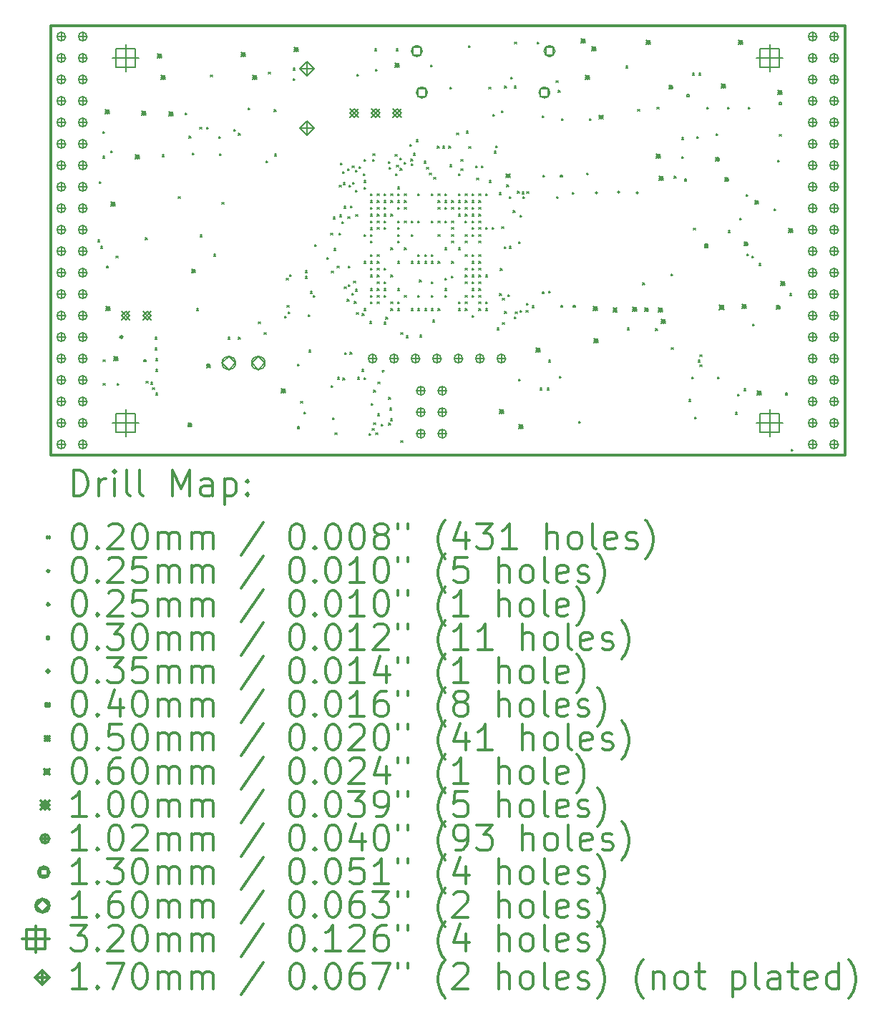
<source format=gbr>
%FSLAX45Y45*%
G04 Gerber Fmt 4.5, Leading zero omitted, Abs format (unit mm)*
G04 Created by KiCad (PCBNEW 5.0.0+dfsg1-2) date Wed Sep 19 10:21:13 2018*
%MOMM*%
%LPD*%
G01*
G04 APERTURE LIST*
%ADD10C,0.300000*%
%ADD11C,0.200000*%
G04 APERTURE END LIST*
D10*
X9410000Y-6142000D02*
X9410000Y-11222000D01*
X18808000Y-6142000D02*
X9410000Y-6142000D01*
X18808000Y-11222000D02*
X18808000Y-6142000D01*
X9410000Y-11222000D02*
X18808000Y-11222000D01*
D11*
X9969000Y-8676600D02*
X9989000Y-8696600D01*
X9989000Y-8676600D02*
X9969000Y-8696600D01*
X9990550Y-7986200D02*
X10010550Y-8006200D01*
X10010550Y-7986200D02*
X9990550Y-8006200D01*
X10007100Y-8752800D02*
X10027100Y-8772800D01*
X10027100Y-8752800D02*
X10007100Y-8772800D01*
X10032500Y-7393900D02*
X10052500Y-7413900D01*
X10052500Y-7393900D02*
X10032500Y-7413900D01*
X10032500Y-7686000D02*
X10052500Y-7706000D01*
X10052500Y-7686000D02*
X10032500Y-7706000D01*
X10035000Y-10094400D02*
X10055000Y-10114400D01*
X10055000Y-10094400D02*
X10035000Y-10114400D01*
X10035000Y-10373800D02*
X10055000Y-10393800D01*
X10055000Y-10373800D02*
X10035000Y-10393800D01*
X10125400Y-7619700D02*
X10145400Y-7639700D01*
X10145400Y-7619700D02*
X10125400Y-7639700D01*
X10187400Y-8868850D02*
X10207400Y-8888850D01*
X10207400Y-8868850D02*
X10187400Y-8888850D01*
X10200100Y-10373800D02*
X10220100Y-10393800D01*
X10220100Y-10373800D02*
X10200100Y-10393800D01*
X10535450Y-8649900D02*
X10555450Y-8669900D01*
X10555450Y-8649900D02*
X10535450Y-8669900D01*
X10543000Y-10348400D02*
X10563000Y-10368400D01*
X10563000Y-10348400D02*
X10543000Y-10368400D01*
X10595970Y-10361643D02*
X10615970Y-10381643D01*
X10615970Y-10361643D02*
X10595970Y-10381643D01*
X10619200Y-10424600D02*
X10639200Y-10444600D01*
X10639200Y-10424600D02*
X10619200Y-10444600D01*
X10650950Y-9827700D02*
X10670950Y-9847700D01*
X10670950Y-9827700D02*
X10650950Y-9847700D01*
X10650950Y-9954700D02*
X10670950Y-9974700D01*
X10670950Y-9954700D02*
X10650950Y-9974700D01*
X10657300Y-10081700D02*
X10677300Y-10101700D01*
X10677300Y-10081700D02*
X10657300Y-10101700D01*
X10657300Y-10208701D02*
X10677300Y-10228701D01*
X10677300Y-10208701D02*
X10657300Y-10228701D01*
X10657300Y-10488100D02*
X10677300Y-10508100D01*
X10677300Y-10488100D02*
X10657300Y-10508100D01*
X10733500Y-7668700D02*
X10753500Y-7688700D01*
X10753500Y-7668700D02*
X10733500Y-7688700D01*
X10924000Y-8164000D02*
X10944000Y-8184000D01*
X10944000Y-8164000D02*
X10924000Y-8184000D01*
X11001700Y-7175200D02*
X11021700Y-7195200D01*
X11021700Y-7175200D02*
X11001700Y-7195200D01*
X11049908Y-7448938D02*
X11069908Y-7468938D01*
X11069908Y-7448938D02*
X11049908Y-7468938D01*
X11090600Y-7645100D02*
X11110600Y-7665100D01*
X11110600Y-7645100D02*
X11090600Y-7665100D01*
X11137400Y-9489400D02*
X11157400Y-9509400D01*
X11157400Y-9489400D02*
X11137400Y-9509400D01*
X11178000Y-7344850D02*
X11198000Y-7364850D01*
X11198000Y-7344850D02*
X11178000Y-7364850D01*
X11179522Y-8615379D02*
X11199522Y-8635379D01*
X11199522Y-8615379D02*
X11179522Y-8635379D01*
X11260550Y-7344851D02*
X11280550Y-7364851D01*
X11280550Y-7344851D02*
X11260550Y-7364851D01*
X11305725Y-6724363D02*
X11325725Y-6744363D01*
X11325725Y-6724363D02*
X11305725Y-6744363D01*
X11344600Y-8845973D02*
X11364600Y-8865973D01*
X11364600Y-8845973D02*
X11344600Y-8865973D01*
X11400408Y-7451220D02*
X11420408Y-7471220D01*
X11420408Y-7451220D02*
X11400408Y-7471220D01*
X11408100Y-7657800D02*
X11428100Y-7677800D01*
X11428100Y-7657800D02*
X11408100Y-7677800D01*
X11441393Y-8230943D02*
X11461393Y-8250943D01*
X11461393Y-8230943D02*
X11441393Y-8250943D01*
X11514550Y-9827700D02*
X11534550Y-9847700D01*
X11534550Y-9827700D02*
X11514550Y-9847700D01*
X11578000Y-7370000D02*
X11598000Y-7390000D01*
X11598000Y-7370000D02*
X11578000Y-7390000D01*
X11633852Y-9827700D02*
X11653852Y-9847700D01*
X11653852Y-9827700D02*
X11633852Y-9847700D01*
X11635200Y-7414700D02*
X11655200Y-7434700D01*
X11655200Y-7414700D02*
X11635200Y-7434700D01*
X11747000Y-7114500D02*
X11767000Y-7134500D01*
X11767000Y-7114500D02*
X11747000Y-7134500D01*
X11870412Y-9644112D02*
X11890412Y-9664112D01*
X11890412Y-9644112D02*
X11870412Y-9664112D01*
X11940000Y-9772000D02*
X11960000Y-9792000D01*
X11960000Y-9772000D02*
X11940000Y-9792000D01*
X11959215Y-7739412D02*
X11979215Y-7759412D01*
X11979215Y-7739412D02*
X11959215Y-7759412D01*
X11990800Y-6690800D02*
X12010800Y-6710800D01*
X12010800Y-6690800D02*
X11990800Y-6710800D01*
X12056498Y-7133651D02*
X12076498Y-7153651D01*
X12076498Y-7133651D02*
X12056498Y-7153651D01*
X12063993Y-7659408D02*
X12083993Y-7679408D01*
X12083993Y-7659408D02*
X12063993Y-7679408D01*
X12182800Y-9575500D02*
X12202800Y-9595500D01*
X12202800Y-9575500D02*
X12182800Y-9595500D01*
X12201657Y-9128657D02*
X12221657Y-9148657D01*
X12221657Y-9128657D02*
X12201657Y-9148657D01*
X12210364Y-9448538D02*
X12230364Y-9468538D01*
X12230364Y-9448538D02*
X12210364Y-9468538D01*
X12220900Y-9524700D02*
X12240900Y-9544700D01*
X12240900Y-9524700D02*
X12220900Y-9544700D01*
X12242096Y-9088217D02*
X12262096Y-9108217D01*
X12262096Y-9088217D02*
X12242096Y-9108217D01*
X12282618Y-6643232D02*
X12302618Y-6663232D01*
X12302618Y-6643232D02*
X12282618Y-6663232D01*
X12284400Y-6768800D02*
X12304400Y-6788800D01*
X12304400Y-6768800D02*
X12284400Y-6788800D01*
X12332545Y-10146435D02*
X12352545Y-10166435D01*
X12352545Y-10146435D02*
X12332545Y-10166435D01*
X12370241Y-10586650D02*
X12390241Y-10606650D01*
X12390241Y-10586650D02*
X12370241Y-10606650D01*
X12410242Y-10710764D02*
X12430242Y-10730764D01*
X12430242Y-10710764D02*
X12410242Y-10730764D01*
X12423701Y-9107100D02*
X12443701Y-9127100D01*
X12443701Y-9107100D02*
X12423701Y-9127100D01*
X12423702Y-9038791D02*
X12443702Y-9058791D01*
X12443702Y-9038791D02*
X12423702Y-9058791D01*
X12460700Y-9561000D02*
X12480700Y-9581000D01*
X12480700Y-9561000D02*
X12460700Y-9581000D01*
X12467050Y-9980100D02*
X12487050Y-10000100D01*
X12487050Y-9980100D02*
X12467050Y-10000100D01*
X12486399Y-9285661D02*
X12506399Y-9305661D01*
X12506399Y-9285661D02*
X12486399Y-9305661D01*
X12519149Y-9329350D02*
X12539149Y-9349350D01*
X12539149Y-9329350D02*
X12519149Y-9349350D01*
X12538837Y-8731087D02*
X12558837Y-8751087D01*
X12558837Y-8731087D02*
X12538837Y-8751087D01*
X12682329Y-8882979D02*
X12702329Y-8902979D01*
X12702329Y-8882979D02*
X12682329Y-8902979D01*
X12727400Y-8595800D02*
X12747400Y-8615800D01*
X12747400Y-8595800D02*
X12727400Y-8615800D01*
X12731909Y-10397773D02*
X12751909Y-10417773D01*
X12751909Y-10397773D02*
X12731909Y-10417773D01*
X12733834Y-9045740D02*
X12753834Y-9065740D01*
X12753834Y-9045740D02*
X12733834Y-9065740D01*
X12748660Y-10777504D02*
X12768660Y-10797504D01*
X12768660Y-10777504D02*
X12748660Y-10797504D01*
X12759150Y-8405300D02*
X12779150Y-8425300D01*
X12779150Y-8405300D02*
X12759150Y-8425300D01*
X12764768Y-8776012D02*
X12784768Y-8796012D01*
X12784768Y-8776012D02*
X12764768Y-8796012D01*
X12778201Y-10958000D02*
X12798201Y-10978000D01*
X12798201Y-10958000D02*
X12778201Y-10978000D01*
X12803218Y-8983018D02*
X12823218Y-9003018D01*
X12823218Y-8983018D02*
X12803218Y-9003018D01*
X12808750Y-10300900D02*
X12828750Y-10320900D01*
X12828750Y-10300900D02*
X12808750Y-10320900D01*
X12824072Y-8596207D02*
X12844072Y-8616207D01*
X12844072Y-8596207D02*
X12824072Y-8616207D01*
X12829000Y-8030650D02*
X12849000Y-8050650D01*
X12849000Y-8030650D02*
X12829000Y-8050650D01*
X12835350Y-8379900D02*
X12855350Y-8399900D01*
X12855350Y-8379900D02*
X12835350Y-8399900D01*
X12841700Y-7765451D02*
X12861700Y-7785451D01*
X12861700Y-7765451D02*
X12841700Y-7785451D01*
X12860114Y-8462438D02*
X12880114Y-8482438D01*
X12880114Y-8462438D02*
X12860114Y-8482438D01*
X12867100Y-7865550D02*
X12887100Y-7885550D01*
X12887100Y-7865550D02*
X12867100Y-7885550D01*
X12870682Y-10308590D02*
X12890682Y-10328590D01*
X12890682Y-10308590D02*
X12870682Y-10328590D01*
X12873450Y-7998900D02*
X12893450Y-8018900D01*
X12893450Y-7998900D02*
X12873450Y-8018900D01*
X12886150Y-8278300D02*
X12906150Y-8298300D01*
X12906150Y-8278300D02*
X12886150Y-8298300D01*
X12886283Y-9229083D02*
X12906283Y-9249083D01*
X12906283Y-9229083D02*
X12886283Y-9249083D01*
X12890520Y-10007480D02*
X12910520Y-10027480D01*
X12910520Y-10007480D02*
X12890520Y-10027480D01*
X12921835Y-9377845D02*
X12941835Y-9397845D01*
X12941835Y-9377845D02*
X12921835Y-9397845D01*
X12924250Y-7833800D02*
X12944250Y-7853800D01*
X12944250Y-7833800D02*
X12924250Y-7853800D01*
X12930501Y-8400852D02*
X12950501Y-8420852D01*
X12950501Y-8400852D02*
X12930501Y-8420852D01*
X12934924Y-8983794D02*
X12954924Y-9003794D01*
X12954924Y-8983794D02*
X12934924Y-9003794D01*
X12935750Y-9202350D02*
X12955750Y-9222350D01*
X12955750Y-9202350D02*
X12935750Y-9222350D01*
X12940751Y-8030650D02*
X12960751Y-8050650D01*
X12960751Y-8030650D02*
X12940751Y-8050650D01*
X12956000Y-10005500D02*
X12976000Y-10025500D01*
X12976000Y-10005500D02*
X12956000Y-10025500D01*
X12962350Y-8273851D02*
X12982350Y-8293851D01*
X12982350Y-8273851D02*
X12962350Y-8293851D01*
X12976189Y-9308896D02*
X12996189Y-9328896D01*
X12996189Y-9308896D02*
X12976189Y-9328896D01*
X12981400Y-7802050D02*
X13001400Y-7822050D01*
X13001400Y-7802050D02*
X12981400Y-7822050D01*
X12984711Y-7994431D02*
X13004711Y-8014431D01*
X13004711Y-7994431D02*
X12984711Y-8014431D01*
X12999250Y-9164250D02*
X13019250Y-9184250D01*
X13019250Y-9164250D02*
X12999250Y-9184250D01*
X13007618Y-9405227D02*
X13027618Y-9425227D01*
X13027618Y-9405227D02*
X13007618Y-9425227D01*
X13018300Y-9259500D02*
X13038300Y-9279500D01*
X13038300Y-9259500D02*
X13018300Y-9279500D01*
X13018305Y-7852464D02*
X13038305Y-7872464D01*
X13038305Y-7852464D02*
X13018305Y-7872464D01*
X13019500Y-8087800D02*
X13039500Y-8107800D01*
X13039500Y-8087800D02*
X13019500Y-8107800D01*
X13023410Y-8375410D02*
X13043410Y-8395410D01*
X13043410Y-8375410D02*
X13023410Y-8395410D01*
X13030548Y-9536431D02*
X13050548Y-9556431D01*
X13050548Y-9536431D02*
X13030548Y-9556431D01*
X13033700Y-6718000D02*
X13053700Y-6738000D01*
X13053700Y-6718000D02*
X13033700Y-6738000D01*
X13043700Y-10300900D02*
X13063700Y-10320900D01*
X13063700Y-10300900D02*
X13043700Y-10320900D01*
X13063950Y-7808400D02*
X13083950Y-7828400D01*
X13083950Y-7808400D02*
X13063950Y-7828400D01*
X13093907Y-10208700D02*
X13113907Y-10228700D01*
X13113907Y-10208700D02*
X13093907Y-10228700D01*
X13098471Y-9546418D02*
X13118471Y-9566418D01*
X13118471Y-9546418D02*
X13098471Y-9566418D01*
X13114818Y-7892343D02*
X13134818Y-7912343D01*
X13134818Y-7892343D02*
X13114818Y-7912343D01*
X13118000Y-8052363D02*
X13138000Y-8072363D01*
X13138000Y-8052363D02*
X13118000Y-8072363D01*
X13118000Y-8610000D02*
X13138000Y-8630000D01*
X13138000Y-8610000D02*
X13118000Y-8630000D01*
X13118000Y-8930000D02*
X13138000Y-8950000D01*
X13138000Y-8930000D02*
X13118000Y-8950000D01*
X13118000Y-9490000D02*
X13138000Y-9510000D01*
X13138000Y-9490000D02*
X13118000Y-9510000D01*
X13118565Y-7722735D02*
X13138565Y-7742735D01*
X13138565Y-7722735D02*
X13118565Y-7742735D01*
X13119785Y-7972345D02*
X13139785Y-7992345D01*
X13139785Y-7972345D02*
X13119785Y-7992345D01*
X13119900Y-10307250D02*
X13139900Y-10327250D01*
X13139900Y-10307250D02*
X13119900Y-10327250D01*
X13178250Y-10964350D02*
X13198250Y-10984350D01*
X13198250Y-10964350D02*
X13178250Y-10984350D01*
X13189750Y-9640500D02*
X13209750Y-9660500D01*
X13209750Y-9640500D02*
X13189750Y-9660500D01*
X13197734Y-9090201D02*
X13217734Y-9110201D01*
X13217734Y-9090201D02*
X13197734Y-9110201D01*
X13198000Y-8130000D02*
X13218000Y-8150000D01*
X13218000Y-8130000D02*
X13198000Y-8150000D01*
X13198000Y-8210000D02*
X13218000Y-8230000D01*
X13218000Y-8210000D02*
X13198000Y-8230000D01*
X13198000Y-8290000D02*
X13218000Y-8310000D01*
X13218000Y-8290000D02*
X13198000Y-8310000D01*
X13198000Y-8370000D02*
X13218000Y-8390000D01*
X13218000Y-8370000D02*
X13198000Y-8390000D01*
X13198000Y-8450000D02*
X13218000Y-8470000D01*
X13218000Y-8450000D02*
X13198000Y-8470000D01*
X13198000Y-8531500D02*
X13218000Y-8551500D01*
X13218000Y-8531500D02*
X13198000Y-8551500D01*
X13198000Y-8610000D02*
X13218000Y-8630000D01*
X13218000Y-8610000D02*
X13198000Y-8630000D01*
X13198000Y-8690000D02*
X13218000Y-8710000D01*
X13218000Y-8690000D02*
X13198000Y-8710000D01*
X13198000Y-8850000D02*
X13218000Y-8870000D01*
X13218000Y-8850000D02*
X13198000Y-8870000D01*
X13198000Y-8930000D02*
X13218000Y-8950000D01*
X13218000Y-8930000D02*
X13198000Y-8950000D01*
X13198000Y-9010000D02*
X13218000Y-9030000D01*
X13218000Y-9010000D02*
X13198000Y-9030000D01*
X13198000Y-9250000D02*
X13218000Y-9270000D01*
X13218000Y-9250000D02*
X13198000Y-9270000D01*
X13198000Y-9330000D02*
X13218000Y-9350000D01*
X13218000Y-9330000D02*
X13198000Y-9350000D01*
X13198000Y-9410000D02*
X13218000Y-9430000D01*
X13218000Y-9410000D02*
X13198000Y-9430000D01*
X13206286Y-10608587D02*
X13226286Y-10628587D01*
X13226286Y-10608587D02*
X13206286Y-10628587D01*
X13217511Y-10908296D02*
X13237511Y-10928296D01*
X13237511Y-10908296D02*
X13217511Y-10928296D01*
X13220903Y-7724256D02*
X13240903Y-7744256D01*
X13240903Y-7724256D02*
X13220903Y-7744256D01*
X13227850Y-7652950D02*
X13247850Y-7672950D01*
X13247850Y-7652950D02*
X13227850Y-7672950D01*
X13234200Y-10453300D02*
X13254200Y-10473300D01*
X13254200Y-10453300D02*
X13234200Y-10473300D01*
X13234200Y-10840650D02*
X13254200Y-10860650D01*
X13254200Y-10840650D02*
X13234200Y-10860650D01*
X13245600Y-6416000D02*
X13265600Y-6436000D01*
X13265600Y-6416000D02*
X13245600Y-6436000D01*
X13258300Y-6657300D02*
X13278300Y-6677300D01*
X13278300Y-6657300D02*
X13258300Y-6677300D01*
X13260800Y-10958000D02*
X13280800Y-10978000D01*
X13280800Y-10958000D02*
X13260800Y-10978000D01*
X13278000Y-8130000D02*
X13298000Y-8150000D01*
X13298000Y-8130000D02*
X13278000Y-8150000D01*
X13278000Y-8210000D02*
X13298000Y-8230000D01*
X13298000Y-8210000D02*
X13278000Y-8230000D01*
X13278000Y-8290000D02*
X13298000Y-8310000D01*
X13298000Y-8290000D02*
X13278000Y-8310000D01*
X13278000Y-8370000D02*
X13298000Y-8390000D01*
X13298000Y-8370000D02*
X13278000Y-8390000D01*
X13278000Y-8450000D02*
X13298000Y-8470000D01*
X13298000Y-8450000D02*
X13278000Y-8470000D01*
X13278000Y-8530000D02*
X13298000Y-8550000D01*
X13298000Y-8530000D02*
X13278000Y-8550000D01*
X13278000Y-8850000D02*
X13298000Y-8870000D01*
X13298000Y-8850000D02*
X13278000Y-8870000D01*
X13278000Y-8930000D02*
X13298000Y-8950000D01*
X13298000Y-8930000D02*
X13278000Y-8950000D01*
X13278000Y-9010000D02*
X13298000Y-9030000D01*
X13298000Y-9010000D02*
X13278000Y-9030000D01*
X13278000Y-9090000D02*
X13298000Y-9110000D01*
X13298000Y-9090000D02*
X13278000Y-9110000D01*
X13278000Y-9170000D02*
X13298000Y-9190000D01*
X13298000Y-9170000D02*
X13278000Y-9190000D01*
X13278000Y-9250000D02*
X13298000Y-9270000D01*
X13298000Y-9250000D02*
X13278000Y-9270000D01*
X13278000Y-9330000D02*
X13298000Y-9350000D01*
X13298000Y-9330000D02*
X13278000Y-9350000D01*
X13278000Y-9410000D02*
X13298000Y-9430000D01*
X13298000Y-9410000D02*
X13278000Y-9430000D01*
X13281247Y-10733530D02*
X13301247Y-10753530D01*
X13301247Y-10733530D02*
X13281247Y-10753530D01*
X13285000Y-10358050D02*
X13305000Y-10378050D01*
X13305000Y-10358050D02*
X13285000Y-10378050D01*
X13324300Y-10856400D02*
X13344300Y-10876400D01*
X13344300Y-10856400D02*
X13324300Y-10876400D01*
X13358000Y-8130000D02*
X13378000Y-8150000D01*
X13378000Y-8130000D02*
X13358000Y-8150000D01*
X13358000Y-8210000D02*
X13378000Y-8230000D01*
X13378000Y-8210000D02*
X13358000Y-8230000D01*
X13358000Y-8290000D02*
X13378000Y-8310000D01*
X13378000Y-8290000D02*
X13358000Y-8310000D01*
X13358000Y-8370000D02*
X13378000Y-8390000D01*
X13378000Y-8370000D02*
X13358000Y-8390000D01*
X13358000Y-8450000D02*
X13378000Y-8470000D01*
X13378000Y-8450000D02*
X13358000Y-8470000D01*
X13358000Y-8530000D02*
X13378000Y-8550000D01*
X13378000Y-8530000D02*
X13358000Y-8550000D01*
X13358000Y-9010000D02*
X13378000Y-9030000D01*
X13378000Y-9010000D02*
X13358000Y-9030000D01*
X13358000Y-9170000D02*
X13378000Y-9190000D01*
X13378000Y-9170000D02*
X13358000Y-9190000D01*
X13358000Y-9250000D02*
X13378000Y-9270000D01*
X13378000Y-9250000D02*
X13358000Y-9270000D01*
X13358000Y-9330000D02*
X13378000Y-9350000D01*
X13378000Y-9330000D02*
X13358000Y-9350000D01*
X13358000Y-9650000D02*
X13378000Y-9670000D01*
X13378000Y-9650000D02*
X13358000Y-9670000D01*
X13378000Y-9590000D02*
X13398000Y-9610000D01*
X13398000Y-9590000D02*
X13378000Y-9610000D01*
X13411163Y-7748395D02*
X13431163Y-7768395D01*
X13431163Y-7748395D02*
X13411163Y-7768395D01*
X13413200Y-10538900D02*
X13433200Y-10558900D01*
X13433200Y-10538900D02*
X13413200Y-10558900D01*
X13413200Y-10843700D02*
X13433200Y-10863700D01*
X13433200Y-10843700D02*
X13413200Y-10863700D01*
X13415020Y-7815418D02*
X13435020Y-7835418D01*
X13435020Y-7815418D02*
X13415020Y-7835418D01*
X13425900Y-10665900D02*
X13445900Y-10685900D01*
X13445900Y-10665900D02*
X13425900Y-10685900D01*
X13432035Y-10792450D02*
X13452035Y-10812450D01*
X13452035Y-10792450D02*
X13432035Y-10812450D01*
X13438000Y-8130000D02*
X13458000Y-8150000D01*
X13458000Y-8130000D02*
X13438000Y-8150000D01*
X13438000Y-8210000D02*
X13458000Y-8230000D01*
X13458000Y-8210000D02*
X13438000Y-8230000D01*
X13438000Y-8370000D02*
X13458000Y-8390000D01*
X13458000Y-8370000D02*
X13438000Y-8390000D01*
X13438000Y-9090000D02*
X13458000Y-9110000D01*
X13458000Y-9090000D02*
X13438000Y-9110000D01*
X13438000Y-9410000D02*
X13458000Y-9430000D01*
X13458000Y-9410000D02*
X13438000Y-9430000D01*
X13438000Y-9490000D02*
X13458000Y-9510000D01*
X13458000Y-9490000D02*
X13438000Y-9510000D01*
X13438001Y-8770000D02*
X13458001Y-8790000D01*
X13458001Y-8770000D02*
X13438001Y-8790000D01*
X13489399Y-7662350D02*
X13509399Y-7682350D01*
X13509399Y-7662350D02*
X13489399Y-7682350D01*
X13492132Y-7892495D02*
X13512132Y-7912495D01*
X13512132Y-7892495D02*
X13492132Y-7912495D01*
X13499600Y-6416000D02*
X13519600Y-6436000D01*
X13519600Y-6416000D02*
X13499600Y-6436000D01*
X13507250Y-7792650D02*
X13527250Y-7812650D01*
X13527250Y-7792650D02*
X13507250Y-7812650D01*
X13518000Y-8050000D02*
X13538000Y-8070000D01*
X13538000Y-8050000D02*
X13518000Y-8070000D01*
X13518000Y-8130000D02*
X13538000Y-8150000D01*
X13538000Y-8130000D02*
X13518000Y-8150000D01*
X13518000Y-8210000D02*
X13538000Y-8230000D01*
X13538000Y-8210000D02*
X13518000Y-8230000D01*
X13518000Y-8290000D02*
X13538000Y-8310000D01*
X13538000Y-8290000D02*
X13518000Y-8310000D01*
X13518000Y-8450000D02*
X13538000Y-8470000D01*
X13538000Y-8450000D02*
X13518000Y-8470000D01*
X13518000Y-8530000D02*
X13538000Y-8550000D01*
X13538000Y-8530000D02*
X13518000Y-8550000D01*
X13518000Y-8610000D02*
X13538000Y-8630000D01*
X13538000Y-8610000D02*
X13518000Y-8630000D01*
X13518000Y-8690000D02*
X13538000Y-8710000D01*
X13538000Y-8690000D02*
X13518000Y-8710000D01*
X13518000Y-8930000D02*
X13538000Y-8950000D01*
X13538000Y-8930000D02*
X13518000Y-8950000D01*
X13518000Y-9250000D02*
X13538000Y-9270000D01*
X13538000Y-9250000D02*
X13518000Y-9270000D01*
X13518000Y-9410000D02*
X13538000Y-9430000D01*
X13538000Y-9410000D02*
X13518000Y-9430000D01*
X13518000Y-9490000D02*
X13538000Y-9510000D01*
X13538000Y-9490000D02*
X13518000Y-9510000D01*
X13546550Y-7706800D02*
X13566550Y-7726800D01*
X13566550Y-7706800D02*
X13546550Y-7726800D01*
X13549150Y-7827659D02*
X13569150Y-7847659D01*
X13569150Y-7827659D02*
X13549150Y-7847659D01*
X13555656Y-11051071D02*
X13575656Y-11071071D01*
X13575656Y-11051071D02*
X13555656Y-11071071D01*
X13558000Y-9770000D02*
X13578000Y-9790000D01*
X13578000Y-9770000D02*
X13558000Y-9790000D01*
X13594882Y-7754550D02*
X13614882Y-7774550D01*
X13614882Y-7754550D02*
X13594882Y-7774550D01*
X13598000Y-8130000D02*
X13618000Y-8150000D01*
X13618000Y-8130000D02*
X13598000Y-8150000D01*
X13598000Y-8210000D02*
X13618000Y-8230000D01*
X13618000Y-8210000D02*
X13598000Y-8230000D01*
X13598000Y-8290000D02*
X13618000Y-8310000D01*
X13618000Y-8290000D02*
X13598000Y-8310000D01*
X13598000Y-8450000D02*
X13618000Y-8470000D01*
X13618000Y-8450000D02*
X13598000Y-8470000D01*
X13598000Y-8770000D02*
X13618000Y-8790000D01*
X13618000Y-8770000D02*
X13598000Y-8790000D01*
X13598000Y-9330000D02*
X13618000Y-9350000D01*
X13618000Y-9330000D02*
X13598000Y-9350000D01*
X13618000Y-9810000D02*
X13638000Y-9830000D01*
X13638000Y-9810000D02*
X13618000Y-9830000D01*
X13664259Y-7547941D02*
X13684259Y-7567941D01*
X13684259Y-7547941D02*
X13664259Y-7567941D01*
X13676320Y-7718760D02*
X13696320Y-7738760D01*
X13696320Y-7718760D02*
X13676320Y-7738760D01*
X13678000Y-8450000D02*
X13698000Y-8470000D01*
X13698000Y-8450000D02*
X13678000Y-8470000D01*
X13678000Y-8610000D02*
X13698000Y-8630000D01*
X13698000Y-8610000D02*
X13678000Y-8630000D01*
X13678000Y-8930000D02*
X13698000Y-8950000D01*
X13698000Y-8930000D02*
X13678000Y-8950000D01*
X13678000Y-9490000D02*
X13698000Y-9510000D01*
X13698000Y-9490000D02*
X13678000Y-9510000D01*
X13679461Y-7776107D02*
X13699461Y-7796107D01*
X13699461Y-7776107D02*
X13679461Y-7796107D01*
X13707437Y-7652487D02*
X13727437Y-7672487D01*
X13727437Y-7652487D02*
X13707437Y-7672487D01*
X13738000Y-7490000D02*
X13758000Y-7510000D01*
X13758000Y-7490000D02*
X13738000Y-7510000D01*
X13758000Y-8130000D02*
X13778000Y-8150000D01*
X13778000Y-8130000D02*
X13758000Y-8150000D01*
X13758000Y-8450000D02*
X13778000Y-8470000D01*
X13778000Y-8450000D02*
X13758000Y-8470000D01*
X13758000Y-8850000D02*
X13778000Y-8870000D01*
X13778000Y-8850000D02*
X13758000Y-8870000D01*
X13758000Y-8930000D02*
X13778000Y-8950000D01*
X13778000Y-8930000D02*
X13758000Y-8950000D01*
X13758000Y-9330000D02*
X13778000Y-9350000D01*
X13778000Y-9330000D02*
X13758000Y-9350000D01*
X13758000Y-9490000D02*
X13778000Y-9510000D01*
X13778000Y-9490000D02*
X13758000Y-9510000D01*
X13778000Y-9150000D02*
X13798000Y-9170000D01*
X13798000Y-9150000D02*
X13778000Y-9170000D01*
X13781499Y-9802300D02*
X13801499Y-9822300D01*
X13801499Y-9802300D02*
X13781499Y-9822300D01*
X13830592Y-7745154D02*
X13850592Y-7765154D01*
X13850592Y-7745154D02*
X13830592Y-7765154D01*
X13838000Y-8850000D02*
X13858000Y-8870000D01*
X13858000Y-8850000D02*
X13838000Y-8870000D01*
X13838000Y-8930000D02*
X13858000Y-8950000D01*
X13858000Y-8930000D02*
X13838000Y-8950000D01*
X13838000Y-9490000D02*
X13858000Y-9510000D01*
X13858000Y-9490000D02*
X13838000Y-9510000D01*
X13862850Y-7818050D02*
X13882850Y-7838050D01*
X13882850Y-7818050D02*
X13862850Y-7838050D01*
X13894600Y-7881550D02*
X13914600Y-7901550D01*
X13914600Y-7881550D02*
X13894600Y-7901550D01*
X13910000Y-6603700D02*
X13930000Y-6623700D01*
X13930000Y-6603700D02*
X13910000Y-6623700D01*
X13918000Y-8130000D02*
X13938000Y-8150000D01*
X13938000Y-8130000D02*
X13918000Y-8150000D01*
X13918000Y-8450000D02*
X13938000Y-8470000D01*
X13938000Y-8450000D02*
X13918000Y-8470000D01*
X13918000Y-8850000D02*
X13938000Y-8870000D01*
X13938000Y-8850000D02*
X13918000Y-8870000D01*
X13918000Y-8930000D02*
X13938000Y-8950000D01*
X13938000Y-8930000D02*
X13918000Y-8950000D01*
X13918000Y-9170000D02*
X13938000Y-9190000D01*
X13938000Y-9170000D02*
X13918000Y-9190000D01*
X13918000Y-9330000D02*
X13938000Y-9350000D01*
X13938000Y-9330000D02*
X13918000Y-9350000D01*
X13918000Y-9490000D02*
X13938000Y-9510000D01*
X13938000Y-9490000D02*
X13918000Y-9510000D01*
X13933900Y-9624500D02*
X13953900Y-9644500D01*
X13953900Y-9624500D02*
X13933900Y-9644500D01*
X13945400Y-7932350D02*
X13965400Y-7952350D01*
X13965400Y-7932350D02*
X13945400Y-7952350D01*
X13987649Y-7567100D02*
X14007649Y-7587100D01*
X14007649Y-7567100D02*
X13987649Y-7587100D01*
X13996000Y-8292000D02*
X14016000Y-8312000D01*
X14016000Y-8292000D02*
X13996000Y-8312000D01*
X13998000Y-8130000D02*
X14018000Y-8150000D01*
X14018000Y-8130000D02*
X13998000Y-8150000D01*
X13998000Y-8210000D02*
X14018000Y-8230000D01*
X14018000Y-8210000D02*
X13998000Y-8230000D01*
X13998000Y-8450000D02*
X14018000Y-8470000D01*
X14018000Y-8450000D02*
X13998000Y-8470000D01*
X13998000Y-8610000D02*
X14018000Y-8630000D01*
X14018000Y-8610000D02*
X13998000Y-8630000D01*
X13998000Y-8930000D02*
X14018000Y-8950000D01*
X14018000Y-8930000D02*
X13998000Y-8950000D01*
X13998000Y-9490000D02*
X14018000Y-9510000D01*
X14018000Y-9490000D02*
X13998000Y-9510000D01*
X14054550Y-7567100D02*
X14074550Y-7587100D01*
X14074550Y-7567100D02*
X14054550Y-7587100D01*
X14078000Y-8130000D02*
X14098000Y-8150000D01*
X14098000Y-8130000D02*
X14078000Y-8150000D01*
X14078000Y-8210000D02*
X14098000Y-8230000D01*
X14098000Y-8210000D02*
X14078000Y-8230000D01*
X14078000Y-8290000D02*
X14098000Y-8310000D01*
X14098000Y-8290000D02*
X14078000Y-8310000D01*
X14078000Y-8450000D02*
X14098000Y-8470000D01*
X14098000Y-8450000D02*
X14078000Y-8470000D01*
X14078000Y-8770000D02*
X14098000Y-8790000D01*
X14098000Y-8770000D02*
X14078000Y-8790000D01*
X14078000Y-9130000D02*
X14098000Y-9150000D01*
X14098000Y-9130000D02*
X14078000Y-9150000D01*
X14078000Y-9250000D02*
X14098000Y-9270000D01*
X14098000Y-9250000D02*
X14078000Y-9270000D01*
X14078000Y-9330000D02*
X14098000Y-9350000D01*
X14098000Y-9330000D02*
X14078000Y-9350000D01*
X14124400Y-7567100D02*
X14144400Y-7587100D01*
X14144400Y-7567100D02*
X14124400Y-7587100D01*
X14135900Y-7786300D02*
X14155900Y-7806300D01*
X14155900Y-7786300D02*
X14135900Y-7806300D01*
X14138000Y-6870000D02*
X14158000Y-6890000D01*
X14158000Y-6870000D02*
X14138000Y-6890000D01*
X14154000Y-9100700D02*
X14174000Y-9120700D01*
X14174000Y-9100700D02*
X14154000Y-9120700D01*
X14158000Y-8210000D02*
X14178000Y-8230000D01*
X14178000Y-8210000D02*
X14158000Y-8230000D01*
X14158000Y-8290000D02*
X14178000Y-8310000D01*
X14178000Y-8290000D02*
X14158000Y-8310000D01*
X14158000Y-8450000D02*
X14178000Y-8470000D01*
X14178000Y-8450000D02*
X14158000Y-8470000D01*
X14158000Y-8530000D02*
X14178000Y-8550000D01*
X14178000Y-8530000D02*
X14158000Y-8550000D01*
X14158000Y-8610000D02*
X14178000Y-8630000D01*
X14178000Y-8610000D02*
X14158000Y-8630000D01*
X14158000Y-8690000D02*
X14178000Y-8710000D01*
X14178000Y-8690000D02*
X14158000Y-8710000D01*
X14158000Y-8930000D02*
X14178000Y-8950000D01*
X14178000Y-8930000D02*
X14158000Y-8950000D01*
X14218000Y-7410000D02*
X14238000Y-7430000D01*
X14238000Y-7410000D02*
X14218000Y-7430000D01*
X14236000Y-8292000D02*
X14256000Y-8312000D01*
X14256000Y-8292000D02*
X14236000Y-8312000D01*
X14236377Y-7893109D02*
X14256377Y-7913109D01*
X14256377Y-7893109D02*
X14236377Y-7913109D01*
X14238000Y-8130000D02*
X14258000Y-8150000D01*
X14258000Y-8130000D02*
X14238000Y-8150000D01*
X14238000Y-8210000D02*
X14258000Y-8230000D01*
X14258000Y-8210000D02*
X14238000Y-8230000D01*
X14238000Y-8370000D02*
X14258000Y-8390000D01*
X14258000Y-8370000D02*
X14238000Y-8390000D01*
X14238000Y-8770000D02*
X14258000Y-8790000D01*
X14258000Y-8770000D02*
X14238000Y-8790000D01*
X14238000Y-9410000D02*
X14258000Y-9430000D01*
X14258000Y-9410000D02*
X14238000Y-9430000D01*
X14238000Y-9490000D02*
X14258000Y-9510000D01*
X14258000Y-9490000D02*
X14238000Y-9510000D01*
X14267329Y-7833800D02*
X14287329Y-7853800D01*
X14287329Y-7833800D02*
X14267329Y-7853800D01*
X14268583Y-7723660D02*
X14288583Y-7743660D01*
X14288583Y-7723660D02*
X14268583Y-7743660D01*
X14316000Y-8452000D02*
X14336000Y-8472000D01*
X14336000Y-8452000D02*
X14316000Y-8472000D01*
X14318000Y-8130000D02*
X14338000Y-8150000D01*
X14338000Y-8130000D02*
X14318000Y-8150000D01*
X14318000Y-8210000D02*
X14338000Y-8230000D01*
X14338000Y-8210000D02*
X14318000Y-8230000D01*
X14318000Y-8290000D02*
X14338000Y-8310000D01*
X14338000Y-8290000D02*
X14318000Y-8310000D01*
X14318000Y-8370000D02*
X14338000Y-8390000D01*
X14338000Y-8370000D02*
X14318000Y-8390000D01*
X14318000Y-8610000D02*
X14338000Y-8630000D01*
X14338000Y-8610000D02*
X14318000Y-8630000D01*
X14318000Y-8690000D02*
X14338000Y-8710000D01*
X14338000Y-8690000D02*
X14318000Y-8710000D01*
X14318000Y-8850000D02*
X14338000Y-8870000D01*
X14338000Y-8850000D02*
X14318000Y-8870000D01*
X14318000Y-9010000D02*
X14338000Y-9030000D01*
X14338000Y-9010000D02*
X14318000Y-9030000D01*
X14318000Y-9090000D02*
X14338000Y-9110000D01*
X14338000Y-9090000D02*
X14318000Y-9110000D01*
X14318000Y-9170000D02*
X14338000Y-9190000D01*
X14338000Y-9170000D02*
X14318000Y-9190000D01*
X14318000Y-9330000D02*
X14338000Y-9350000D01*
X14338000Y-9330000D02*
X14318000Y-9350000D01*
X14318000Y-9410000D02*
X14338000Y-9430000D01*
X14338000Y-9410000D02*
X14318000Y-9430000D01*
X14318000Y-9490000D02*
X14338000Y-9510000D01*
X14338000Y-9490000D02*
X14318000Y-9510000D01*
X14331863Y-7387513D02*
X14351863Y-7407513D01*
X14351863Y-7387513D02*
X14331863Y-7407513D01*
X14355067Y-6376252D02*
X14375067Y-6396252D01*
X14375067Y-6376252D02*
X14355067Y-6396252D01*
X14360888Y-7571730D02*
X14380888Y-7591730D01*
X14380888Y-7571730D02*
X14360888Y-7591730D01*
X14398000Y-9570000D02*
X14418000Y-9590000D01*
X14418000Y-9570000D02*
X14398000Y-9590000D01*
X14398000Y-8130000D02*
X14418000Y-8150000D01*
X14418000Y-8130000D02*
X14398000Y-8150000D01*
X14398000Y-8210000D02*
X14418000Y-8230000D01*
X14418000Y-8210000D02*
X14398000Y-8230000D01*
X14398000Y-8290000D02*
X14418000Y-8310000D01*
X14418000Y-8290000D02*
X14398000Y-8310000D01*
X14398000Y-8370000D02*
X14418000Y-8390000D01*
X14418000Y-8370000D02*
X14398000Y-8390000D01*
X14398000Y-8450000D02*
X14418000Y-8470000D01*
X14418000Y-8450000D02*
X14398000Y-8470000D01*
X14398000Y-8530000D02*
X14418000Y-8550000D01*
X14418000Y-8530000D02*
X14398000Y-8550000D01*
X14398000Y-8610000D02*
X14418000Y-8630000D01*
X14418000Y-8610000D02*
X14398000Y-8630000D01*
X14398000Y-8850000D02*
X14418000Y-8870000D01*
X14418000Y-8850000D02*
X14398000Y-8870000D01*
X14398000Y-8930000D02*
X14418000Y-8950000D01*
X14418000Y-8930000D02*
X14398000Y-8950000D01*
X14398000Y-9010000D02*
X14418000Y-9030000D01*
X14418000Y-9010000D02*
X14398000Y-9030000D01*
X14398000Y-9090000D02*
X14418000Y-9110000D01*
X14418000Y-9090000D02*
X14398000Y-9110000D01*
X14398000Y-9170000D02*
X14418000Y-9190000D01*
X14418000Y-9170000D02*
X14398000Y-9190000D01*
X14398000Y-9250000D02*
X14418000Y-9270000D01*
X14418000Y-9250000D02*
X14398000Y-9270000D01*
X14398000Y-9330000D02*
X14418000Y-9350000D01*
X14418000Y-9330000D02*
X14398000Y-9350000D01*
X14441900Y-7802050D02*
X14461900Y-7822050D01*
X14461900Y-7802050D02*
X14441900Y-7822050D01*
X14453400Y-7942279D02*
X14473400Y-7962279D01*
X14473400Y-7942279D02*
X14453400Y-7962279D01*
X14478000Y-8130000D02*
X14498000Y-8150000D01*
X14498000Y-8130000D02*
X14478000Y-8150000D01*
X14478000Y-8210000D02*
X14498000Y-8230000D01*
X14498000Y-8210000D02*
X14478000Y-8230000D01*
X14478000Y-8290000D02*
X14498000Y-8310000D01*
X14498000Y-8290000D02*
X14478000Y-8310000D01*
X14478000Y-8370000D02*
X14498000Y-8390000D01*
X14498000Y-8370000D02*
X14478000Y-8390000D01*
X14478000Y-8450000D02*
X14498000Y-8470000D01*
X14498000Y-8450000D02*
X14478000Y-8470000D01*
X14478000Y-8530000D02*
X14498000Y-8550000D01*
X14498000Y-8530000D02*
X14478000Y-8550000D01*
X14478000Y-8610000D02*
X14498000Y-8630000D01*
X14498000Y-8610000D02*
X14478000Y-8630000D01*
X14478000Y-8690000D02*
X14498000Y-8710000D01*
X14498000Y-8690000D02*
X14478000Y-8710000D01*
X14478000Y-8850000D02*
X14498000Y-8870000D01*
X14498000Y-8850000D02*
X14478000Y-8870000D01*
X14478000Y-8930000D02*
X14498000Y-8950000D01*
X14498000Y-8930000D02*
X14478000Y-8950000D01*
X14478000Y-9010000D02*
X14498000Y-9030000D01*
X14498000Y-9010000D02*
X14478000Y-9030000D01*
X14478000Y-9090000D02*
X14498000Y-9110000D01*
X14498000Y-9090000D02*
X14478000Y-9110000D01*
X14478000Y-9170000D02*
X14498000Y-9190000D01*
X14498000Y-9170000D02*
X14478000Y-9190000D01*
X14478000Y-9250000D02*
X14498000Y-9270000D01*
X14498000Y-9250000D02*
X14478000Y-9270000D01*
X14478000Y-9330000D02*
X14498000Y-9350000D01*
X14498000Y-9330000D02*
X14478000Y-9350000D01*
X14478000Y-9410000D02*
X14498000Y-9430000D01*
X14498000Y-9410000D02*
X14478000Y-9430000D01*
X14478000Y-9490000D02*
X14498000Y-9510000D01*
X14498000Y-9490000D02*
X14478000Y-9510000D01*
X14511750Y-7802050D02*
X14531750Y-7822050D01*
X14531750Y-7802050D02*
X14511750Y-7822050D01*
X14558000Y-8130000D02*
X14578000Y-8150000D01*
X14578000Y-8130000D02*
X14558000Y-8150000D01*
X14558000Y-8530000D02*
X14578000Y-8550000D01*
X14578000Y-8530000D02*
X14558000Y-8550000D01*
X14558000Y-9090000D02*
X14578000Y-9110000D01*
X14578000Y-9090000D02*
X14558000Y-9110000D01*
X14558000Y-9410000D02*
X14578000Y-9430000D01*
X14578000Y-9410000D02*
X14558000Y-9430000D01*
X14558000Y-9490000D02*
X14578000Y-9510000D01*
X14578000Y-9490000D02*
X14558000Y-9510000D01*
X14598000Y-6870000D02*
X14618000Y-6890000D01*
X14618000Y-6870000D02*
X14598000Y-6890000D01*
X14600000Y-7972000D02*
X14620000Y-7992000D01*
X14620000Y-7972000D02*
X14600000Y-7992000D01*
X14638000Y-8530000D02*
X14658000Y-8550000D01*
X14658000Y-8530000D02*
X14638000Y-8550000D01*
X14646600Y-7187799D02*
X14666600Y-7207799D01*
X14666600Y-7187799D02*
X14646600Y-7207799D01*
X14660029Y-7625502D02*
X14680029Y-7645502D01*
X14680029Y-7625502D02*
X14660029Y-7645502D01*
X14676850Y-7560750D02*
X14696850Y-7580750D01*
X14696850Y-7560750D02*
X14676850Y-7580750D01*
X14694701Y-9716700D02*
X14714701Y-9736700D01*
X14714701Y-9716700D02*
X14694701Y-9736700D01*
X14720100Y-8116500D02*
X14740100Y-8136500D01*
X14740100Y-8116500D02*
X14720100Y-8136500D01*
X14724389Y-9311713D02*
X14744389Y-9331713D01*
X14744389Y-9311713D02*
X14724389Y-9331713D01*
X14733095Y-9013302D02*
X14753095Y-9033302D01*
X14753095Y-9013302D02*
X14733095Y-9033302D01*
X14748200Y-7146252D02*
X14768200Y-7166252D01*
X14768200Y-7146252D02*
X14748200Y-7166252D01*
X14751215Y-8517186D02*
X14771215Y-8537186D01*
X14771215Y-8517186D02*
X14751215Y-8537186D01*
X14760000Y-9366849D02*
X14780000Y-9386849D01*
X14780000Y-9366849D02*
X14760000Y-9386849D01*
X14760000Y-9652000D02*
X14780000Y-9672000D01*
X14780000Y-9652000D02*
X14760000Y-9672000D01*
X14781079Y-8758342D02*
X14801079Y-8778342D01*
X14801079Y-8758342D02*
X14781079Y-8778342D01*
X14784800Y-6855900D02*
X14804800Y-6875900D01*
X14804800Y-6855900D02*
X14784800Y-6875900D01*
X14785679Y-9521109D02*
X14805679Y-9541109D01*
X14805679Y-9521109D02*
X14785679Y-9541109D01*
X14810200Y-8024300D02*
X14830200Y-8044300D01*
X14830200Y-8024300D02*
X14810200Y-8044300D01*
X14824901Y-9322231D02*
X14844901Y-9342231D01*
X14844901Y-9322231D02*
X14824901Y-9342231D01*
X14838354Y-8752346D02*
X14858354Y-8772346D01*
X14858354Y-8752346D02*
X14838354Y-8772346D01*
X14841950Y-8164000D02*
X14861950Y-8184000D01*
X14861950Y-8164000D02*
X14841950Y-8184000D01*
X14858001Y-6750000D02*
X14878001Y-6770000D01*
X14878001Y-6750000D02*
X14858001Y-6770000D01*
X14886400Y-8329101D02*
X14906400Y-8349101D01*
X14906400Y-8329101D02*
X14886400Y-8349101D01*
X14899100Y-6855900D02*
X14919100Y-6875900D01*
X14919100Y-6855900D02*
X14899100Y-6875900D01*
X14899100Y-9586400D02*
X14919100Y-9606400D01*
X14919100Y-9586400D02*
X14899100Y-9606400D01*
X14903412Y-6332405D02*
X14923412Y-6352405D01*
X14923412Y-6332405D02*
X14903412Y-6352405D01*
X14910600Y-9526200D02*
X14930600Y-9546200D01*
X14930600Y-9526200D02*
X14910600Y-9546200D01*
X14937199Y-8100500D02*
X14957199Y-8120500D01*
X14957199Y-8100500D02*
X14937199Y-8120500D01*
X14947550Y-8699301D02*
X14967550Y-8719301D01*
X14967550Y-8699301D02*
X14947550Y-8719301D01*
X14947728Y-10322085D02*
X14967728Y-10342085D01*
X14967728Y-10322085D02*
X14947728Y-10342085D01*
X14966401Y-8381402D02*
X14986401Y-8401402D01*
X14986401Y-8381402D02*
X14966401Y-8401402D01*
X14967749Y-9507150D02*
X14987749Y-9527150D01*
X14987749Y-9507150D02*
X14967749Y-9527150D01*
X14991381Y-8107272D02*
X15011381Y-8127272D01*
X15011381Y-8107272D02*
X14991381Y-8127272D01*
X15000700Y-8164000D02*
X15020700Y-8184000D01*
X15020700Y-8164000D02*
X15000700Y-8184000D01*
X15037600Y-9507150D02*
X15057600Y-9527150D01*
X15057600Y-9507150D02*
X15037600Y-9527150D01*
X15043950Y-9424600D02*
X15063950Y-9444600D01*
X15063950Y-9424600D02*
X15043950Y-9444600D01*
X15045980Y-8106843D02*
X15065980Y-8126843D01*
X15065980Y-8106843D02*
X15045980Y-8126843D01*
X15109016Y-9455085D02*
X15129016Y-9475085D01*
X15129016Y-9455085D02*
X15109016Y-9475085D01*
X15167300Y-6337000D02*
X15187300Y-6357000D01*
X15187300Y-6337000D02*
X15167300Y-6357000D01*
X15201400Y-10429200D02*
X15221400Y-10449200D01*
X15221400Y-10429200D02*
X15201400Y-10449200D01*
X15230800Y-7206950D02*
X15250800Y-7226950D01*
X15250800Y-7206950D02*
X15230800Y-7226950D01*
X15239707Y-7909347D02*
X15259707Y-7929347D01*
X15259707Y-7909347D02*
X15239707Y-7929347D01*
X15290300Y-10429200D02*
X15310300Y-10449200D01*
X15310300Y-10429200D02*
X15290300Y-10449200D01*
X15303000Y-10099000D02*
X15323000Y-10119000D01*
X15323000Y-10099000D02*
X15303000Y-10119000D01*
X15305500Y-9281600D02*
X15325500Y-9301600D01*
X15325500Y-9281600D02*
X15305500Y-9301600D01*
X15394400Y-6792400D02*
X15414400Y-6812400D01*
X15414400Y-6792400D02*
X15394400Y-6812400D01*
X15419800Y-6906700D02*
X15439800Y-6926700D01*
X15439800Y-6906700D02*
X15419800Y-6926700D01*
X15432558Y-10288777D02*
X15452558Y-10308777D01*
X15452558Y-10288777D02*
X15432558Y-10308777D01*
X15459400Y-7238700D02*
X15479400Y-7258700D01*
X15479400Y-7238700D02*
X15459400Y-7258700D01*
X15584900Y-8114958D02*
X15604900Y-8134958D01*
X15604900Y-8114958D02*
X15584900Y-8134958D01*
X15662600Y-10820100D02*
X15682600Y-10840100D01*
X15682600Y-10820100D02*
X15662600Y-10840100D01*
X15789600Y-7238700D02*
X15809600Y-7258700D01*
X15809600Y-7238700D02*
X15789600Y-7258700D01*
X16217147Y-6618496D02*
X16237147Y-6638496D01*
X16237147Y-6618496D02*
X16217147Y-6638496D01*
X16234100Y-9717000D02*
X16254100Y-9737000D01*
X16254100Y-9717000D02*
X16234100Y-9737000D01*
X16359090Y-7131693D02*
X16379090Y-7151693D01*
X16379090Y-7131693D02*
X16359090Y-7151693D01*
X16418510Y-9184590D02*
X16438510Y-9204590D01*
X16438510Y-9184590D02*
X16418510Y-9204590D01*
X16570337Y-9724488D02*
X16590337Y-9744488D01*
X16590337Y-9724488D02*
X16570337Y-9744488D01*
X16588200Y-7102746D02*
X16608200Y-7122746D01*
X16608200Y-7102746D02*
X16588200Y-7122746D01*
X16754800Y-9080200D02*
X16774800Y-9100200D01*
X16774800Y-9080200D02*
X16754800Y-9100200D01*
X16758000Y-9950000D02*
X16778000Y-9970000D01*
X16778000Y-9950000D02*
X16758000Y-9970000D01*
X16791400Y-7922700D02*
X16811400Y-7942700D01*
X16811400Y-7922700D02*
X16791400Y-7942700D01*
X16880300Y-7465500D02*
X16900300Y-7485500D01*
X16900300Y-7465500D02*
X16880300Y-7485500D01*
X16880300Y-7687203D02*
X16900300Y-7707203D01*
X16900300Y-7687203D02*
X16880300Y-7707203D01*
X16962549Y-10564300D02*
X16982549Y-10584300D01*
X16982549Y-10564300D02*
X16962549Y-10584300D01*
X16996100Y-10299400D02*
X17016100Y-10319400D01*
X17016100Y-10299400D02*
X16996100Y-10319400D01*
X17007300Y-6703500D02*
X17027300Y-6723500D01*
X17027300Y-6703500D02*
X17007300Y-6723500D01*
X17020954Y-8534153D02*
X17040954Y-8554153D01*
X17040954Y-8534153D02*
X17020954Y-8554153D01*
X17032700Y-10773850D02*
X17052700Y-10793850D01*
X17052700Y-10773850D02*
X17032700Y-10793850D01*
X17058000Y-7450000D02*
X17078000Y-7470000D01*
X17078000Y-7450000D02*
X17058000Y-7470000D01*
X17075950Y-10097700D02*
X17095950Y-10117700D01*
X17095950Y-10097700D02*
X17075950Y-10117700D01*
X17083500Y-6703500D02*
X17103500Y-6723500D01*
X17103500Y-6703500D02*
X17083500Y-6723500D01*
X17095000Y-10034200D02*
X17115000Y-10054200D01*
X17115000Y-10034200D02*
X17095000Y-10054200D01*
X17095000Y-10152849D02*
X17115000Y-10172849D01*
X17115000Y-10152849D02*
X17095000Y-10172849D01*
X17173900Y-7102746D02*
X17193900Y-7122746D01*
X17193900Y-7102746D02*
X17173900Y-7122746D01*
X17288200Y-7416500D02*
X17308200Y-7436500D01*
X17308200Y-7416500D02*
X17288200Y-7436500D01*
X17300900Y-10299400D02*
X17320900Y-10319400D01*
X17320900Y-10299400D02*
X17300900Y-10319400D01*
X17421312Y-7102746D02*
X17441312Y-7122746D01*
X17441312Y-7102746D02*
X17421312Y-7122746D01*
X17427900Y-8564300D02*
X17447900Y-8584300D01*
X17447900Y-8564300D02*
X17427900Y-8584300D01*
X17514451Y-10716700D02*
X17534451Y-10736700D01*
X17534451Y-10716700D02*
X17514451Y-10736700D01*
X17540700Y-10500800D02*
X17560700Y-10520800D01*
X17560700Y-10500800D02*
X17540700Y-10520800D01*
X17566100Y-8418000D02*
X17586100Y-8438000D01*
X17586100Y-8418000D02*
X17566100Y-8438000D01*
X17616900Y-10437300D02*
X17636900Y-10457300D01*
X17636900Y-10437300D02*
X17616900Y-10457300D01*
X17642300Y-8138600D02*
X17662300Y-8158600D01*
X17662300Y-8138600D02*
X17642300Y-8158600D01*
X17650543Y-8840716D02*
X17670543Y-8860716D01*
X17670543Y-8840716D02*
X17650543Y-8860716D01*
X17669708Y-7102746D02*
X17689708Y-7122746D01*
X17689708Y-7102746D02*
X17669708Y-7122746D01*
X17708899Y-8866403D02*
X17728899Y-8886403D01*
X17728899Y-8866403D02*
X17708899Y-8886403D01*
X17718798Y-9667866D02*
X17738798Y-9687866D01*
X17738798Y-9667866D02*
X17718798Y-9687866D01*
X17792200Y-8956000D02*
X17812200Y-8976000D01*
X17812200Y-8956000D02*
X17792200Y-8976000D01*
X17970000Y-8308300D02*
X17990000Y-8328300D01*
X17990000Y-8308300D02*
X17970000Y-8328300D01*
X18015551Y-7730221D02*
X18035551Y-7750221D01*
X18035551Y-7730221D02*
X18015551Y-7750221D01*
X18036000Y-7427400D02*
X18056000Y-7447400D01*
X18056000Y-7427400D02*
X18036000Y-7447400D01*
X18158000Y-9310000D02*
X18178000Y-9330000D01*
X18178000Y-9310000D02*
X18158000Y-9330000D01*
X18177200Y-11150300D02*
X18197200Y-11170300D01*
X18197200Y-11150300D02*
X18177200Y-11170300D01*
X15416900Y-8174000D02*
G75*
G03X15416900Y-8174000I-12500J0D01*
G01*
X15772500Y-7894600D02*
G75*
G03X15772500Y-7894600I-12500J0D01*
G01*
X15880450Y-8116850D02*
G75*
G03X15880450Y-8116850I-12500J0D01*
G01*
X16147150Y-8110500D02*
G75*
G03X16147150Y-8110500I-12500J0D01*
G01*
X16363050Y-8116850D02*
G75*
G03X16363050Y-8116850I-12500J0D01*
G01*
X13344929Y-10210562D02*
X13344929Y-10235962D01*
X13332229Y-10223262D02*
X13357629Y-10223262D01*
X10093707Y-9003757D02*
X10093707Y-8982543D01*
X10072493Y-8982543D01*
X10072493Y-9003757D01*
X10093707Y-9003757D01*
X10538207Y-10115007D02*
X10538207Y-10093793D01*
X10516993Y-10093793D01*
X10516993Y-10115007D01*
X10538207Y-10115007D01*
X12354307Y-10907807D02*
X12354307Y-10886593D01*
X12333093Y-10886593D01*
X12333093Y-10907807D01*
X12354307Y-10907807D01*
X15251407Y-9310357D02*
X15251407Y-9289143D01*
X15230193Y-9289143D01*
X15230193Y-9310357D01*
X15251407Y-9310357D01*
X15467307Y-7928459D02*
X15467307Y-7907245D01*
X15446093Y-7907245D01*
X15446093Y-7928459D01*
X15467307Y-7928459D01*
X15469997Y-9471401D02*
X15469997Y-9450188D01*
X15448783Y-9450188D01*
X15448783Y-9471401D01*
X15469997Y-9471401D01*
X15619707Y-9469107D02*
X15619707Y-9447893D01*
X15598493Y-9447893D01*
X15598493Y-9469107D01*
X15619707Y-9469107D01*
X16932657Y-7975057D02*
X16932657Y-7953843D01*
X16911443Y-7953843D01*
X16911443Y-7975057D01*
X16932657Y-7975057D01*
X16962311Y-6979255D02*
X16962311Y-6958042D01*
X16941097Y-6958042D01*
X16941097Y-6979255D01*
X16962311Y-6979255D01*
X18054107Y-7071607D02*
X18054107Y-7050393D01*
X18032893Y-7050393D01*
X18032893Y-7071607D01*
X18054107Y-7071607D01*
X18126199Y-10508678D02*
X18126199Y-10487464D01*
X18104985Y-10487464D01*
X18104985Y-10508678D01*
X18126199Y-10508678D01*
X10248200Y-9842500D02*
X10265700Y-9825000D01*
X10248200Y-9807500D01*
X10230700Y-9825000D01*
X10248200Y-9842500D01*
X11039391Y-10843646D02*
X11079391Y-10883646D01*
X11079391Y-10843646D02*
X11039391Y-10883646D01*
X11079391Y-10863646D02*
G75*
G03X11079391Y-10863646I-20000J0D01*
G01*
X11259458Y-10144408D02*
X11299458Y-10184408D01*
X11299458Y-10144408D02*
X11259458Y-10184408D01*
X11299458Y-10164408D02*
G75*
G03X11299458Y-10164408I-20000J0D01*
G01*
X16730600Y-6845900D02*
X16770600Y-6885900D01*
X16770600Y-6845900D02*
X16730600Y-6885900D01*
X16770600Y-6865900D02*
G75*
G03X16770600Y-6865900I-20000J0D01*
G01*
X17149700Y-8725500D02*
X17189700Y-8765500D01*
X17189700Y-8725500D02*
X17149700Y-8765500D01*
X17189700Y-8745500D02*
G75*
G03X17189700Y-8745500I-20000J0D01*
G01*
X17283050Y-7701248D02*
X17323050Y-7741248D01*
X17323050Y-7701248D02*
X17283050Y-7741248D01*
X17323050Y-7721248D02*
G75*
G03X17323050Y-7721248I-20000J0D01*
G01*
X17391000Y-7938100D02*
X17431000Y-7978100D01*
X17431000Y-7938100D02*
X17391000Y-7978100D01*
X17431000Y-7958100D02*
G75*
G03X17431000Y-7958100I-20000J0D01*
G01*
X17619600Y-8700100D02*
X17659600Y-8740100D01*
X17659600Y-8700100D02*
X17619600Y-8740100D01*
X17659600Y-8720100D02*
G75*
G03X17659600Y-8720100I-20000J0D01*
G01*
X18002100Y-9451200D02*
X18042100Y-9491200D01*
X18042100Y-9451200D02*
X18002100Y-9491200D01*
X18042100Y-9471200D02*
G75*
G03X18042100Y-9471200I-20000J0D01*
G01*
X10060589Y-7132486D02*
X10110589Y-7182486D01*
X10110589Y-7132486D02*
X10060589Y-7182486D01*
X10085589Y-7132486D02*
X10085589Y-7182486D01*
X10060589Y-7157486D02*
X10110589Y-7157486D01*
X10064450Y-9463450D02*
X10114450Y-9513450D01*
X10114450Y-9463450D02*
X10064450Y-9513450D01*
X10089450Y-9463450D02*
X10089450Y-9513450D01*
X10064450Y-9488450D02*
X10114450Y-9488450D01*
X10121600Y-8225200D02*
X10171600Y-8275200D01*
X10171600Y-8225200D02*
X10121600Y-8275200D01*
X10146600Y-8225200D02*
X10146600Y-8275200D01*
X10121600Y-8250200D02*
X10171600Y-8250200D01*
X10159700Y-10054000D02*
X10209700Y-10104000D01*
X10209700Y-10054000D02*
X10159700Y-10104000D01*
X10184700Y-10054000D02*
X10184700Y-10104000D01*
X10159700Y-10079000D02*
X10209700Y-10079000D01*
X10415200Y-7668200D02*
X10465200Y-7718200D01*
X10465200Y-7668200D02*
X10415200Y-7718200D01*
X10440200Y-7668200D02*
X10440200Y-7718200D01*
X10415200Y-7693200D02*
X10465200Y-7693200D01*
X10489900Y-7147701D02*
X10539900Y-7197701D01*
X10539900Y-7147701D02*
X10489900Y-7197701D01*
X10514900Y-7147701D02*
X10514900Y-7197701D01*
X10489900Y-7172701D02*
X10539900Y-7172701D01*
X10672481Y-6470397D02*
X10722481Y-6520397D01*
X10722481Y-6470397D02*
X10672481Y-6520397D01*
X10697481Y-6470397D02*
X10697481Y-6520397D01*
X10672481Y-6495397D02*
X10722481Y-6495397D01*
X10718500Y-6726600D02*
X10768500Y-6776600D01*
X10768500Y-6726600D02*
X10718500Y-6776600D01*
X10743500Y-6726600D02*
X10743500Y-6776600D01*
X10718500Y-6751600D02*
X10768500Y-6751600D01*
X10808900Y-7160200D02*
X10858900Y-7210200D01*
X10858900Y-7160200D02*
X10808900Y-7210200D01*
X10833900Y-7160200D02*
X10833900Y-7210200D01*
X10808900Y-7185200D02*
X10858900Y-7185200D01*
X11077510Y-9016310D02*
X11127510Y-9066310D01*
X11127510Y-9016310D02*
X11077510Y-9066310D01*
X11102510Y-9016310D02*
X11102510Y-9066310D01*
X11077510Y-9041310D02*
X11127510Y-9041310D01*
X11663050Y-6455294D02*
X11713050Y-6505294D01*
X11713050Y-6455294D02*
X11663050Y-6505294D01*
X11688050Y-6455294D02*
X11688050Y-6505294D01*
X11663050Y-6480294D02*
X11713050Y-6480294D01*
X11799500Y-6728400D02*
X11849500Y-6778400D01*
X11849500Y-6728400D02*
X11799500Y-6778400D01*
X11824500Y-6728400D02*
X11824500Y-6778400D01*
X11799500Y-6753400D02*
X11849500Y-6753400D01*
X12142400Y-10436800D02*
X12192400Y-10486800D01*
X12192400Y-10436800D02*
X12142400Y-10486800D01*
X12167400Y-10436800D02*
X12167400Y-10486800D01*
X12142400Y-10461800D02*
X12192400Y-10461800D01*
X12294800Y-6398200D02*
X12344800Y-6448200D01*
X12344800Y-6398200D02*
X12294800Y-6448200D01*
X12319800Y-6398200D02*
X12319800Y-6448200D01*
X12294800Y-6423200D02*
X12344800Y-6423200D01*
X13485559Y-6585399D02*
X13535559Y-6635399D01*
X13535559Y-6585399D02*
X13485559Y-6635399D01*
X13510559Y-6585399D02*
X13510559Y-6635399D01*
X13485559Y-6610399D02*
X13535559Y-6610399D01*
X14720500Y-10678100D02*
X14770500Y-10728100D01*
X14770500Y-10678100D02*
X14720500Y-10728100D01*
X14745500Y-10678100D02*
X14745500Y-10728100D01*
X14720500Y-10703100D02*
X14770500Y-10703100D01*
X14801839Y-7890602D02*
X14851839Y-7940602D01*
X14851839Y-7890602D02*
X14801839Y-7940602D01*
X14826839Y-7890602D02*
X14826839Y-7940602D01*
X14801839Y-7915602D02*
X14851839Y-7915602D01*
X14949100Y-10855900D02*
X14999100Y-10905900D01*
X14999100Y-10855900D02*
X14949100Y-10905900D01*
X14974100Y-10855900D02*
X14974100Y-10905900D01*
X14949100Y-10880900D02*
X14999100Y-10880900D01*
X15150800Y-9952400D02*
X15200800Y-10002400D01*
X15200800Y-9952400D02*
X15150800Y-10002400D01*
X15175800Y-9952400D02*
X15175800Y-10002400D01*
X15150800Y-9977400D02*
X15200800Y-9977400D01*
X15685700Y-6296600D02*
X15735700Y-6346600D01*
X15735700Y-6296600D02*
X15685700Y-6346600D01*
X15710700Y-6296600D02*
X15710700Y-6346600D01*
X15685700Y-6321600D02*
X15735700Y-6321600D01*
X15737461Y-6723631D02*
X15787461Y-6773631D01*
X15787461Y-6723631D02*
X15737461Y-6773631D01*
X15762461Y-6723631D02*
X15762461Y-6773631D01*
X15737461Y-6748631D02*
X15787461Y-6748631D01*
X15812700Y-6385500D02*
X15862700Y-6435500D01*
X15862700Y-6385500D02*
X15812700Y-6435500D01*
X15837700Y-6385500D02*
X15837700Y-6435500D01*
X15812700Y-6410500D02*
X15862700Y-6410500D01*
X15828999Y-9461877D02*
X15878999Y-9511877D01*
X15878999Y-9461877D02*
X15828999Y-9511877D01*
X15853999Y-9461877D02*
X15853999Y-9511877D01*
X15828999Y-9486877D02*
X15878999Y-9486877D01*
X15839500Y-9838500D02*
X15889500Y-9888500D01*
X15889500Y-9838500D02*
X15839500Y-9888500D01*
X15864500Y-9838500D02*
X15864500Y-9888500D01*
X15839500Y-9863500D02*
X15889500Y-9863500D01*
X15901600Y-7195593D02*
X15951600Y-7245593D01*
X15951600Y-7195593D02*
X15901600Y-7245593D01*
X15926600Y-7195593D02*
X15926600Y-7245593D01*
X15901600Y-7220593D02*
X15951600Y-7220593D01*
X16065001Y-9477000D02*
X16115001Y-9527000D01*
X16115001Y-9477000D02*
X16065001Y-9527000D01*
X16090001Y-9477000D02*
X16090001Y-9527000D01*
X16065001Y-9502000D02*
X16115001Y-9502000D01*
X16295300Y-9471600D02*
X16345300Y-9521600D01*
X16345300Y-9471600D02*
X16295300Y-9521600D01*
X16320300Y-9471600D02*
X16320300Y-9521600D01*
X16295300Y-9496600D02*
X16345300Y-9496600D01*
X16437573Y-9473247D02*
X16487573Y-9523247D01*
X16487573Y-9473247D02*
X16437573Y-9523247D01*
X16462573Y-9473247D02*
X16462573Y-9523247D01*
X16437573Y-9498247D02*
X16487573Y-9498247D01*
X16460400Y-6309300D02*
X16510400Y-6359300D01*
X16510400Y-6309300D02*
X16460400Y-6359300D01*
X16485400Y-6309300D02*
X16485400Y-6359300D01*
X16460400Y-6334300D02*
X16510400Y-6334300D01*
X16573200Y-7655104D02*
X16623200Y-7705104D01*
X16623200Y-7655104D02*
X16573200Y-7705104D01*
X16598200Y-7655104D02*
X16598200Y-7705104D01*
X16573200Y-7680104D02*
X16623200Y-7680104D01*
X16603469Y-9477515D02*
X16653469Y-9527515D01*
X16653469Y-9477515D02*
X16603469Y-9527515D01*
X16628469Y-9477515D02*
X16628469Y-9527515D01*
X16603469Y-9502515D02*
X16653469Y-9502515D01*
X16611301Y-7922352D02*
X16661301Y-7972352D01*
X16661301Y-7922352D02*
X16611301Y-7972352D01*
X16636301Y-7922352D02*
X16636301Y-7972352D01*
X16611301Y-7947352D02*
X16661301Y-7947352D01*
X16638200Y-9611300D02*
X16688200Y-9661300D01*
X16688200Y-9611300D02*
X16638200Y-9661300D01*
X16663200Y-9611300D02*
X16663200Y-9661300D01*
X16638200Y-9636300D02*
X16688200Y-9636300D01*
X17347900Y-6828200D02*
X17397900Y-6878200D01*
X17397900Y-6828200D02*
X17347900Y-6878200D01*
X17372900Y-6828200D02*
X17372900Y-6878200D01*
X17347900Y-6853200D02*
X17397900Y-6853200D01*
X17552600Y-6309300D02*
X17602600Y-6359300D01*
X17602600Y-6309300D02*
X17552600Y-6359300D01*
X17577600Y-6309300D02*
X17577600Y-6359300D01*
X17552600Y-6334300D02*
X17602600Y-6334300D01*
X17589200Y-9431700D02*
X17639200Y-9481700D01*
X17639200Y-9431700D02*
X17589200Y-9481700D01*
X17614200Y-9431700D02*
X17614200Y-9481700D01*
X17589200Y-9456700D02*
X17639200Y-9456700D01*
X17740844Y-8203135D02*
X17790844Y-8253135D01*
X17790844Y-8203135D02*
X17740844Y-8253135D01*
X17765844Y-8203135D02*
X17765844Y-8253135D01*
X17740844Y-8228135D02*
X17790844Y-8228135D01*
X17767000Y-10460400D02*
X17817000Y-10510400D01*
X17817000Y-10460400D02*
X17767000Y-10510400D01*
X17792000Y-10460400D02*
X17792000Y-10510400D01*
X17767000Y-10485400D02*
X17817000Y-10485400D01*
X18019471Y-6904244D02*
X18069471Y-6954244D01*
X18069471Y-6904244D02*
X18019471Y-6954244D01*
X18044471Y-6904244D02*
X18044471Y-6954244D01*
X18019471Y-6929244D02*
X18069471Y-6929244D01*
X18046400Y-9165000D02*
X18096400Y-9215000D01*
X18096400Y-9165000D02*
X18046400Y-9215000D01*
X18071400Y-9165000D02*
X18071400Y-9215000D01*
X18046400Y-9190000D02*
X18096400Y-9190000D01*
X18145500Y-8534600D02*
X18195500Y-8584600D01*
X18195500Y-8534600D02*
X18145500Y-8584600D01*
X18170500Y-8534600D02*
X18170500Y-8584600D01*
X18145500Y-8559600D02*
X18195500Y-8559600D01*
X17319000Y-9439400D02*
X17379000Y-9499400D01*
X17379000Y-9439400D02*
X17319000Y-9499400D01*
X17370213Y-9490613D02*
X17370213Y-9448187D01*
X17327787Y-9448187D01*
X17327787Y-9490613D01*
X17370213Y-9490613D01*
X12955600Y-7122500D02*
X13055600Y-7222500D01*
X13055600Y-7122500D02*
X12955600Y-7222500D01*
X13005600Y-7222500D02*
X13055600Y-7172500D01*
X13005600Y-7122500D01*
X12955600Y-7172500D01*
X13005600Y-7222500D01*
X13209600Y-7122500D02*
X13309600Y-7222500D01*
X13309600Y-7122500D02*
X13209600Y-7222500D01*
X13259600Y-7222500D02*
X13309600Y-7172500D01*
X13259600Y-7122500D01*
X13209600Y-7172500D01*
X13259600Y-7222500D01*
X13463600Y-7122500D02*
X13563600Y-7222500D01*
X13563600Y-7122500D02*
X13463600Y-7222500D01*
X13513600Y-7222500D02*
X13563600Y-7172500D01*
X13513600Y-7122500D01*
X13463600Y-7172500D01*
X13513600Y-7222500D01*
X10249000Y-9521000D02*
X10349000Y-9621000D01*
X10349000Y-9521000D02*
X10249000Y-9621000D01*
X10299000Y-9621000D02*
X10349000Y-9571000D01*
X10299000Y-9521000D01*
X10249000Y-9571000D01*
X10299000Y-9621000D01*
X10503000Y-9521000D02*
X10603000Y-9621000D01*
X10603000Y-9521000D02*
X10503000Y-9621000D01*
X10553000Y-9621000D02*
X10603000Y-9571000D01*
X10553000Y-9521000D01*
X10503000Y-9571000D01*
X10553000Y-9621000D01*
X13791500Y-10409200D02*
X13791500Y-10510800D01*
X13740700Y-10460000D02*
X13842300Y-10460000D01*
X13842300Y-10460000D02*
G75*
G03X13842300Y-10460000I-50800J0D01*
G01*
X13791500Y-10663200D02*
X13791500Y-10764800D01*
X13740700Y-10714000D02*
X13842300Y-10714000D01*
X13842300Y-10714000D02*
G75*
G03X13842300Y-10714000I-50800J0D01*
G01*
X13791500Y-10917200D02*
X13791500Y-11018800D01*
X13740700Y-10968000D02*
X13842300Y-10968000D01*
X13842300Y-10968000D02*
G75*
G03X13842300Y-10968000I-50800J0D01*
G01*
X14045500Y-10409200D02*
X14045500Y-10510800D01*
X13994700Y-10460000D02*
X14096300Y-10460000D01*
X14096300Y-10460000D02*
G75*
G03X14096300Y-10460000I-50800J0D01*
G01*
X14045500Y-10663200D02*
X14045500Y-10764800D01*
X13994700Y-10714000D02*
X14096300Y-10714000D01*
X14096300Y-10714000D02*
G75*
G03X14096300Y-10714000I-50800J0D01*
G01*
X14045500Y-10917200D02*
X14045500Y-11018800D01*
X13994700Y-10968000D02*
X14096300Y-10968000D01*
X14096300Y-10968000D02*
G75*
G03X14096300Y-10968000I-50800J0D01*
G01*
X13220000Y-10028200D02*
X13220000Y-10129800D01*
X13169200Y-10079000D02*
X13270800Y-10079000D01*
X13270800Y-10079000D02*
G75*
G03X13270800Y-10079000I-50800J0D01*
G01*
X13474000Y-10028200D02*
X13474000Y-10129800D01*
X13423200Y-10079000D02*
X13524800Y-10079000D01*
X13524800Y-10079000D02*
G75*
G03X13524800Y-10079000I-50800J0D01*
G01*
X13728000Y-10028200D02*
X13728000Y-10129800D01*
X13677200Y-10079000D02*
X13778800Y-10079000D01*
X13778800Y-10079000D02*
G75*
G03X13778800Y-10079000I-50800J0D01*
G01*
X13982000Y-10028200D02*
X13982000Y-10129800D01*
X13931200Y-10079000D02*
X14032800Y-10079000D01*
X14032800Y-10079000D02*
G75*
G03X14032800Y-10079000I-50800J0D01*
G01*
X14236000Y-10028200D02*
X14236000Y-10129800D01*
X14185200Y-10079000D02*
X14286800Y-10079000D01*
X14286800Y-10079000D02*
G75*
G03X14286800Y-10079000I-50800J0D01*
G01*
X14490000Y-10028200D02*
X14490000Y-10129800D01*
X14439200Y-10079000D02*
X14540800Y-10079000D01*
X14540800Y-10079000D02*
G75*
G03X14540800Y-10079000I-50800J0D01*
G01*
X14744000Y-10028200D02*
X14744000Y-10129800D01*
X14693200Y-10079000D02*
X14794800Y-10079000D01*
X14794800Y-10079000D02*
G75*
G03X14794800Y-10079000I-50800J0D01*
G01*
X9537000Y-6218200D02*
X9537000Y-6319800D01*
X9486200Y-6269000D02*
X9587800Y-6269000D01*
X9587800Y-6269000D02*
G75*
G03X9587800Y-6269000I-50800J0D01*
G01*
X9537000Y-6472200D02*
X9537000Y-6573800D01*
X9486200Y-6523000D02*
X9587800Y-6523000D01*
X9587800Y-6523000D02*
G75*
G03X9587800Y-6523000I-50800J0D01*
G01*
X9537000Y-6726200D02*
X9537000Y-6827800D01*
X9486200Y-6777000D02*
X9587800Y-6777000D01*
X9587800Y-6777000D02*
G75*
G03X9587800Y-6777000I-50800J0D01*
G01*
X9537000Y-6980200D02*
X9537000Y-7081800D01*
X9486200Y-7031000D02*
X9587800Y-7031000D01*
X9587800Y-7031000D02*
G75*
G03X9587800Y-7031000I-50800J0D01*
G01*
X9537000Y-7234200D02*
X9537000Y-7335800D01*
X9486200Y-7285000D02*
X9587800Y-7285000D01*
X9587800Y-7285000D02*
G75*
G03X9587800Y-7285000I-50800J0D01*
G01*
X9537000Y-7488200D02*
X9537000Y-7589800D01*
X9486200Y-7539000D02*
X9587800Y-7539000D01*
X9587800Y-7539000D02*
G75*
G03X9587800Y-7539000I-50800J0D01*
G01*
X9537000Y-7742200D02*
X9537000Y-7843800D01*
X9486200Y-7793000D02*
X9587800Y-7793000D01*
X9587800Y-7793000D02*
G75*
G03X9587800Y-7793000I-50800J0D01*
G01*
X9537000Y-7996200D02*
X9537000Y-8097800D01*
X9486200Y-8047000D02*
X9587800Y-8047000D01*
X9587800Y-8047000D02*
G75*
G03X9587800Y-8047000I-50800J0D01*
G01*
X9537000Y-8250200D02*
X9537000Y-8351800D01*
X9486200Y-8301000D02*
X9587800Y-8301000D01*
X9587800Y-8301000D02*
G75*
G03X9587800Y-8301000I-50800J0D01*
G01*
X9537000Y-8504200D02*
X9537000Y-8605800D01*
X9486200Y-8555000D02*
X9587800Y-8555000D01*
X9587800Y-8555000D02*
G75*
G03X9587800Y-8555000I-50800J0D01*
G01*
X9537000Y-8758200D02*
X9537000Y-8859800D01*
X9486200Y-8809000D02*
X9587800Y-8809000D01*
X9587800Y-8809000D02*
G75*
G03X9587800Y-8809000I-50800J0D01*
G01*
X9537000Y-9012200D02*
X9537000Y-9113800D01*
X9486200Y-9063000D02*
X9587800Y-9063000D01*
X9587800Y-9063000D02*
G75*
G03X9587800Y-9063000I-50800J0D01*
G01*
X9537000Y-9266200D02*
X9537000Y-9367800D01*
X9486200Y-9317000D02*
X9587800Y-9317000D01*
X9587800Y-9317000D02*
G75*
G03X9587800Y-9317000I-50800J0D01*
G01*
X9537000Y-9520200D02*
X9537000Y-9621800D01*
X9486200Y-9571000D02*
X9587800Y-9571000D01*
X9587800Y-9571000D02*
G75*
G03X9587800Y-9571000I-50800J0D01*
G01*
X9537000Y-9774200D02*
X9537000Y-9875800D01*
X9486200Y-9825000D02*
X9587800Y-9825000D01*
X9587800Y-9825000D02*
G75*
G03X9587800Y-9825000I-50800J0D01*
G01*
X9537000Y-10028200D02*
X9537000Y-10129800D01*
X9486200Y-10079000D02*
X9587800Y-10079000D01*
X9587800Y-10079000D02*
G75*
G03X9587800Y-10079000I-50800J0D01*
G01*
X9537000Y-10282200D02*
X9537000Y-10383800D01*
X9486200Y-10333000D02*
X9587800Y-10333000D01*
X9587800Y-10333000D02*
G75*
G03X9587800Y-10333000I-50800J0D01*
G01*
X9537000Y-10536200D02*
X9537000Y-10637800D01*
X9486200Y-10587000D02*
X9587800Y-10587000D01*
X9587800Y-10587000D02*
G75*
G03X9587800Y-10587000I-50800J0D01*
G01*
X9537000Y-10790200D02*
X9537000Y-10891800D01*
X9486200Y-10841000D02*
X9587800Y-10841000D01*
X9587800Y-10841000D02*
G75*
G03X9587800Y-10841000I-50800J0D01*
G01*
X9537000Y-11044200D02*
X9537000Y-11145800D01*
X9486200Y-11095000D02*
X9587800Y-11095000D01*
X9587800Y-11095000D02*
G75*
G03X9587800Y-11095000I-50800J0D01*
G01*
X9791000Y-6218200D02*
X9791000Y-6319800D01*
X9740200Y-6269000D02*
X9841800Y-6269000D01*
X9841800Y-6269000D02*
G75*
G03X9841800Y-6269000I-50800J0D01*
G01*
X9791000Y-6472200D02*
X9791000Y-6573800D01*
X9740200Y-6523000D02*
X9841800Y-6523000D01*
X9841800Y-6523000D02*
G75*
G03X9841800Y-6523000I-50800J0D01*
G01*
X9791000Y-6726200D02*
X9791000Y-6827800D01*
X9740200Y-6777000D02*
X9841800Y-6777000D01*
X9841800Y-6777000D02*
G75*
G03X9841800Y-6777000I-50800J0D01*
G01*
X9791000Y-6980200D02*
X9791000Y-7081800D01*
X9740200Y-7031000D02*
X9841800Y-7031000D01*
X9841800Y-7031000D02*
G75*
G03X9841800Y-7031000I-50800J0D01*
G01*
X9791000Y-7234200D02*
X9791000Y-7335800D01*
X9740200Y-7285000D02*
X9841800Y-7285000D01*
X9841800Y-7285000D02*
G75*
G03X9841800Y-7285000I-50800J0D01*
G01*
X9791000Y-7488200D02*
X9791000Y-7589800D01*
X9740200Y-7539000D02*
X9841800Y-7539000D01*
X9841800Y-7539000D02*
G75*
G03X9841800Y-7539000I-50800J0D01*
G01*
X9791000Y-7742200D02*
X9791000Y-7843800D01*
X9740200Y-7793000D02*
X9841800Y-7793000D01*
X9841800Y-7793000D02*
G75*
G03X9841800Y-7793000I-50800J0D01*
G01*
X9791000Y-7996200D02*
X9791000Y-8097800D01*
X9740200Y-8047000D02*
X9841800Y-8047000D01*
X9841800Y-8047000D02*
G75*
G03X9841800Y-8047000I-50800J0D01*
G01*
X9791000Y-8250200D02*
X9791000Y-8351800D01*
X9740200Y-8301000D02*
X9841800Y-8301000D01*
X9841800Y-8301000D02*
G75*
G03X9841800Y-8301000I-50800J0D01*
G01*
X9791000Y-8504200D02*
X9791000Y-8605800D01*
X9740200Y-8555000D02*
X9841800Y-8555000D01*
X9841800Y-8555000D02*
G75*
G03X9841800Y-8555000I-50800J0D01*
G01*
X9791000Y-8758200D02*
X9791000Y-8859800D01*
X9740200Y-8809000D02*
X9841800Y-8809000D01*
X9841800Y-8809000D02*
G75*
G03X9841800Y-8809000I-50800J0D01*
G01*
X9791000Y-9012200D02*
X9791000Y-9113800D01*
X9740200Y-9063000D02*
X9841800Y-9063000D01*
X9841800Y-9063000D02*
G75*
G03X9841800Y-9063000I-50800J0D01*
G01*
X9791000Y-9266200D02*
X9791000Y-9367800D01*
X9740200Y-9317000D02*
X9841800Y-9317000D01*
X9841800Y-9317000D02*
G75*
G03X9841800Y-9317000I-50800J0D01*
G01*
X9791000Y-9520200D02*
X9791000Y-9621800D01*
X9740200Y-9571000D02*
X9841800Y-9571000D01*
X9841800Y-9571000D02*
G75*
G03X9841800Y-9571000I-50800J0D01*
G01*
X9791000Y-9774200D02*
X9791000Y-9875800D01*
X9740200Y-9825000D02*
X9841800Y-9825000D01*
X9841800Y-9825000D02*
G75*
G03X9841800Y-9825000I-50800J0D01*
G01*
X9791000Y-10028200D02*
X9791000Y-10129800D01*
X9740200Y-10079000D02*
X9841800Y-10079000D01*
X9841800Y-10079000D02*
G75*
G03X9841800Y-10079000I-50800J0D01*
G01*
X9791000Y-10282200D02*
X9791000Y-10383800D01*
X9740200Y-10333000D02*
X9841800Y-10333000D01*
X9841800Y-10333000D02*
G75*
G03X9841800Y-10333000I-50800J0D01*
G01*
X9791000Y-10536200D02*
X9791000Y-10637800D01*
X9740200Y-10587000D02*
X9841800Y-10587000D01*
X9841800Y-10587000D02*
G75*
G03X9841800Y-10587000I-50800J0D01*
G01*
X9791000Y-10790200D02*
X9791000Y-10891800D01*
X9740200Y-10841000D02*
X9841800Y-10841000D01*
X9841800Y-10841000D02*
G75*
G03X9841800Y-10841000I-50800J0D01*
G01*
X9791000Y-11044200D02*
X9791000Y-11145800D01*
X9740200Y-11095000D02*
X9841800Y-11095000D01*
X9841800Y-11095000D02*
G75*
G03X9841800Y-11095000I-50800J0D01*
G01*
X18427000Y-6218200D02*
X18427000Y-6319800D01*
X18376200Y-6269000D02*
X18477800Y-6269000D01*
X18477800Y-6269000D02*
G75*
G03X18477800Y-6269000I-50800J0D01*
G01*
X18427000Y-6472200D02*
X18427000Y-6573800D01*
X18376200Y-6523000D02*
X18477800Y-6523000D01*
X18477800Y-6523000D02*
G75*
G03X18477800Y-6523000I-50800J0D01*
G01*
X18427000Y-6726200D02*
X18427000Y-6827800D01*
X18376200Y-6777000D02*
X18477800Y-6777000D01*
X18477800Y-6777000D02*
G75*
G03X18477800Y-6777000I-50800J0D01*
G01*
X18427000Y-6980200D02*
X18427000Y-7081800D01*
X18376200Y-7031000D02*
X18477800Y-7031000D01*
X18477800Y-7031000D02*
G75*
G03X18477800Y-7031000I-50800J0D01*
G01*
X18427000Y-7234200D02*
X18427000Y-7335800D01*
X18376200Y-7285000D02*
X18477800Y-7285000D01*
X18477800Y-7285000D02*
G75*
G03X18477800Y-7285000I-50800J0D01*
G01*
X18427000Y-7488200D02*
X18427000Y-7589800D01*
X18376200Y-7539000D02*
X18477800Y-7539000D01*
X18477800Y-7539000D02*
G75*
G03X18477800Y-7539000I-50800J0D01*
G01*
X18427000Y-7742200D02*
X18427000Y-7843800D01*
X18376200Y-7793000D02*
X18477800Y-7793000D01*
X18477800Y-7793000D02*
G75*
G03X18477800Y-7793000I-50800J0D01*
G01*
X18427000Y-7996200D02*
X18427000Y-8097800D01*
X18376200Y-8047000D02*
X18477800Y-8047000D01*
X18477800Y-8047000D02*
G75*
G03X18477800Y-8047000I-50800J0D01*
G01*
X18427000Y-8250200D02*
X18427000Y-8351800D01*
X18376200Y-8301000D02*
X18477800Y-8301000D01*
X18477800Y-8301000D02*
G75*
G03X18477800Y-8301000I-50800J0D01*
G01*
X18427000Y-8504200D02*
X18427000Y-8605800D01*
X18376200Y-8555000D02*
X18477800Y-8555000D01*
X18477800Y-8555000D02*
G75*
G03X18477800Y-8555000I-50800J0D01*
G01*
X18427000Y-8758200D02*
X18427000Y-8859800D01*
X18376200Y-8809000D02*
X18477800Y-8809000D01*
X18477800Y-8809000D02*
G75*
G03X18477800Y-8809000I-50800J0D01*
G01*
X18427000Y-9012200D02*
X18427000Y-9113800D01*
X18376200Y-9063000D02*
X18477800Y-9063000D01*
X18477800Y-9063000D02*
G75*
G03X18477800Y-9063000I-50800J0D01*
G01*
X18427000Y-9266200D02*
X18427000Y-9367800D01*
X18376200Y-9317000D02*
X18477800Y-9317000D01*
X18477800Y-9317000D02*
G75*
G03X18477800Y-9317000I-50800J0D01*
G01*
X18427000Y-9520200D02*
X18427000Y-9621800D01*
X18376200Y-9571000D02*
X18477800Y-9571000D01*
X18477800Y-9571000D02*
G75*
G03X18477800Y-9571000I-50800J0D01*
G01*
X18427000Y-9774200D02*
X18427000Y-9875800D01*
X18376200Y-9825000D02*
X18477800Y-9825000D01*
X18477800Y-9825000D02*
G75*
G03X18477800Y-9825000I-50800J0D01*
G01*
X18427000Y-10028200D02*
X18427000Y-10129800D01*
X18376200Y-10079000D02*
X18477800Y-10079000D01*
X18477800Y-10079000D02*
G75*
G03X18477800Y-10079000I-50800J0D01*
G01*
X18427000Y-10282200D02*
X18427000Y-10383800D01*
X18376200Y-10333000D02*
X18477800Y-10333000D01*
X18477800Y-10333000D02*
G75*
G03X18477800Y-10333000I-50800J0D01*
G01*
X18427000Y-10536200D02*
X18427000Y-10637800D01*
X18376200Y-10587000D02*
X18477800Y-10587000D01*
X18477800Y-10587000D02*
G75*
G03X18477800Y-10587000I-50800J0D01*
G01*
X18427000Y-10790200D02*
X18427000Y-10891800D01*
X18376200Y-10841000D02*
X18477800Y-10841000D01*
X18477800Y-10841000D02*
G75*
G03X18477800Y-10841000I-50800J0D01*
G01*
X18427000Y-11044200D02*
X18427000Y-11145800D01*
X18376200Y-11095000D02*
X18477800Y-11095000D01*
X18477800Y-11095000D02*
G75*
G03X18477800Y-11095000I-50800J0D01*
G01*
X18681000Y-6218200D02*
X18681000Y-6319800D01*
X18630200Y-6269000D02*
X18731800Y-6269000D01*
X18731800Y-6269000D02*
G75*
G03X18731800Y-6269000I-50800J0D01*
G01*
X18681000Y-6472200D02*
X18681000Y-6573800D01*
X18630200Y-6523000D02*
X18731800Y-6523000D01*
X18731800Y-6523000D02*
G75*
G03X18731800Y-6523000I-50800J0D01*
G01*
X18681000Y-6726200D02*
X18681000Y-6827800D01*
X18630200Y-6777000D02*
X18731800Y-6777000D01*
X18731800Y-6777000D02*
G75*
G03X18731800Y-6777000I-50800J0D01*
G01*
X18681000Y-6980200D02*
X18681000Y-7081800D01*
X18630200Y-7031000D02*
X18731800Y-7031000D01*
X18731800Y-7031000D02*
G75*
G03X18731800Y-7031000I-50800J0D01*
G01*
X18681000Y-7234200D02*
X18681000Y-7335800D01*
X18630200Y-7285000D02*
X18731800Y-7285000D01*
X18731800Y-7285000D02*
G75*
G03X18731800Y-7285000I-50800J0D01*
G01*
X18681000Y-7488200D02*
X18681000Y-7589800D01*
X18630200Y-7539000D02*
X18731800Y-7539000D01*
X18731800Y-7539000D02*
G75*
G03X18731800Y-7539000I-50800J0D01*
G01*
X18681000Y-7742200D02*
X18681000Y-7843800D01*
X18630200Y-7793000D02*
X18731800Y-7793000D01*
X18731800Y-7793000D02*
G75*
G03X18731800Y-7793000I-50800J0D01*
G01*
X18681000Y-7996200D02*
X18681000Y-8097800D01*
X18630200Y-8047000D02*
X18731800Y-8047000D01*
X18731800Y-8047000D02*
G75*
G03X18731800Y-8047000I-50800J0D01*
G01*
X18681000Y-8250200D02*
X18681000Y-8351800D01*
X18630200Y-8301000D02*
X18731800Y-8301000D01*
X18731800Y-8301000D02*
G75*
G03X18731800Y-8301000I-50800J0D01*
G01*
X18681000Y-8504200D02*
X18681000Y-8605800D01*
X18630200Y-8555000D02*
X18731800Y-8555000D01*
X18731800Y-8555000D02*
G75*
G03X18731800Y-8555000I-50800J0D01*
G01*
X18681000Y-8758200D02*
X18681000Y-8859800D01*
X18630200Y-8809000D02*
X18731800Y-8809000D01*
X18731800Y-8809000D02*
G75*
G03X18731800Y-8809000I-50800J0D01*
G01*
X18681000Y-9012200D02*
X18681000Y-9113800D01*
X18630200Y-9063000D02*
X18731800Y-9063000D01*
X18731800Y-9063000D02*
G75*
G03X18731800Y-9063000I-50800J0D01*
G01*
X18681000Y-9266200D02*
X18681000Y-9367800D01*
X18630200Y-9317000D02*
X18731800Y-9317000D01*
X18731800Y-9317000D02*
G75*
G03X18731800Y-9317000I-50800J0D01*
G01*
X18681000Y-9520200D02*
X18681000Y-9621800D01*
X18630200Y-9571000D02*
X18731800Y-9571000D01*
X18731800Y-9571000D02*
G75*
G03X18731800Y-9571000I-50800J0D01*
G01*
X18681000Y-9774200D02*
X18681000Y-9875800D01*
X18630200Y-9825000D02*
X18731800Y-9825000D01*
X18731800Y-9825000D02*
G75*
G03X18731800Y-9825000I-50800J0D01*
G01*
X18681000Y-10028200D02*
X18681000Y-10129800D01*
X18630200Y-10079000D02*
X18731800Y-10079000D01*
X18731800Y-10079000D02*
G75*
G03X18731800Y-10079000I-50800J0D01*
G01*
X18681000Y-10282200D02*
X18681000Y-10383800D01*
X18630200Y-10333000D02*
X18731800Y-10333000D01*
X18731800Y-10333000D02*
G75*
G03X18731800Y-10333000I-50800J0D01*
G01*
X18681000Y-10536200D02*
X18681000Y-10637800D01*
X18630200Y-10587000D02*
X18731800Y-10587000D01*
X18731800Y-10587000D02*
G75*
G03X18731800Y-10587000I-50800J0D01*
G01*
X18681000Y-10790200D02*
X18681000Y-10891800D01*
X18630200Y-10841000D02*
X18731800Y-10841000D01*
X18731800Y-10841000D02*
G75*
G03X18731800Y-10841000I-50800J0D01*
G01*
X18681000Y-11044200D02*
X18681000Y-11145800D01*
X18630200Y-11095000D02*
X18731800Y-11095000D01*
X18731800Y-11095000D02*
G75*
G03X18731800Y-11095000I-50800J0D01*
G01*
X13790562Y-6487162D02*
X13790562Y-6395238D01*
X13698638Y-6395238D01*
X13698638Y-6487162D01*
X13790562Y-6487162D01*
X13809600Y-6441200D02*
G75*
G03X13809600Y-6441200I-65000J0D01*
G01*
X13850562Y-6977162D02*
X13850562Y-6885238D01*
X13758638Y-6885238D01*
X13758638Y-6977162D01*
X13850562Y-6977162D01*
X13869600Y-6931200D02*
G75*
G03X13869600Y-6931200I-65000J0D01*
G01*
X15300562Y-6977162D02*
X15300562Y-6885238D01*
X15208638Y-6885238D01*
X15208638Y-6977162D01*
X15300562Y-6977162D01*
X15319600Y-6931200D02*
G75*
G03X15319600Y-6931200I-65000J0D01*
G01*
X15360562Y-6487162D02*
X15360562Y-6395238D01*
X15268638Y-6395238D01*
X15268638Y-6487162D01*
X15360562Y-6487162D01*
X15379600Y-6441200D02*
G75*
G03X15379600Y-6441200I-65000J0D01*
G01*
X11519700Y-10211600D02*
X11599700Y-10131600D01*
X11519700Y-10051600D01*
X11439700Y-10131600D01*
X11519700Y-10211600D01*
X11599700Y-10131600D02*
G75*
G03X11599700Y-10131600I-80000J0D01*
G01*
X11868950Y-10211600D02*
X11948950Y-10131600D01*
X11868950Y-10051600D01*
X11788950Y-10131600D01*
X11868950Y-10211600D01*
X11948950Y-10131600D02*
G75*
G03X11948950Y-10131600I-80000J0D01*
G01*
X17919000Y-6363000D02*
X17919000Y-6683000D01*
X17759000Y-6523000D02*
X18079000Y-6523000D01*
X18032138Y-6636138D02*
X18032138Y-6409862D01*
X17805862Y-6409862D01*
X17805862Y-6636138D01*
X18032138Y-6636138D01*
X10299000Y-10681000D02*
X10299000Y-11001000D01*
X10139000Y-10841000D02*
X10459000Y-10841000D01*
X10412138Y-10954138D02*
X10412138Y-10727862D01*
X10185862Y-10727862D01*
X10185862Y-10954138D01*
X10412138Y-10954138D01*
X10299000Y-6363000D02*
X10299000Y-6683000D01*
X10139000Y-6523000D02*
X10459000Y-6523000D01*
X10412138Y-6636138D02*
X10412138Y-6409862D01*
X10185862Y-6409862D01*
X10185862Y-6636138D01*
X10412138Y-6636138D01*
X17919000Y-10681000D02*
X17919000Y-11001000D01*
X17759000Y-10841000D02*
X18079000Y-10841000D01*
X18032138Y-10954138D02*
X18032138Y-10727862D01*
X17805862Y-10727862D01*
X17805862Y-10954138D01*
X18032138Y-10954138D01*
X12446800Y-6566800D02*
X12446800Y-6736800D01*
X12361800Y-6651800D02*
X12531800Y-6651800D01*
X12446800Y-6736800D02*
X12531800Y-6651800D01*
X12446800Y-6566800D01*
X12361800Y-6651800D01*
X12446800Y-6736800D01*
X12446800Y-7266800D02*
X12446800Y-7436800D01*
X12361800Y-7351800D02*
X12531800Y-7351800D01*
X12446800Y-7436800D02*
X12531800Y-7351800D01*
X12446800Y-7266800D01*
X12361800Y-7351800D01*
X12446800Y-7436800D01*
D10*
X9681428Y-11702714D02*
X9681428Y-11402714D01*
X9752857Y-11402714D01*
X9795714Y-11417000D01*
X9824286Y-11445571D01*
X9838571Y-11474143D01*
X9852857Y-11531286D01*
X9852857Y-11574143D01*
X9838571Y-11631286D01*
X9824286Y-11659857D01*
X9795714Y-11688429D01*
X9752857Y-11702714D01*
X9681428Y-11702714D01*
X9981428Y-11702714D02*
X9981428Y-11502714D01*
X9981428Y-11559857D02*
X9995714Y-11531286D01*
X10010000Y-11517000D01*
X10038571Y-11502714D01*
X10067143Y-11502714D01*
X10167143Y-11702714D02*
X10167143Y-11502714D01*
X10167143Y-11402714D02*
X10152857Y-11417000D01*
X10167143Y-11431286D01*
X10181428Y-11417000D01*
X10167143Y-11402714D01*
X10167143Y-11431286D01*
X10352857Y-11702714D02*
X10324286Y-11688429D01*
X10310000Y-11659857D01*
X10310000Y-11402714D01*
X10510000Y-11702714D02*
X10481428Y-11688429D01*
X10467143Y-11659857D01*
X10467143Y-11402714D01*
X10852857Y-11702714D02*
X10852857Y-11402714D01*
X10952857Y-11617000D01*
X11052857Y-11402714D01*
X11052857Y-11702714D01*
X11324286Y-11702714D02*
X11324286Y-11545571D01*
X11310000Y-11517000D01*
X11281428Y-11502714D01*
X11224286Y-11502714D01*
X11195714Y-11517000D01*
X11324286Y-11688429D02*
X11295714Y-11702714D01*
X11224286Y-11702714D01*
X11195714Y-11688429D01*
X11181428Y-11659857D01*
X11181428Y-11631286D01*
X11195714Y-11602714D01*
X11224286Y-11588429D01*
X11295714Y-11588429D01*
X11324286Y-11574143D01*
X11467143Y-11502714D02*
X11467143Y-11802714D01*
X11467143Y-11517000D02*
X11495714Y-11502714D01*
X11552857Y-11502714D01*
X11581428Y-11517000D01*
X11595714Y-11531286D01*
X11610000Y-11559857D01*
X11610000Y-11645571D01*
X11595714Y-11674143D01*
X11581428Y-11688429D01*
X11552857Y-11702714D01*
X11495714Y-11702714D01*
X11467143Y-11688429D01*
X11738571Y-11674143D02*
X11752857Y-11688429D01*
X11738571Y-11702714D01*
X11724286Y-11688429D01*
X11738571Y-11674143D01*
X11738571Y-11702714D01*
X11738571Y-11517000D02*
X11752857Y-11531286D01*
X11738571Y-11545571D01*
X11724286Y-11531286D01*
X11738571Y-11517000D01*
X11738571Y-11545571D01*
X9375000Y-12187000D02*
X9395000Y-12207000D01*
X9395000Y-12187000D02*
X9375000Y-12207000D01*
X9738571Y-12032714D02*
X9767143Y-12032714D01*
X9795714Y-12047000D01*
X9810000Y-12061286D01*
X9824286Y-12089857D01*
X9838571Y-12147000D01*
X9838571Y-12218429D01*
X9824286Y-12275571D01*
X9810000Y-12304143D01*
X9795714Y-12318429D01*
X9767143Y-12332714D01*
X9738571Y-12332714D01*
X9710000Y-12318429D01*
X9695714Y-12304143D01*
X9681428Y-12275571D01*
X9667143Y-12218429D01*
X9667143Y-12147000D01*
X9681428Y-12089857D01*
X9695714Y-12061286D01*
X9710000Y-12047000D01*
X9738571Y-12032714D01*
X9967143Y-12304143D02*
X9981428Y-12318429D01*
X9967143Y-12332714D01*
X9952857Y-12318429D01*
X9967143Y-12304143D01*
X9967143Y-12332714D01*
X10095714Y-12061286D02*
X10110000Y-12047000D01*
X10138571Y-12032714D01*
X10210000Y-12032714D01*
X10238571Y-12047000D01*
X10252857Y-12061286D01*
X10267143Y-12089857D01*
X10267143Y-12118429D01*
X10252857Y-12161286D01*
X10081428Y-12332714D01*
X10267143Y-12332714D01*
X10452857Y-12032714D02*
X10481428Y-12032714D01*
X10510000Y-12047000D01*
X10524286Y-12061286D01*
X10538571Y-12089857D01*
X10552857Y-12147000D01*
X10552857Y-12218429D01*
X10538571Y-12275571D01*
X10524286Y-12304143D01*
X10510000Y-12318429D01*
X10481428Y-12332714D01*
X10452857Y-12332714D01*
X10424286Y-12318429D01*
X10410000Y-12304143D01*
X10395714Y-12275571D01*
X10381428Y-12218429D01*
X10381428Y-12147000D01*
X10395714Y-12089857D01*
X10410000Y-12061286D01*
X10424286Y-12047000D01*
X10452857Y-12032714D01*
X10681428Y-12332714D02*
X10681428Y-12132714D01*
X10681428Y-12161286D02*
X10695714Y-12147000D01*
X10724286Y-12132714D01*
X10767143Y-12132714D01*
X10795714Y-12147000D01*
X10810000Y-12175571D01*
X10810000Y-12332714D01*
X10810000Y-12175571D02*
X10824286Y-12147000D01*
X10852857Y-12132714D01*
X10895714Y-12132714D01*
X10924286Y-12147000D01*
X10938571Y-12175571D01*
X10938571Y-12332714D01*
X11081428Y-12332714D02*
X11081428Y-12132714D01*
X11081428Y-12161286D02*
X11095714Y-12147000D01*
X11124286Y-12132714D01*
X11167143Y-12132714D01*
X11195714Y-12147000D01*
X11210000Y-12175571D01*
X11210000Y-12332714D01*
X11210000Y-12175571D02*
X11224286Y-12147000D01*
X11252857Y-12132714D01*
X11295714Y-12132714D01*
X11324286Y-12147000D01*
X11338571Y-12175571D01*
X11338571Y-12332714D01*
X11924286Y-12018429D02*
X11667143Y-12404143D01*
X12310000Y-12032714D02*
X12338571Y-12032714D01*
X12367143Y-12047000D01*
X12381428Y-12061286D01*
X12395714Y-12089857D01*
X12410000Y-12147000D01*
X12410000Y-12218429D01*
X12395714Y-12275571D01*
X12381428Y-12304143D01*
X12367143Y-12318429D01*
X12338571Y-12332714D01*
X12310000Y-12332714D01*
X12281428Y-12318429D01*
X12267143Y-12304143D01*
X12252857Y-12275571D01*
X12238571Y-12218429D01*
X12238571Y-12147000D01*
X12252857Y-12089857D01*
X12267143Y-12061286D01*
X12281428Y-12047000D01*
X12310000Y-12032714D01*
X12538571Y-12304143D02*
X12552857Y-12318429D01*
X12538571Y-12332714D01*
X12524286Y-12318429D01*
X12538571Y-12304143D01*
X12538571Y-12332714D01*
X12738571Y-12032714D02*
X12767143Y-12032714D01*
X12795714Y-12047000D01*
X12810000Y-12061286D01*
X12824286Y-12089857D01*
X12838571Y-12147000D01*
X12838571Y-12218429D01*
X12824286Y-12275571D01*
X12810000Y-12304143D01*
X12795714Y-12318429D01*
X12767143Y-12332714D01*
X12738571Y-12332714D01*
X12710000Y-12318429D01*
X12695714Y-12304143D01*
X12681428Y-12275571D01*
X12667143Y-12218429D01*
X12667143Y-12147000D01*
X12681428Y-12089857D01*
X12695714Y-12061286D01*
X12710000Y-12047000D01*
X12738571Y-12032714D01*
X13024286Y-12032714D02*
X13052857Y-12032714D01*
X13081428Y-12047000D01*
X13095714Y-12061286D01*
X13110000Y-12089857D01*
X13124286Y-12147000D01*
X13124286Y-12218429D01*
X13110000Y-12275571D01*
X13095714Y-12304143D01*
X13081428Y-12318429D01*
X13052857Y-12332714D01*
X13024286Y-12332714D01*
X12995714Y-12318429D01*
X12981428Y-12304143D01*
X12967143Y-12275571D01*
X12952857Y-12218429D01*
X12952857Y-12147000D01*
X12967143Y-12089857D01*
X12981428Y-12061286D01*
X12995714Y-12047000D01*
X13024286Y-12032714D01*
X13295714Y-12161286D02*
X13267143Y-12147000D01*
X13252857Y-12132714D01*
X13238571Y-12104143D01*
X13238571Y-12089857D01*
X13252857Y-12061286D01*
X13267143Y-12047000D01*
X13295714Y-12032714D01*
X13352857Y-12032714D01*
X13381428Y-12047000D01*
X13395714Y-12061286D01*
X13410000Y-12089857D01*
X13410000Y-12104143D01*
X13395714Y-12132714D01*
X13381428Y-12147000D01*
X13352857Y-12161286D01*
X13295714Y-12161286D01*
X13267143Y-12175571D01*
X13252857Y-12189857D01*
X13238571Y-12218429D01*
X13238571Y-12275571D01*
X13252857Y-12304143D01*
X13267143Y-12318429D01*
X13295714Y-12332714D01*
X13352857Y-12332714D01*
X13381428Y-12318429D01*
X13395714Y-12304143D01*
X13410000Y-12275571D01*
X13410000Y-12218429D01*
X13395714Y-12189857D01*
X13381428Y-12175571D01*
X13352857Y-12161286D01*
X13524286Y-12032714D02*
X13524286Y-12089857D01*
X13638571Y-12032714D02*
X13638571Y-12089857D01*
X14081428Y-12447000D02*
X14067143Y-12432714D01*
X14038571Y-12389857D01*
X14024286Y-12361286D01*
X14010000Y-12318429D01*
X13995714Y-12247000D01*
X13995714Y-12189857D01*
X14010000Y-12118429D01*
X14024286Y-12075571D01*
X14038571Y-12047000D01*
X14067143Y-12004143D01*
X14081428Y-11989857D01*
X14324286Y-12132714D02*
X14324286Y-12332714D01*
X14252857Y-12018429D02*
X14181428Y-12232714D01*
X14367143Y-12232714D01*
X14452857Y-12032714D02*
X14638571Y-12032714D01*
X14538571Y-12147000D01*
X14581428Y-12147000D01*
X14610000Y-12161286D01*
X14624286Y-12175571D01*
X14638571Y-12204143D01*
X14638571Y-12275571D01*
X14624286Y-12304143D01*
X14610000Y-12318429D01*
X14581428Y-12332714D01*
X14495714Y-12332714D01*
X14467143Y-12318429D01*
X14452857Y-12304143D01*
X14924286Y-12332714D02*
X14752857Y-12332714D01*
X14838571Y-12332714D02*
X14838571Y-12032714D01*
X14810000Y-12075571D01*
X14781428Y-12104143D01*
X14752857Y-12118429D01*
X15281428Y-12332714D02*
X15281428Y-12032714D01*
X15410000Y-12332714D02*
X15410000Y-12175571D01*
X15395714Y-12147000D01*
X15367143Y-12132714D01*
X15324286Y-12132714D01*
X15295714Y-12147000D01*
X15281428Y-12161286D01*
X15595714Y-12332714D02*
X15567143Y-12318429D01*
X15552857Y-12304143D01*
X15538571Y-12275571D01*
X15538571Y-12189857D01*
X15552857Y-12161286D01*
X15567143Y-12147000D01*
X15595714Y-12132714D01*
X15638571Y-12132714D01*
X15667143Y-12147000D01*
X15681428Y-12161286D01*
X15695714Y-12189857D01*
X15695714Y-12275571D01*
X15681428Y-12304143D01*
X15667143Y-12318429D01*
X15638571Y-12332714D01*
X15595714Y-12332714D01*
X15867143Y-12332714D02*
X15838571Y-12318429D01*
X15824286Y-12289857D01*
X15824286Y-12032714D01*
X16095714Y-12318429D02*
X16067143Y-12332714D01*
X16010000Y-12332714D01*
X15981428Y-12318429D01*
X15967143Y-12289857D01*
X15967143Y-12175571D01*
X15981428Y-12147000D01*
X16010000Y-12132714D01*
X16067143Y-12132714D01*
X16095714Y-12147000D01*
X16110000Y-12175571D01*
X16110000Y-12204143D01*
X15967143Y-12232714D01*
X16224286Y-12318429D02*
X16252857Y-12332714D01*
X16310000Y-12332714D01*
X16338571Y-12318429D01*
X16352857Y-12289857D01*
X16352857Y-12275571D01*
X16338571Y-12247000D01*
X16310000Y-12232714D01*
X16267143Y-12232714D01*
X16238571Y-12218429D01*
X16224286Y-12189857D01*
X16224286Y-12175571D01*
X16238571Y-12147000D01*
X16267143Y-12132714D01*
X16310000Y-12132714D01*
X16338571Y-12147000D01*
X16452857Y-12447000D02*
X16467143Y-12432714D01*
X16495714Y-12389857D01*
X16510000Y-12361286D01*
X16524286Y-12318429D01*
X16538571Y-12247000D01*
X16538571Y-12189857D01*
X16524286Y-12118429D01*
X16510000Y-12075571D01*
X16495714Y-12047000D01*
X16467143Y-12004143D01*
X16452857Y-11989857D01*
X9395000Y-12593000D02*
G75*
G03X9395000Y-12593000I-12500J0D01*
G01*
X9738571Y-12428714D02*
X9767143Y-12428714D01*
X9795714Y-12443000D01*
X9810000Y-12457286D01*
X9824286Y-12485857D01*
X9838571Y-12543000D01*
X9838571Y-12614429D01*
X9824286Y-12671571D01*
X9810000Y-12700143D01*
X9795714Y-12714429D01*
X9767143Y-12728714D01*
X9738571Y-12728714D01*
X9710000Y-12714429D01*
X9695714Y-12700143D01*
X9681428Y-12671571D01*
X9667143Y-12614429D01*
X9667143Y-12543000D01*
X9681428Y-12485857D01*
X9695714Y-12457286D01*
X9710000Y-12443000D01*
X9738571Y-12428714D01*
X9967143Y-12700143D02*
X9981428Y-12714429D01*
X9967143Y-12728714D01*
X9952857Y-12714429D01*
X9967143Y-12700143D01*
X9967143Y-12728714D01*
X10095714Y-12457286D02*
X10110000Y-12443000D01*
X10138571Y-12428714D01*
X10210000Y-12428714D01*
X10238571Y-12443000D01*
X10252857Y-12457286D01*
X10267143Y-12485857D01*
X10267143Y-12514429D01*
X10252857Y-12557286D01*
X10081428Y-12728714D01*
X10267143Y-12728714D01*
X10538571Y-12428714D02*
X10395714Y-12428714D01*
X10381428Y-12571571D01*
X10395714Y-12557286D01*
X10424286Y-12543000D01*
X10495714Y-12543000D01*
X10524286Y-12557286D01*
X10538571Y-12571571D01*
X10552857Y-12600143D01*
X10552857Y-12671571D01*
X10538571Y-12700143D01*
X10524286Y-12714429D01*
X10495714Y-12728714D01*
X10424286Y-12728714D01*
X10395714Y-12714429D01*
X10381428Y-12700143D01*
X10681428Y-12728714D02*
X10681428Y-12528714D01*
X10681428Y-12557286D02*
X10695714Y-12543000D01*
X10724286Y-12528714D01*
X10767143Y-12528714D01*
X10795714Y-12543000D01*
X10810000Y-12571571D01*
X10810000Y-12728714D01*
X10810000Y-12571571D02*
X10824286Y-12543000D01*
X10852857Y-12528714D01*
X10895714Y-12528714D01*
X10924286Y-12543000D01*
X10938571Y-12571571D01*
X10938571Y-12728714D01*
X11081428Y-12728714D02*
X11081428Y-12528714D01*
X11081428Y-12557286D02*
X11095714Y-12543000D01*
X11124286Y-12528714D01*
X11167143Y-12528714D01*
X11195714Y-12543000D01*
X11210000Y-12571571D01*
X11210000Y-12728714D01*
X11210000Y-12571571D02*
X11224286Y-12543000D01*
X11252857Y-12528714D01*
X11295714Y-12528714D01*
X11324286Y-12543000D01*
X11338571Y-12571571D01*
X11338571Y-12728714D01*
X11924286Y-12414429D02*
X11667143Y-12800143D01*
X12310000Y-12428714D02*
X12338571Y-12428714D01*
X12367143Y-12443000D01*
X12381428Y-12457286D01*
X12395714Y-12485857D01*
X12410000Y-12543000D01*
X12410000Y-12614429D01*
X12395714Y-12671571D01*
X12381428Y-12700143D01*
X12367143Y-12714429D01*
X12338571Y-12728714D01*
X12310000Y-12728714D01*
X12281428Y-12714429D01*
X12267143Y-12700143D01*
X12252857Y-12671571D01*
X12238571Y-12614429D01*
X12238571Y-12543000D01*
X12252857Y-12485857D01*
X12267143Y-12457286D01*
X12281428Y-12443000D01*
X12310000Y-12428714D01*
X12538571Y-12700143D02*
X12552857Y-12714429D01*
X12538571Y-12728714D01*
X12524286Y-12714429D01*
X12538571Y-12700143D01*
X12538571Y-12728714D01*
X12738571Y-12428714D02*
X12767143Y-12428714D01*
X12795714Y-12443000D01*
X12810000Y-12457286D01*
X12824286Y-12485857D01*
X12838571Y-12543000D01*
X12838571Y-12614429D01*
X12824286Y-12671571D01*
X12810000Y-12700143D01*
X12795714Y-12714429D01*
X12767143Y-12728714D01*
X12738571Y-12728714D01*
X12710000Y-12714429D01*
X12695714Y-12700143D01*
X12681428Y-12671571D01*
X12667143Y-12614429D01*
X12667143Y-12543000D01*
X12681428Y-12485857D01*
X12695714Y-12457286D01*
X12710000Y-12443000D01*
X12738571Y-12428714D01*
X13124286Y-12728714D02*
X12952857Y-12728714D01*
X13038571Y-12728714D02*
X13038571Y-12428714D01*
X13010000Y-12471571D01*
X12981428Y-12500143D01*
X12952857Y-12514429D01*
X13310000Y-12428714D02*
X13338571Y-12428714D01*
X13367143Y-12443000D01*
X13381428Y-12457286D01*
X13395714Y-12485857D01*
X13410000Y-12543000D01*
X13410000Y-12614429D01*
X13395714Y-12671571D01*
X13381428Y-12700143D01*
X13367143Y-12714429D01*
X13338571Y-12728714D01*
X13310000Y-12728714D01*
X13281428Y-12714429D01*
X13267143Y-12700143D01*
X13252857Y-12671571D01*
X13238571Y-12614429D01*
X13238571Y-12543000D01*
X13252857Y-12485857D01*
X13267143Y-12457286D01*
X13281428Y-12443000D01*
X13310000Y-12428714D01*
X13524286Y-12428714D02*
X13524286Y-12485857D01*
X13638571Y-12428714D02*
X13638571Y-12485857D01*
X14081428Y-12843000D02*
X14067143Y-12828714D01*
X14038571Y-12785857D01*
X14024286Y-12757286D01*
X14010000Y-12714429D01*
X13995714Y-12643000D01*
X13995714Y-12585857D01*
X14010000Y-12514429D01*
X14024286Y-12471571D01*
X14038571Y-12443000D01*
X14067143Y-12400143D01*
X14081428Y-12385857D01*
X14338571Y-12428714D02*
X14195714Y-12428714D01*
X14181428Y-12571571D01*
X14195714Y-12557286D01*
X14224286Y-12543000D01*
X14295714Y-12543000D01*
X14324286Y-12557286D01*
X14338571Y-12571571D01*
X14352857Y-12600143D01*
X14352857Y-12671571D01*
X14338571Y-12700143D01*
X14324286Y-12714429D01*
X14295714Y-12728714D01*
X14224286Y-12728714D01*
X14195714Y-12714429D01*
X14181428Y-12700143D01*
X14710000Y-12728714D02*
X14710000Y-12428714D01*
X14838571Y-12728714D02*
X14838571Y-12571571D01*
X14824286Y-12543000D01*
X14795714Y-12528714D01*
X14752857Y-12528714D01*
X14724286Y-12543000D01*
X14710000Y-12557286D01*
X15024286Y-12728714D02*
X14995714Y-12714429D01*
X14981428Y-12700143D01*
X14967143Y-12671571D01*
X14967143Y-12585857D01*
X14981428Y-12557286D01*
X14995714Y-12543000D01*
X15024286Y-12528714D01*
X15067143Y-12528714D01*
X15095714Y-12543000D01*
X15110000Y-12557286D01*
X15124286Y-12585857D01*
X15124286Y-12671571D01*
X15110000Y-12700143D01*
X15095714Y-12714429D01*
X15067143Y-12728714D01*
X15024286Y-12728714D01*
X15295714Y-12728714D02*
X15267143Y-12714429D01*
X15252857Y-12685857D01*
X15252857Y-12428714D01*
X15524286Y-12714429D02*
X15495714Y-12728714D01*
X15438571Y-12728714D01*
X15410000Y-12714429D01*
X15395714Y-12685857D01*
X15395714Y-12571571D01*
X15410000Y-12543000D01*
X15438571Y-12528714D01*
X15495714Y-12528714D01*
X15524286Y-12543000D01*
X15538571Y-12571571D01*
X15538571Y-12600143D01*
X15395714Y-12628714D01*
X15652857Y-12714429D02*
X15681428Y-12728714D01*
X15738571Y-12728714D01*
X15767143Y-12714429D01*
X15781428Y-12685857D01*
X15781428Y-12671571D01*
X15767143Y-12643000D01*
X15738571Y-12628714D01*
X15695714Y-12628714D01*
X15667143Y-12614429D01*
X15652857Y-12585857D01*
X15652857Y-12571571D01*
X15667143Y-12543000D01*
X15695714Y-12528714D01*
X15738571Y-12528714D01*
X15767143Y-12543000D01*
X15881428Y-12843000D02*
X15895714Y-12828714D01*
X15924286Y-12785857D01*
X15938571Y-12757286D01*
X15952857Y-12714429D01*
X15967143Y-12643000D01*
X15967143Y-12585857D01*
X15952857Y-12514429D01*
X15938571Y-12471571D01*
X15924286Y-12443000D01*
X15895714Y-12400143D01*
X15881428Y-12385857D01*
X9382300Y-12976300D02*
X9382300Y-13001700D01*
X9369600Y-12989000D02*
X9395000Y-12989000D01*
X9738571Y-12824714D02*
X9767143Y-12824714D01*
X9795714Y-12839000D01*
X9810000Y-12853286D01*
X9824286Y-12881857D01*
X9838571Y-12939000D01*
X9838571Y-13010429D01*
X9824286Y-13067571D01*
X9810000Y-13096143D01*
X9795714Y-13110429D01*
X9767143Y-13124714D01*
X9738571Y-13124714D01*
X9710000Y-13110429D01*
X9695714Y-13096143D01*
X9681428Y-13067571D01*
X9667143Y-13010429D01*
X9667143Y-12939000D01*
X9681428Y-12881857D01*
X9695714Y-12853286D01*
X9710000Y-12839000D01*
X9738571Y-12824714D01*
X9967143Y-13096143D02*
X9981428Y-13110429D01*
X9967143Y-13124714D01*
X9952857Y-13110429D01*
X9967143Y-13096143D01*
X9967143Y-13124714D01*
X10095714Y-12853286D02*
X10110000Y-12839000D01*
X10138571Y-12824714D01*
X10210000Y-12824714D01*
X10238571Y-12839000D01*
X10252857Y-12853286D01*
X10267143Y-12881857D01*
X10267143Y-12910429D01*
X10252857Y-12953286D01*
X10081428Y-13124714D01*
X10267143Y-13124714D01*
X10538571Y-12824714D02*
X10395714Y-12824714D01*
X10381428Y-12967571D01*
X10395714Y-12953286D01*
X10424286Y-12939000D01*
X10495714Y-12939000D01*
X10524286Y-12953286D01*
X10538571Y-12967571D01*
X10552857Y-12996143D01*
X10552857Y-13067571D01*
X10538571Y-13096143D01*
X10524286Y-13110429D01*
X10495714Y-13124714D01*
X10424286Y-13124714D01*
X10395714Y-13110429D01*
X10381428Y-13096143D01*
X10681428Y-13124714D02*
X10681428Y-12924714D01*
X10681428Y-12953286D02*
X10695714Y-12939000D01*
X10724286Y-12924714D01*
X10767143Y-12924714D01*
X10795714Y-12939000D01*
X10810000Y-12967571D01*
X10810000Y-13124714D01*
X10810000Y-12967571D02*
X10824286Y-12939000D01*
X10852857Y-12924714D01*
X10895714Y-12924714D01*
X10924286Y-12939000D01*
X10938571Y-12967571D01*
X10938571Y-13124714D01*
X11081428Y-13124714D02*
X11081428Y-12924714D01*
X11081428Y-12953286D02*
X11095714Y-12939000D01*
X11124286Y-12924714D01*
X11167143Y-12924714D01*
X11195714Y-12939000D01*
X11210000Y-12967571D01*
X11210000Y-13124714D01*
X11210000Y-12967571D02*
X11224286Y-12939000D01*
X11252857Y-12924714D01*
X11295714Y-12924714D01*
X11324286Y-12939000D01*
X11338571Y-12967571D01*
X11338571Y-13124714D01*
X11924286Y-12810429D02*
X11667143Y-13196143D01*
X12310000Y-12824714D02*
X12338571Y-12824714D01*
X12367143Y-12839000D01*
X12381428Y-12853286D01*
X12395714Y-12881857D01*
X12410000Y-12939000D01*
X12410000Y-13010429D01*
X12395714Y-13067571D01*
X12381428Y-13096143D01*
X12367143Y-13110429D01*
X12338571Y-13124714D01*
X12310000Y-13124714D01*
X12281428Y-13110429D01*
X12267143Y-13096143D01*
X12252857Y-13067571D01*
X12238571Y-13010429D01*
X12238571Y-12939000D01*
X12252857Y-12881857D01*
X12267143Y-12853286D01*
X12281428Y-12839000D01*
X12310000Y-12824714D01*
X12538571Y-13096143D02*
X12552857Y-13110429D01*
X12538571Y-13124714D01*
X12524286Y-13110429D01*
X12538571Y-13096143D01*
X12538571Y-13124714D01*
X12738571Y-12824714D02*
X12767143Y-12824714D01*
X12795714Y-12839000D01*
X12810000Y-12853286D01*
X12824286Y-12881857D01*
X12838571Y-12939000D01*
X12838571Y-13010429D01*
X12824286Y-13067571D01*
X12810000Y-13096143D01*
X12795714Y-13110429D01*
X12767143Y-13124714D01*
X12738571Y-13124714D01*
X12710000Y-13110429D01*
X12695714Y-13096143D01*
X12681428Y-13067571D01*
X12667143Y-13010429D01*
X12667143Y-12939000D01*
X12681428Y-12881857D01*
X12695714Y-12853286D01*
X12710000Y-12839000D01*
X12738571Y-12824714D01*
X13124286Y-13124714D02*
X12952857Y-13124714D01*
X13038571Y-13124714D02*
X13038571Y-12824714D01*
X13010000Y-12867571D01*
X12981428Y-12896143D01*
X12952857Y-12910429D01*
X13310000Y-12824714D02*
X13338571Y-12824714D01*
X13367143Y-12839000D01*
X13381428Y-12853286D01*
X13395714Y-12881857D01*
X13410000Y-12939000D01*
X13410000Y-13010429D01*
X13395714Y-13067571D01*
X13381428Y-13096143D01*
X13367143Y-13110429D01*
X13338571Y-13124714D01*
X13310000Y-13124714D01*
X13281428Y-13110429D01*
X13267143Y-13096143D01*
X13252857Y-13067571D01*
X13238571Y-13010429D01*
X13238571Y-12939000D01*
X13252857Y-12881857D01*
X13267143Y-12853286D01*
X13281428Y-12839000D01*
X13310000Y-12824714D01*
X13524286Y-12824714D02*
X13524286Y-12881857D01*
X13638571Y-12824714D02*
X13638571Y-12881857D01*
X14081428Y-13239000D02*
X14067143Y-13224714D01*
X14038571Y-13181857D01*
X14024286Y-13153286D01*
X14010000Y-13110429D01*
X13995714Y-13039000D01*
X13995714Y-12981857D01*
X14010000Y-12910429D01*
X14024286Y-12867571D01*
X14038571Y-12839000D01*
X14067143Y-12796143D01*
X14081428Y-12781857D01*
X14352857Y-13124714D02*
X14181428Y-13124714D01*
X14267143Y-13124714D02*
X14267143Y-12824714D01*
X14238571Y-12867571D01*
X14210000Y-12896143D01*
X14181428Y-12910429D01*
X14710000Y-13124714D02*
X14710000Y-12824714D01*
X14838571Y-13124714D02*
X14838571Y-12967571D01*
X14824286Y-12939000D01*
X14795714Y-12924714D01*
X14752857Y-12924714D01*
X14724286Y-12939000D01*
X14710000Y-12953286D01*
X15024286Y-13124714D02*
X14995714Y-13110429D01*
X14981428Y-13096143D01*
X14967143Y-13067571D01*
X14967143Y-12981857D01*
X14981428Y-12953286D01*
X14995714Y-12939000D01*
X15024286Y-12924714D01*
X15067143Y-12924714D01*
X15095714Y-12939000D01*
X15110000Y-12953286D01*
X15124286Y-12981857D01*
X15124286Y-13067571D01*
X15110000Y-13096143D01*
X15095714Y-13110429D01*
X15067143Y-13124714D01*
X15024286Y-13124714D01*
X15295714Y-13124714D02*
X15267143Y-13110429D01*
X15252857Y-13081857D01*
X15252857Y-12824714D01*
X15524286Y-13110429D02*
X15495714Y-13124714D01*
X15438571Y-13124714D01*
X15410000Y-13110429D01*
X15395714Y-13081857D01*
X15395714Y-12967571D01*
X15410000Y-12939000D01*
X15438571Y-12924714D01*
X15495714Y-12924714D01*
X15524286Y-12939000D01*
X15538571Y-12967571D01*
X15538571Y-12996143D01*
X15395714Y-13024714D01*
X15638571Y-13239000D02*
X15652857Y-13224714D01*
X15681428Y-13181857D01*
X15695714Y-13153286D01*
X15710000Y-13110429D01*
X15724286Y-13039000D01*
X15724286Y-12981857D01*
X15710000Y-12910429D01*
X15695714Y-12867571D01*
X15681428Y-12839000D01*
X15652857Y-12796143D01*
X15638571Y-12781857D01*
X9390607Y-13395607D02*
X9390607Y-13374393D01*
X9369393Y-13374393D01*
X9369393Y-13395607D01*
X9390607Y-13395607D01*
X9738571Y-13220714D02*
X9767143Y-13220714D01*
X9795714Y-13235000D01*
X9810000Y-13249286D01*
X9824286Y-13277857D01*
X9838571Y-13335000D01*
X9838571Y-13406429D01*
X9824286Y-13463571D01*
X9810000Y-13492143D01*
X9795714Y-13506429D01*
X9767143Y-13520714D01*
X9738571Y-13520714D01*
X9710000Y-13506429D01*
X9695714Y-13492143D01*
X9681428Y-13463571D01*
X9667143Y-13406429D01*
X9667143Y-13335000D01*
X9681428Y-13277857D01*
X9695714Y-13249286D01*
X9710000Y-13235000D01*
X9738571Y-13220714D01*
X9967143Y-13492143D02*
X9981428Y-13506429D01*
X9967143Y-13520714D01*
X9952857Y-13506429D01*
X9967143Y-13492143D01*
X9967143Y-13520714D01*
X10081428Y-13220714D02*
X10267143Y-13220714D01*
X10167143Y-13335000D01*
X10210000Y-13335000D01*
X10238571Y-13349286D01*
X10252857Y-13363571D01*
X10267143Y-13392143D01*
X10267143Y-13463571D01*
X10252857Y-13492143D01*
X10238571Y-13506429D01*
X10210000Y-13520714D01*
X10124286Y-13520714D01*
X10095714Y-13506429D01*
X10081428Y-13492143D01*
X10452857Y-13220714D02*
X10481428Y-13220714D01*
X10510000Y-13235000D01*
X10524286Y-13249286D01*
X10538571Y-13277857D01*
X10552857Y-13335000D01*
X10552857Y-13406429D01*
X10538571Y-13463571D01*
X10524286Y-13492143D01*
X10510000Y-13506429D01*
X10481428Y-13520714D01*
X10452857Y-13520714D01*
X10424286Y-13506429D01*
X10410000Y-13492143D01*
X10395714Y-13463571D01*
X10381428Y-13406429D01*
X10381428Y-13335000D01*
X10395714Y-13277857D01*
X10410000Y-13249286D01*
X10424286Y-13235000D01*
X10452857Y-13220714D01*
X10681428Y-13520714D02*
X10681428Y-13320714D01*
X10681428Y-13349286D02*
X10695714Y-13335000D01*
X10724286Y-13320714D01*
X10767143Y-13320714D01*
X10795714Y-13335000D01*
X10810000Y-13363571D01*
X10810000Y-13520714D01*
X10810000Y-13363571D02*
X10824286Y-13335000D01*
X10852857Y-13320714D01*
X10895714Y-13320714D01*
X10924286Y-13335000D01*
X10938571Y-13363571D01*
X10938571Y-13520714D01*
X11081428Y-13520714D02*
X11081428Y-13320714D01*
X11081428Y-13349286D02*
X11095714Y-13335000D01*
X11124286Y-13320714D01*
X11167143Y-13320714D01*
X11195714Y-13335000D01*
X11210000Y-13363571D01*
X11210000Y-13520714D01*
X11210000Y-13363571D02*
X11224286Y-13335000D01*
X11252857Y-13320714D01*
X11295714Y-13320714D01*
X11324286Y-13335000D01*
X11338571Y-13363571D01*
X11338571Y-13520714D01*
X11924286Y-13206429D02*
X11667143Y-13592143D01*
X12310000Y-13220714D02*
X12338571Y-13220714D01*
X12367143Y-13235000D01*
X12381428Y-13249286D01*
X12395714Y-13277857D01*
X12410000Y-13335000D01*
X12410000Y-13406429D01*
X12395714Y-13463571D01*
X12381428Y-13492143D01*
X12367143Y-13506429D01*
X12338571Y-13520714D01*
X12310000Y-13520714D01*
X12281428Y-13506429D01*
X12267143Y-13492143D01*
X12252857Y-13463571D01*
X12238571Y-13406429D01*
X12238571Y-13335000D01*
X12252857Y-13277857D01*
X12267143Y-13249286D01*
X12281428Y-13235000D01*
X12310000Y-13220714D01*
X12538571Y-13492143D02*
X12552857Y-13506429D01*
X12538571Y-13520714D01*
X12524286Y-13506429D01*
X12538571Y-13492143D01*
X12538571Y-13520714D01*
X12738571Y-13220714D02*
X12767143Y-13220714D01*
X12795714Y-13235000D01*
X12810000Y-13249286D01*
X12824286Y-13277857D01*
X12838571Y-13335000D01*
X12838571Y-13406429D01*
X12824286Y-13463571D01*
X12810000Y-13492143D01*
X12795714Y-13506429D01*
X12767143Y-13520714D01*
X12738571Y-13520714D01*
X12710000Y-13506429D01*
X12695714Y-13492143D01*
X12681428Y-13463571D01*
X12667143Y-13406429D01*
X12667143Y-13335000D01*
X12681428Y-13277857D01*
X12695714Y-13249286D01*
X12710000Y-13235000D01*
X12738571Y-13220714D01*
X13124286Y-13520714D02*
X12952857Y-13520714D01*
X13038571Y-13520714D02*
X13038571Y-13220714D01*
X13010000Y-13263571D01*
X12981428Y-13292143D01*
X12952857Y-13306429D01*
X13238571Y-13249286D02*
X13252857Y-13235000D01*
X13281428Y-13220714D01*
X13352857Y-13220714D01*
X13381428Y-13235000D01*
X13395714Y-13249286D01*
X13410000Y-13277857D01*
X13410000Y-13306429D01*
X13395714Y-13349286D01*
X13224286Y-13520714D01*
X13410000Y-13520714D01*
X13524286Y-13220714D02*
X13524286Y-13277857D01*
X13638571Y-13220714D02*
X13638571Y-13277857D01*
X14081428Y-13635000D02*
X14067143Y-13620714D01*
X14038571Y-13577857D01*
X14024286Y-13549286D01*
X14010000Y-13506429D01*
X13995714Y-13435000D01*
X13995714Y-13377857D01*
X14010000Y-13306429D01*
X14024286Y-13263571D01*
X14038571Y-13235000D01*
X14067143Y-13192143D01*
X14081428Y-13177857D01*
X14352857Y-13520714D02*
X14181428Y-13520714D01*
X14267143Y-13520714D02*
X14267143Y-13220714D01*
X14238571Y-13263571D01*
X14210000Y-13292143D01*
X14181428Y-13306429D01*
X14638571Y-13520714D02*
X14467143Y-13520714D01*
X14552857Y-13520714D02*
X14552857Y-13220714D01*
X14524286Y-13263571D01*
X14495714Y-13292143D01*
X14467143Y-13306429D01*
X14995714Y-13520714D02*
X14995714Y-13220714D01*
X15124286Y-13520714D02*
X15124286Y-13363571D01*
X15110000Y-13335000D01*
X15081428Y-13320714D01*
X15038571Y-13320714D01*
X15010000Y-13335000D01*
X14995714Y-13349286D01*
X15310000Y-13520714D02*
X15281428Y-13506429D01*
X15267143Y-13492143D01*
X15252857Y-13463571D01*
X15252857Y-13377857D01*
X15267143Y-13349286D01*
X15281428Y-13335000D01*
X15310000Y-13320714D01*
X15352857Y-13320714D01*
X15381428Y-13335000D01*
X15395714Y-13349286D01*
X15410000Y-13377857D01*
X15410000Y-13463571D01*
X15395714Y-13492143D01*
X15381428Y-13506429D01*
X15352857Y-13520714D01*
X15310000Y-13520714D01*
X15581428Y-13520714D02*
X15552857Y-13506429D01*
X15538571Y-13477857D01*
X15538571Y-13220714D01*
X15810000Y-13506429D02*
X15781428Y-13520714D01*
X15724286Y-13520714D01*
X15695714Y-13506429D01*
X15681428Y-13477857D01*
X15681428Y-13363571D01*
X15695714Y-13335000D01*
X15724286Y-13320714D01*
X15781428Y-13320714D01*
X15810000Y-13335000D01*
X15824286Y-13363571D01*
X15824286Y-13392143D01*
X15681428Y-13420714D01*
X15938571Y-13506429D02*
X15967143Y-13520714D01*
X16024286Y-13520714D01*
X16052857Y-13506429D01*
X16067143Y-13477857D01*
X16067143Y-13463571D01*
X16052857Y-13435000D01*
X16024286Y-13420714D01*
X15981428Y-13420714D01*
X15952857Y-13406429D01*
X15938571Y-13377857D01*
X15938571Y-13363571D01*
X15952857Y-13335000D01*
X15981428Y-13320714D01*
X16024286Y-13320714D01*
X16052857Y-13335000D01*
X16167143Y-13635000D02*
X16181428Y-13620714D01*
X16210000Y-13577857D01*
X16224286Y-13549286D01*
X16238571Y-13506429D01*
X16252857Y-13435000D01*
X16252857Y-13377857D01*
X16238571Y-13306429D01*
X16224286Y-13263571D01*
X16210000Y-13235000D01*
X16181428Y-13192143D01*
X16167143Y-13177857D01*
X9377500Y-13798500D02*
X9395000Y-13781000D01*
X9377500Y-13763500D01*
X9360000Y-13781000D01*
X9377500Y-13798500D01*
X9738571Y-13616714D02*
X9767143Y-13616714D01*
X9795714Y-13631000D01*
X9810000Y-13645286D01*
X9824286Y-13673857D01*
X9838571Y-13731000D01*
X9838571Y-13802429D01*
X9824286Y-13859571D01*
X9810000Y-13888143D01*
X9795714Y-13902429D01*
X9767143Y-13916714D01*
X9738571Y-13916714D01*
X9710000Y-13902429D01*
X9695714Y-13888143D01*
X9681428Y-13859571D01*
X9667143Y-13802429D01*
X9667143Y-13731000D01*
X9681428Y-13673857D01*
X9695714Y-13645286D01*
X9710000Y-13631000D01*
X9738571Y-13616714D01*
X9967143Y-13888143D02*
X9981428Y-13902429D01*
X9967143Y-13916714D01*
X9952857Y-13902429D01*
X9967143Y-13888143D01*
X9967143Y-13916714D01*
X10081428Y-13616714D02*
X10267143Y-13616714D01*
X10167143Y-13731000D01*
X10210000Y-13731000D01*
X10238571Y-13745286D01*
X10252857Y-13759571D01*
X10267143Y-13788143D01*
X10267143Y-13859571D01*
X10252857Y-13888143D01*
X10238571Y-13902429D01*
X10210000Y-13916714D01*
X10124286Y-13916714D01*
X10095714Y-13902429D01*
X10081428Y-13888143D01*
X10538571Y-13616714D02*
X10395714Y-13616714D01*
X10381428Y-13759571D01*
X10395714Y-13745286D01*
X10424286Y-13731000D01*
X10495714Y-13731000D01*
X10524286Y-13745286D01*
X10538571Y-13759571D01*
X10552857Y-13788143D01*
X10552857Y-13859571D01*
X10538571Y-13888143D01*
X10524286Y-13902429D01*
X10495714Y-13916714D01*
X10424286Y-13916714D01*
X10395714Y-13902429D01*
X10381428Y-13888143D01*
X10681428Y-13916714D02*
X10681428Y-13716714D01*
X10681428Y-13745286D02*
X10695714Y-13731000D01*
X10724286Y-13716714D01*
X10767143Y-13716714D01*
X10795714Y-13731000D01*
X10810000Y-13759571D01*
X10810000Y-13916714D01*
X10810000Y-13759571D02*
X10824286Y-13731000D01*
X10852857Y-13716714D01*
X10895714Y-13716714D01*
X10924286Y-13731000D01*
X10938571Y-13759571D01*
X10938571Y-13916714D01*
X11081428Y-13916714D02*
X11081428Y-13716714D01*
X11081428Y-13745286D02*
X11095714Y-13731000D01*
X11124286Y-13716714D01*
X11167143Y-13716714D01*
X11195714Y-13731000D01*
X11210000Y-13759571D01*
X11210000Y-13916714D01*
X11210000Y-13759571D02*
X11224286Y-13731000D01*
X11252857Y-13716714D01*
X11295714Y-13716714D01*
X11324286Y-13731000D01*
X11338571Y-13759571D01*
X11338571Y-13916714D01*
X11924286Y-13602429D02*
X11667143Y-13988143D01*
X12310000Y-13616714D02*
X12338571Y-13616714D01*
X12367143Y-13631000D01*
X12381428Y-13645286D01*
X12395714Y-13673857D01*
X12410000Y-13731000D01*
X12410000Y-13802429D01*
X12395714Y-13859571D01*
X12381428Y-13888143D01*
X12367143Y-13902429D01*
X12338571Y-13916714D01*
X12310000Y-13916714D01*
X12281428Y-13902429D01*
X12267143Y-13888143D01*
X12252857Y-13859571D01*
X12238571Y-13802429D01*
X12238571Y-13731000D01*
X12252857Y-13673857D01*
X12267143Y-13645286D01*
X12281428Y-13631000D01*
X12310000Y-13616714D01*
X12538571Y-13888143D02*
X12552857Y-13902429D01*
X12538571Y-13916714D01*
X12524286Y-13902429D01*
X12538571Y-13888143D01*
X12538571Y-13916714D01*
X12738571Y-13616714D02*
X12767143Y-13616714D01*
X12795714Y-13631000D01*
X12810000Y-13645286D01*
X12824286Y-13673857D01*
X12838571Y-13731000D01*
X12838571Y-13802429D01*
X12824286Y-13859571D01*
X12810000Y-13888143D01*
X12795714Y-13902429D01*
X12767143Y-13916714D01*
X12738571Y-13916714D01*
X12710000Y-13902429D01*
X12695714Y-13888143D01*
X12681428Y-13859571D01*
X12667143Y-13802429D01*
X12667143Y-13731000D01*
X12681428Y-13673857D01*
X12695714Y-13645286D01*
X12710000Y-13631000D01*
X12738571Y-13616714D01*
X13124286Y-13916714D02*
X12952857Y-13916714D01*
X13038571Y-13916714D02*
X13038571Y-13616714D01*
X13010000Y-13659571D01*
X12981428Y-13688143D01*
X12952857Y-13702429D01*
X13381428Y-13716714D02*
X13381428Y-13916714D01*
X13310000Y-13602429D02*
X13238571Y-13816714D01*
X13424286Y-13816714D01*
X13524286Y-13616714D02*
X13524286Y-13673857D01*
X13638571Y-13616714D02*
X13638571Y-13673857D01*
X14081428Y-14031000D02*
X14067143Y-14016714D01*
X14038571Y-13973857D01*
X14024286Y-13945286D01*
X14010000Y-13902429D01*
X13995714Y-13831000D01*
X13995714Y-13773857D01*
X14010000Y-13702429D01*
X14024286Y-13659571D01*
X14038571Y-13631000D01*
X14067143Y-13588143D01*
X14081428Y-13573857D01*
X14352857Y-13916714D02*
X14181428Y-13916714D01*
X14267143Y-13916714D02*
X14267143Y-13616714D01*
X14238571Y-13659571D01*
X14210000Y-13688143D01*
X14181428Y-13702429D01*
X14710000Y-13916714D02*
X14710000Y-13616714D01*
X14838571Y-13916714D02*
X14838571Y-13759571D01*
X14824286Y-13731000D01*
X14795714Y-13716714D01*
X14752857Y-13716714D01*
X14724286Y-13731000D01*
X14710000Y-13745286D01*
X15024286Y-13916714D02*
X14995714Y-13902429D01*
X14981428Y-13888143D01*
X14967143Y-13859571D01*
X14967143Y-13773857D01*
X14981428Y-13745286D01*
X14995714Y-13731000D01*
X15024286Y-13716714D01*
X15067143Y-13716714D01*
X15095714Y-13731000D01*
X15110000Y-13745286D01*
X15124286Y-13773857D01*
X15124286Y-13859571D01*
X15110000Y-13888143D01*
X15095714Y-13902429D01*
X15067143Y-13916714D01*
X15024286Y-13916714D01*
X15295714Y-13916714D02*
X15267143Y-13902429D01*
X15252857Y-13873857D01*
X15252857Y-13616714D01*
X15524286Y-13902429D02*
X15495714Y-13916714D01*
X15438571Y-13916714D01*
X15410000Y-13902429D01*
X15395714Y-13873857D01*
X15395714Y-13759571D01*
X15410000Y-13731000D01*
X15438571Y-13716714D01*
X15495714Y-13716714D01*
X15524286Y-13731000D01*
X15538571Y-13759571D01*
X15538571Y-13788143D01*
X15395714Y-13816714D01*
X15638571Y-14031000D02*
X15652857Y-14016714D01*
X15681428Y-13973857D01*
X15695714Y-13945286D01*
X15710000Y-13902429D01*
X15724286Y-13831000D01*
X15724286Y-13773857D01*
X15710000Y-13702429D01*
X15695714Y-13659571D01*
X15681428Y-13631000D01*
X15652857Y-13588143D01*
X15638571Y-13573857D01*
X9355000Y-14157000D02*
X9395000Y-14197000D01*
X9395000Y-14157000D02*
X9355000Y-14197000D01*
X9395000Y-14177000D02*
G75*
G03X9395000Y-14177000I-20000J0D01*
G01*
X9738571Y-14012714D02*
X9767143Y-14012714D01*
X9795714Y-14027000D01*
X9810000Y-14041286D01*
X9824286Y-14069857D01*
X9838571Y-14127000D01*
X9838571Y-14198429D01*
X9824286Y-14255571D01*
X9810000Y-14284143D01*
X9795714Y-14298429D01*
X9767143Y-14312714D01*
X9738571Y-14312714D01*
X9710000Y-14298429D01*
X9695714Y-14284143D01*
X9681428Y-14255571D01*
X9667143Y-14198429D01*
X9667143Y-14127000D01*
X9681428Y-14069857D01*
X9695714Y-14041286D01*
X9710000Y-14027000D01*
X9738571Y-14012714D01*
X9967143Y-14284143D02*
X9981428Y-14298429D01*
X9967143Y-14312714D01*
X9952857Y-14298429D01*
X9967143Y-14284143D01*
X9967143Y-14312714D01*
X10238571Y-14112714D02*
X10238571Y-14312714D01*
X10167143Y-13998429D02*
X10095714Y-14212714D01*
X10281428Y-14212714D01*
X10452857Y-14012714D02*
X10481428Y-14012714D01*
X10510000Y-14027000D01*
X10524286Y-14041286D01*
X10538571Y-14069857D01*
X10552857Y-14127000D01*
X10552857Y-14198429D01*
X10538571Y-14255571D01*
X10524286Y-14284143D01*
X10510000Y-14298429D01*
X10481428Y-14312714D01*
X10452857Y-14312714D01*
X10424286Y-14298429D01*
X10410000Y-14284143D01*
X10395714Y-14255571D01*
X10381428Y-14198429D01*
X10381428Y-14127000D01*
X10395714Y-14069857D01*
X10410000Y-14041286D01*
X10424286Y-14027000D01*
X10452857Y-14012714D01*
X10681428Y-14312714D02*
X10681428Y-14112714D01*
X10681428Y-14141286D02*
X10695714Y-14127000D01*
X10724286Y-14112714D01*
X10767143Y-14112714D01*
X10795714Y-14127000D01*
X10810000Y-14155571D01*
X10810000Y-14312714D01*
X10810000Y-14155571D02*
X10824286Y-14127000D01*
X10852857Y-14112714D01*
X10895714Y-14112714D01*
X10924286Y-14127000D01*
X10938571Y-14155571D01*
X10938571Y-14312714D01*
X11081428Y-14312714D02*
X11081428Y-14112714D01*
X11081428Y-14141286D02*
X11095714Y-14127000D01*
X11124286Y-14112714D01*
X11167143Y-14112714D01*
X11195714Y-14127000D01*
X11210000Y-14155571D01*
X11210000Y-14312714D01*
X11210000Y-14155571D02*
X11224286Y-14127000D01*
X11252857Y-14112714D01*
X11295714Y-14112714D01*
X11324286Y-14127000D01*
X11338571Y-14155571D01*
X11338571Y-14312714D01*
X11924286Y-13998429D02*
X11667143Y-14384143D01*
X12310000Y-14012714D02*
X12338571Y-14012714D01*
X12367143Y-14027000D01*
X12381428Y-14041286D01*
X12395714Y-14069857D01*
X12410000Y-14127000D01*
X12410000Y-14198429D01*
X12395714Y-14255571D01*
X12381428Y-14284143D01*
X12367143Y-14298429D01*
X12338571Y-14312714D01*
X12310000Y-14312714D01*
X12281428Y-14298429D01*
X12267143Y-14284143D01*
X12252857Y-14255571D01*
X12238571Y-14198429D01*
X12238571Y-14127000D01*
X12252857Y-14069857D01*
X12267143Y-14041286D01*
X12281428Y-14027000D01*
X12310000Y-14012714D01*
X12538571Y-14284143D02*
X12552857Y-14298429D01*
X12538571Y-14312714D01*
X12524286Y-14298429D01*
X12538571Y-14284143D01*
X12538571Y-14312714D01*
X12738571Y-14012714D02*
X12767143Y-14012714D01*
X12795714Y-14027000D01*
X12810000Y-14041286D01*
X12824286Y-14069857D01*
X12838571Y-14127000D01*
X12838571Y-14198429D01*
X12824286Y-14255571D01*
X12810000Y-14284143D01*
X12795714Y-14298429D01*
X12767143Y-14312714D01*
X12738571Y-14312714D01*
X12710000Y-14298429D01*
X12695714Y-14284143D01*
X12681428Y-14255571D01*
X12667143Y-14198429D01*
X12667143Y-14127000D01*
X12681428Y-14069857D01*
X12695714Y-14041286D01*
X12710000Y-14027000D01*
X12738571Y-14012714D01*
X13124286Y-14312714D02*
X12952857Y-14312714D01*
X13038571Y-14312714D02*
X13038571Y-14012714D01*
X13010000Y-14055571D01*
X12981428Y-14084143D01*
X12952857Y-14098429D01*
X13381428Y-14012714D02*
X13324286Y-14012714D01*
X13295714Y-14027000D01*
X13281428Y-14041286D01*
X13252857Y-14084143D01*
X13238571Y-14141286D01*
X13238571Y-14255571D01*
X13252857Y-14284143D01*
X13267143Y-14298429D01*
X13295714Y-14312714D01*
X13352857Y-14312714D01*
X13381428Y-14298429D01*
X13395714Y-14284143D01*
X13410000Y-14255571D01*
X13410000Y-14184143D01*
X13395714Y-14155571D01*
X13381428Y-14141286D01*
X13352857Y-14127000D01*
X13295714Y-14127000D01*
X13267143Y-14141286D01*
X13252857Y-14155571D01*
X13238571Y-14184143D01*
X13524286Y-14012714D02*
X13524286Y-14069857D01*
X13638571Y-14012714D02*
X13638571Y-14069857D01*
X14081428Y-14427000D02*
X14067143Y-14412714D01*
X14038571Y-14369857D01*
X14024286Y-14341286D01*
X14010000Y-14298429D01*
X13995714Y-14227000D01*
X13995714Y-14169857D01*
X14010000Y-14098429D01*
X14024286Y-14055571D01*
X14038571Y-14027000D01*
X14067143Y-13984143D01*
X14081428Y-13969857D01*
X14238571Y-14141286D02*
X14210000Y-14127000D01*
X14195714Y-14112714D01*
X14181428Y-14084143D01*
X14181428Y-14069857D01*
X14195714Y-14041286D01*
X14210000Y-14027000D01*
X14238571Y-14012714D01*
X14295714Y-14012714D01*
X14324286Y-14027000D01*
X14338571Y-14041286D01*
X14352857Y-14069857D01*
X14352857Y-14084143D01*
X14338571Y-14112714D01*
X14324286Y-14127000D01*
X14295714Y-14141286D01*
X14238571Y-14141286D01*
X14210000Y-14155571D01*
X14195714Y-14169857D01*
X14181428Y-14198429D01*
X14181428Y-14255571D01*
X14195714Y-14284143D01*
X14210000Y-14298429D01*
X14238571Y-14312714D01*
X14295714Y-14312714D01*
X14324286Y-14298429D01*
X14338571Y-14284143D01*
X14352857Y-14255571D01*
X14352857Y-14198429D01*
X14338571Y-14169857D01*
X14324286Y-14155571D01*
X14295714Y-14141286D01*
X14710000Y-14312714D02*
X14710000Y-14012714D01*
X14838571Y-14312714D02*
X14838571Y-14155571D01*
X14824286Y-14127000D01*
X14795714Y-14112714D01*
X14752857Y-14112714D01*
X14724286Y-14127000D01*
X14710000Y-14141286D01*
X15024286Y-14312714D02*
X14995714Y-14298429D01*
X14981428Y-14284143D01*
X14967143Y-14255571D01*
X14967143Y-14169857D01*
X14981428Y-14141286D01*
X14995714Y-14127000D01*
X15024286Y-14112714D01*
X15067143Y-14112714D01*
X15095714Y-14127000D01*
X15110000Y-14141286D01*
X15124286Y-14169857D01*
X15124286Y-14255571D01*
X15110000Y-14284143D01*
X15095714Y-14298429D01*
X15067143Y-14312714D01*
X15024286Y-14312714D01*
X15295714Y-14312714D02*
X15267143Y-14298429D01*
X15252857Y-14269857D01*
X15252857Y-14012714D01*
X15524286Y-14298429D02*
X15495714Y-14312714D01*
X15438571Y-14312714D01*
X15410000Y-14298429D01*
X15395714Y-14269857D01*
X15395714Y-14155571D01*
X15410000Y-14127000D01*
X15438571Y-14112714D01*
X15495714Y-14112714D01*
X15524286Y-14127000D01*
X15538571Y-14155571D01*
X15538571Y-14184143D01*
X15395714Y-14212714D01*
X15652857Y-14298429D02*
X15681428Y-14312714D01*
X15738571Y-14312714D01*
X15767143Y-14298429D01*
X15781428Y-14269857D01*
X15781428Y-14255571D01*
X15767143Y-14227000D01*
X15738571Y-14212714D01*
X15695714Y-14212714D01*
X15667143Y-14198429D01*
X15652857Y-14169857D01*
X15652857Y-14155571D01*
X15667143Y-14127000D01*
X15695714Y-14112714D01*
X15738571Y-14112714D01*
X15767143Y-14127000D01*
X15881428Y-14427000D02*
X15895714Y-14412714D01*
X15924286Y-14369857D01*
X15938571Y-14341286D01*
X15952857Y-14298429D01*
X15967143Y-14227000D01*
X15967143Y-14169857D01*
X15952857Y-14098429D01*
X15938571Y-14055571D01*
X15924286Y-14027000D01*
X15895714Y-13984143D01*
X15881428Y-13969857D01*
X9345000Y-14548000D02*
X9395000Y-14598000D01*
X9395000Y-14548000D02*
X9345000Y-14598000D01*
X9370000Y-14548000D02*
X9370000Y-14598000D01*
X9345000Y-14573000D02*
X9395000Y-14573000D01*
X9738571Y-14408714D02*
X9767143Y-14408714D01*
X9795714Y-14423000D01*
X9810000Y-14437286D01*
X9824286Y-14465857D01*
X9838571Y-14523000D01*
X9838571Y-14594429D01*
X9824286Y-14651571D01*
X9810000Y-14680143D01*
X9795714Y-14694429D01*
X9767143Y-14708714D01*
X9738571Y-14708714D01*
X9710000Y-14694429D01*
X9695714Y-14680143D01*
X9681428Y-14651571D01*
X9667143Y-14594429D01*
X9667143Y-14523000D01*
X9681428Y-14465857D01*
X9695714Y-14437286D01*
X9710000Y-14423000D01*
X9738571Y-14408714D01*
X9967143Y-14680143D02*
X9981428Y-14694429D01*
X9967143Y-14708714D01*
X9952857Y-14694429D01*
X9967143Y-14680143D01*
X9967143Y-14708714D01*
X10252857Y-14408714D02*
X10110000Y-14408714D01*
X10095714Y-14551571D01*
X10110000Y-14537286D01*
X10138571Y-14523000D01*
X10210000Y-14523000D01*
X10238571Y-14537286D01*
X10252857Y-14551571D01*
X10267143Y-14580143D01*
X10267143Y-14651571D01*
X10252857Y-14680143D01*
X10238571Y-14694429D01*
X10210000Y-14708714D01*
X10138571Y-14708714D01*
X10110000Y-14694429D01*
X10095714Y-14680143D01*
X10452857Y-14408714D02*
X10481428Y-14408714D01*
X10510000Y-14423000D01*
X10524286Y-14437286D01*
X10538571Y-14465857D01*
X10552857Y-14523000D01*
X10552857Y-14594429D01*
X10538571Y-14651571D01*
X10524286Y-14680143D01*
X10510000Y-14694429D01*
X10481428Y-14708714D01*
X10452857Y-14708714D01*
X10424286Y-14694429D01*
X10410000Y-14680143D01*
X10395714Y-14651571D01*
X10381428Y-14594429D01*
X10381428Y-14523000D01*
X10395714Y-14465857D01*
X10410000Y-14437286D01*
X10424286Y-14423000D01*
X10452857Y-14408714D01*
X10681428Y-14708714D02*
X10681428Y-14508714D01*
X10681428Y-14537286D02*
X10695714Y-14523000D01*
X10724286Y-14508714D01*
X10767143Y-14508714D01*
X10795714Y-14523000D01*
X10810000Y-14551571D01*
X10810000Y-14708714D01*
X10810000Y-14551571D02*
X10824286Y-14523000D01*
X10852857Y-14508714D01*
X10895714Y-14508714D01*
X10924286Y-14523000D01*
X10938571Y-14551571D01*
X10938571Y-14708714D01*
X11081428Y-14708714D02*
X11081428Y-14508714D01*
X11081428Y-14537286D02*
X11095714Y-14523000D01*
X11124286Y-14508714D01*
X11167143Y-14508714D01*
X11195714Y-14523000D01*
X11210000Y-14551571D01*
X11210000Y-14708714D01*
X11210000Y-14551571D02*
X11224286Y-14523000D01*
X11252857Y-14508714D01*
X11295714Y-14508714D01*
X11324286Y-14523000D01*
X11338571Y-14551571D01*
X11338571Y-14708714D01*
X11924286Y-14394429D02*
X11667143Y-14780143D01*
X12310000Y-14408714D02*
X12338571Y-14408714D01*
X12367143Y-14423000D01*
X12381428Y-14437286D01*
X12395714Y-14465857D01*
X12410000Y-14523000D01*
X12410000Y-14594429D01*
X12395714Y-14651571D01*
X12381428Y-14680143D01*
X12367143Y-14694429D01*
X12338571Y-14708714D01*
X12310000Y-14708714D01*
X12281428Y-14694429D01*
X12267143Y-14680143D01*
X12252857Y-14651571D01*
X12238571Y-14594429D01*
X12238571Y-14523000D01*
X12252857Y-14465857D01*
X12267143Y-14437286D01*
X12281428Y-14423000D01*
X12310000Y-14408714D01*
X12538571Y-14680143D02*
X12552857Y-14694429D01*
X12538571Y-14708714D01*
X12524286Y-14694429D01*
X12538571Y-14680143D01*
X12538571Y-14708714D01*
X12738571Y-14408714D02*
X12767143Y-14408714D01*
X12795714Y-14423000D01*
X12810000Y-14437286D01*
X12824286Y-14465857D01*
X12838571Y-14523000D01*
X12838571Y-14594429D01*
X12824286Y-14651571D01*
X12810000Y-14680143D01*
X12795714Y-14694429D01*
X12767143Y-14708714D01*
X12738571Y-14708714D01*
X12710000Y-14694429D01*
X12695714Y-14680143D01*
X12681428Y-14651571D01*
X12667143Y-14594429D01*
X12667143Y-14523000D01*
X12681428Y-14465857D01*
X12695714Y-14437286D01*
X12710000Y-14423000D01*
X12738571Y-14408714D01*
X12952857Y-14437286D02*
X12967143Y-14423000D01*
X12995714Y-14408714D01*
X13067143Y-14408714D01*
X13095714Y-14423000D01*
X13110000Y-14437286D01*
X13124286Y-14465857D01*
X13124286Y-14494429D01*
X13110000Y-14537286D01*
X12938571Y-14708714D01*
X13124286Y-14708714D01*
X13310000Y-14408714D02*
X13338571Y-14408714D01*
X13367143Y-14423000D01*
X13381428Y-14437286D01*
X13395714Y-14465857D01*
X13410000Y-14523000D01*
X13410000Y-14594429D01*
X13395714Y-14651571D01*
X13381428Y-14680143D01*
X13367143Y-14694429D01*
X13338571Y-14708714D01*
X13310000Y-14708714D01*
X13281428Y-14694429D01*
X13267143Y-14680143D01*
X13252857Y-14651571D01*
X13238571Y-14594429D01*
X13238571Y-14523000D01*
X13252857Y-14465857D01*
X13267143Y-14437286D01*
X13281428Y-14423000D01*
X13310000Y-14408714D01*
X13524286Y-14408714D02*
X13524286Y-14465857D01*
X13638571Y-14408714D02*
X13638571Y-14465857D01*
X14081428Y-14823000D02*
X14067143Y-14808714D01*
X14038571Y-14765857D01*
X14024286Y-14737286D01*
X14010000Y-14694429D01*
X13995714Y-14623000D01*
X13995714Y-14565857D01*
X14010000Y-14494429D01*
X14024286Y-14451571D01*
X14038571Y-14423000D01*
X14067143Y-14380143D01*
X14081428Y-14365857D01*
X14324286Y-14508714D02*
X14324286Y-14708714D01*
X14252857Y-14394429D02*
X14181428Y-14608714D01*
X14367143Y-14608714D01*
X14638571Y-14708714D02*
X14467143Y-14708714D01*
X14552857Y-14708714D02*
X14552857Y-14408714D01*
X14524286Y-14451571D01*
X14495714Y-14480143D01*
X14467143Y-14494429D01*
X14995714Y-14708714D02*
X14995714Y-14408714D01*
X15124286Y-14708714D02*
X15124286Y-14551571D01*
X15110000Y-14523000D01*
X15081428Y-14508714D01*
X15038571Y-14508714D01*
X15010000Y-14523000D01*
X14995714Y-14537286D01*
X15310000Y-14708714D02*
X15281428Y-14694429D01*
X15267143Y-14680143D01*
X15252857Y-14651571D01*
X15252857Y-14565857D01*
X15267143Y-14537286D01*
X15281428Y-14523000D01*
X15310000Y-14508714D01*
X15352857Y-14508714D01*
X15381428Y-14523000D01*
X15395714Y-14537286D01*
X15410000Y-14565857D01*
X15410000Y-14651571D01*
X15395714Y-14680143D01*
X15381428Y-14694429D01*
X15352857Y-14708714D01*
X15310000Y-14708714D01*
X15581428Y-14708714D02*
X15552857Y-14694429D01*
X15538571Y-14665857D01*
X15538571Y-14408714D01*
X15810000Y-14694429D02*
X15781428Y-14708714D01*
X15724286Y-14708714D01*
X15695714Y-14694429D01*
X15681428Y-14665857D01*
X15681428Y-14551571D01*
X15695714Y-14523000D01*
X15724286Y-14508714D01*
X15781428Y-14508714D01*
X15810000Y-14523000D01*
X15824286Y-14551571D01*
X15824286Y-14580143D01*
X15681428Y-14608714D01*
X15938571Y-14694429D02*
X15967143Y-14708714D01*
X16024286Y-14708714D01*
X16052857Y-14694429D01*
X16067143Y-14665857D01*
X16067143Y-14651571D01*
X16052857Y-14623000D01*
X16024286Y-14608714D01*
X15981428Y-14608714D01*
X15952857Y-14594429D01*
X15938571Y-14565857D01*
X15938571Y-14551571D01*
X15952857Y-14523000D01*
X15981428Y-14508714D01*
X16024286Y-14508714D01*
X16052857Y-14523000D01*
X16167143Y-14823000D02*
X16181428Y-14808714D01*
X16210000Y-14765857D01*
X16224286Y-14737286D01*
X16238571Y-14694429D01*
X16252857Y-14623000D01*
X16252857Y-14565857D01*
X16238571Y-14494429D01*
X16224286Y-14451571D01*
X16210000Y-14423000D01*
X16181428Y-14380143D01*
X16167143Y-14365857D01*
X9335000Y-14939000D02*
X9395000Y-14999000D01*
X9395000Y-14939000D02*
X9335000Y-14999000D01*
X9386213Y-14990213D02*
X9386213Y-14947787D01*
X9343787Y-14947787D01*
X9343787Y-14990213D01*
X9386213Y-14990213D01*
X9738571Y-14804714D02*
X9767143Y-14804714D01*
X9795714Y-14819000D01*
X9810000Y-14833286D01*
X9824286Y-14861857D01*
X9838571Y-14919000D01*
X9838571Y-14990429D01*
X9824286Y-15047571D01*
X9810000Y-15076143D01*
X9795714Y-15090429D01*
X9767143Y-15104714D01*
X9738571Y-15104714D01*
X9710000Y-15090429D01*
X9695714Y-15076143D01*
X9681428Y-15047571D01*
X9667143Y-14990429D01*
X9667143Y-14919000D01*
X9681428Y-14861857D01*
X9695714Y-14833286D01*
X9710000Y-14819000D01*
X9738571Y-14804714D01*
X9967143Y-15076143D02*
X9981428Y-15090429D01*
X9967143Y-15104714D01*
X9952857Y-15090429D01*
X9967143Y-15076143D01*
X9967143Y-15104714D01*
X10238571Y-14804714D02*
X10181428Y-14804714D01*
X10152857Y-14819000D01*
X10138571Y-14833286D01*
X10110000Y-14876143D01*
X10095714Y-14933286D01*
X10095714Y-15047571D01*
X10110000Y-15076143D01*
X10124286Y-15090429D01*
X10152857Y-15104714D01*
X10210000Y-15104714D01*
X10238571Y-15090429D01*
X10252857Y-15076143D01*
X10267143Y-15047571D01*
X10267143Y-14976143D01*
X10252857Y-14947571D01*
X10238571Y-14933286D01*
X10210000Y-14919000D01*
X10152857Y-14919000D01*
X10124286Y-14933286D01*
X10110000Y-14947571D01*
X10095714Y-14976143D01*
X10452857Y-14804714D02*
X10481428Y-14804714D01*
X10510000Y-14819000D01*
X10524286Y-14833286D01*
X10538571Y-14861857D01*
X10552857Y-14919000D01*
X10552857Y-14990429D01*
X10538571Y-15047571D01*
X10524286Y-15076143D01*
X10510000Y-15090429D01*
X10481428Y-15104714D01*
X10452857Y-15104714D01*
X10424286Y-15090429D01*
X10410000Y-15076143D01*
X10395714Y-15047571D01*
X10381428Y-14990429D01*
X10381428Y-14919000D01*
X10395714Y-14861857D01*
X10410000Y-14833286D01*
X10424286Y-14819000D01*
X10452857Y-14804714D01*
X10681428Y-15104714D02*
X10681428Y-14904714D01*
X10681428Y-14933286D02*
X10695714Y-14919000D01*
X10724286Y-14904714D01*
X10767143Y-14904714D01*
X10795714Y-14919000D01*
X10810000Y-14947571D01*
X10810000Y-15104714D01*
X10810000Y-14947571D02*
X10824286Y-14919000D01*
X10852857Y-14904714D01*
X10895714Y-14904714D01*
X10924286Y-14919000D01*
X10938571Y-14947571D01*
X10938571Y-15104714D01*
X11081428Y-15104714D02*
X11081428Y-14904714D01*
X11081428Y-14933286D02*
X11095714Y-14919000D01*
X11124286Y-14904714D01*
X11167143Y-14904714D01*
X11195714Y-14919000D01*
X11210000Y-14947571D01*
X11210000Y-15104714D01*
X11210000Y-14947571D02*
X11224286Y-14919000D01*
X11252857Y-14904714D01*
X11295714Y-14904714D01*
X11324286Y-14919000D01*
X11338571Y-14947571D01*
X11338571Y-15104714D01*
X11924286Y-14790429D02*
X11667143Y-15176143D01*
X12310000Y-14804714D02*
X12338571Y-14804714D01*
X12367143Y-14819000D01*
X12381428Y-14833286D01*
X12395714Y-14861857D01*
X12410000Y-14919000D01*
X12410000Y-14990429D01*
X12395714Y-15047571D01*
X12381428Y-15076143D01*
X12367143Y-15090429D01*
X12338571Y-15104714D01*
X12310000Y-15104714D01*
X12281428Y-15090429D01*
X12267143Y-15076143D01*
X12252857Y-15047571D01*
X12238571Y-14990429D01*
X12238571Y-14919000D01*
X12252857Y-14861857D01*
X12267143Y-14833286D01*
X12281428Y-14819000D01*
X12310000Y-14804714D01*
X12538571Y-15076143D02*
X12552857Y-15090429D01*
X12538571Y-15104714D01*
X12524286Y-15090429D01*
X12538571Y-15076143D01*
X12538571Y-15104714D01*
X12738571Y-14804714D02*
X12767143Y-14804714D01*
X12795714Y-14819000D01*
X12810000Y-14833286D01*
X12824286Y-14861857D01*
X12838571Y-14919000D01*
X12838571Y-14990429D01*
X12824286Y-15047571D01*
X12810000Y-15076143D01*
X12795714Y-15090429D01*
X12767143Y-15104714D01*
X12738571Y-15104714D01*
X12710000Y-15090429D01*
X12695714Y-15076143D01*
X12681428Y-15047571D01*
X12667143Y-14990429D01*
X12667143Y-14919000D01*
X12681428Y-14861857D01*
X12695714Y-14833286D01*
X12710000Y-14819000D01*
X12738571Y-14804714D01*
X12952857Y-14833286D02*
X12967143Y-14819000D01*
X12995714Y-14804714D01*
X13067143Y-14804714D01*
X13095714Y-14819000D01*
X13110000Y-14833286D01*
X13124286Y-14861857D01*
X13124286Y-14890429D01*
X13110000Y-14933286D01*
X12938571Y-15104714D01*
X13124286Y-15104714D01*
X13381428Y-14904714D02*
X13381428Y-15104714D01*
X13310000Y-14790429D02*
X13238571Y-15004714D01*
X13424286Y-15004714D01*
X13524286Y-14804714D02*
X13524286Y-14861857D01*
X13638571Y-14804714D02*
X13638571Y-14861857D01*
X14081428Y-15219000D02*
X14067143Y-15204714D01*
X14038571Y-15161857D01*
X14024286Y-15133286D01*
X14010000Y-15090429D01*
X13995714Y-15019000D01*
X13995714Y-14961857D01*
X14010000Y-14890429D01*
X14024286Y-14847571D01*
X14038571Y-14819000D01*
X14067143Y-14776143D01*
X14081428Y-14761857D01*
X14352857Y-15104714D02*
X14181428Y-15104714D01*
X14267143Y-15104714D02*
X14267143Y-14804714D01*
X14238571Y-14847571D01*
X14210000Y-14876143D01*
X14181428Y-14890429D01*
X14710000Y-15104714D02*
X14710000Y-14804714D01*
X14838571Y-15104714D02*
X14838571Y-14947571D01*
X14824286Y-14919000D01*
X14795714Y-14904714D01*
X14752857Y-14904714D01*
X14724286Y-14919000D01*
X14710000Y-14933286D01*
X15024286Y-15104714D02*
X14995714Y-15090429D01*
X14981428Y-15076143D01*
X14967143Y-15047571D01*
X14967143Y-14961857D01*
X14981428Y-14933286D01*
X14995714Y-14919000D01*
X15024286Y-14904714D01*
X15067143Y-14904714D01*
X15095714Y-14919000D01*
X15110000Y-14933286D01*
X15124286Y-14961857D01*
X15124286Y-15047571D01*
X15110000Y-15076143D01*
X15095714Y-15090429D01*
X15067143Y-15104714D01*
X15024286Y-15104714D01*
X15295714Y-15104714D02*
X15267143Y-15090429D01*
X15252857Y-15061857D01*
X15252857Y-14804714D01*
X15524286Y-15090429D02*
X15495714Y-15104714D01*
X15438571Y-15104714D01*
X15410000Y-15090429D01*
X15395714Y-15061857D01*
X15395714Y-14947571D01*
X15410000Y-14919000D01*
X15438571Y-14904714D01*
X15495714Y-14904714D01*
X15524286Y-14919000D01*
X15538571Y-14947571D01*
X15538571Y-14976143D01*
X15395714Y-15004714D01*
X15638571Y-15219000D02*
X15652857Y-15204714D01*
X15681428Y-15161857D01*
X15695714Y-15133286D01*
X15710000Y-15090429D01*
X15724286Y-15019000D01*
X15724286Y-14961857D01*
X15710000Y-14890429D01*
X15695714Y-14847571D01*
X15681428Y-14819000D01*
X15652857Y-14776143D01*
X15638571Y-14761857D01*
X9295000Y-15315000D02*
X9395000Y-15415000D01*
X9395000Y-15315000D02*
X9295000Y-15415000D01*
X9345000Y-15415000D02*
X9395000Y-15365000D01*
X9345000Y-15315000D01*
X9295000Y-15365000D01*
X9345000Y-15415000D01*
X9838571Y-15500714D02*
X9667143Y-15500714D01*
X9752857Y-15500714D02*
X9752857Y-15200714D01*
X9724286Y-15243571D01*
X9695714Y-15272143D01*
X9667143Y-15286429D01*
X9967143Y-15472143D02*
X9981428Y-15486429D01*
X9967143Y-15500714D01*
X9952857Y-15486429D01*
X9967143Y-15472143D01*
X9967143Y-15500714D01*
X10167143Y-15200714D02*
X10195714Y-15200714D01*
X10224286Y-15215000D01*
X10238571Y-15229286D01*
X10252857Y-15257857D01*
X10267143Y-15315000D01*
X10267143Y-15386429D01*
X10252857Y-15443571D01*
X10238571Y-15472143D01*
X10224286Y-15486429D01*
X10195714Y-15500714D01*
X10167143Y-15500714D01*
X10138571Y-15486429D01*
X10124286Y-15472143D01*
X10110000Y-15443571D01*
X10095714Y-15386429D01*
X10095714Y-15315000D01*
X10110000Y-15257857D01*
X10124286Y-15229286D01*
X10138571Y-15215000D01*
X10167143Y-15200714D01*
X10452857Y-15200714D02*
X10481428Y-15200714D01*
X10510000Y-15215000D01*
X10524286Y-15229286D01*
X10538571Y-15257857D01*
X10552857Y-15315000D01*
X10552857Y-15386429D01*
X10538571Y-15443571D01*
X10524286Y-15472143D01*
X10510000Y-15486429D01*
X10481428Y-15500714D01*
X10452857Y-15500714D01*
X10424286Y-15486429D01*
X10410000Y-15472143D01*
X10395714Y-15443571D01*
X10381428Y-15386429D01*
X10381428Y-15315000D01*
X10395714Y-15257857D01*
X10410000Y-15229286D01*
X10424286Y-15215000D01*
X10452857Y-15200714D01*
X10681428Y-15500714D02*
X10681428Y-15300714D01*
X10681428Y-15329286D02*
X10695714Y-15315000D01*
X10724286Y-15300714D01*
X10767143Y-15300714D01*
X10795714Y-15315000D01*
X10810000Y-15343571D01*
X10810000Y-15500714D01*
X10810000Y-15343571D02*
X10824286Y-15315000D01*
X10852857Y-15300714D01*
X10895714Y-15300714D01*
X10924286Y-15315000D01*
X10938571Y-15343571D01*
X10938571Y-15500714D01*
X11081428Y-15500714D02*
X11081428Y-15300714D01*
X11081428Y-15329286D02*
X11095714Y-15315000D01*
X11124286Y-15300714D01*
X11167143Y-15300714D01*
X11195714Y-15315000D01*
X11210000Y-15343571D01*
X11210000Y-15500714D01*
X11210000Y-15343571D02*
X11224286Y-15315000D01*
X11252857Y-15300714D01*
X11295714Y-15300714D01*
X11324286Y-15315000D01*
X11338571Y-15343571D01*
X11338571Y-15500714D01*
X11924286Y-15186429D02*
X11667143Y-15572143D01*
X12310000Y-15200714D02*
X12338571Y-15200714D01*
X12367143Y-15215000D01*
X12381428Y-15229286D01*
X12395714Y-15257857D01*
X12410000Y-15315000D01*
X12410000Y-15386429D01*
X12395714Y-15443571D01*
X12381428Y-15472143D01*
X12367143Y-15486429D01*
X12338571Y-15500714D01*
X12310000Y-15500714D01*
X12281428Y-15486429D01*
X12267143Y-15472143D01*
X12252857Y-15443571D01*
X12238571Y-15386429D01*
X12238571Y-15315000D01*
X12252857Y-15257857D01*
X12267143Y-15229286D01*
X12281428Y-15215000D01*
X12310000Y-15200714D01*
X12538571Y-15472143D02*
X12552857Y-15486429D01*
X12538571Y-15500714D01*
X12524286Y-15486429D01*
X12538571Y-15472143D01*
X12538571Y-15500714D01*
X12738571Y-15200714D02*
X12767143Y-15200714D01*
X12795714Y-15215000D01*
X12810000Y-15229286D01*
X12824286Y-15257857D01*
X12838571Y-15315000D01*
X12838571Y-15386429D01*
X12824286Y-15443571D01*
X12810000Y-15472143D01*
X12795714Y-15486429D01*
X12767143Y-15500714D01*
X12738571Y-15500714D01*
X12710000Y-15486429D01*
X12695714Y-15472143D01*
X12681428Y-15443571D01*
X12667143Y-15386429D01*
X12667143Y-15315000D01*
X12681428Y-15257857D01*
X12695714Y-15229286D01*
X12710000Y-15215000D01*
X12738571Y-15200714D01*
X12938571Y-15200714D02*
X13124286Y-15200714D01*
X13024286Y-15315000D01*
X13067143Y-15315000D01*
X13095714Y-15329286D01*
X13110000Y-15343571D01*
X13124286Y-15372143D01*
X13124286Y-15443571D01*
X13110000Y-15472143D01*
X13095714Y-15486429D01*
X13067143Y-15500714D01*
X12981428Y-15500714D01*
X12952857Y-15486429D01*
X12938571Y-15472143D01*
X13267143Y-15500714D02*
X13324286Y-15500714D01*
X13352857Y-15486429D01*
X13367143Y-15472143D01*
X13395714Y-15429286D01*
X13410000Y-15372143D01*
X13410000Y-15257857D01*
X13395714Y-15229286D01*
X13381428Y-15215000D01*
X13352857Y-15200714D01*
X13295714Y-15200714D01*
X13267143Y-15215000D01*
X13252857Y-15229286D01*
X13238571Y-15257857D01*
X13238571Y-15329286D01*
X13252857Y-15357857D01*
X13267143Y-15372143D01*
X13295714Y-15386429D01*
X13352857Y-15386429D01*
X13381428Y-15372143D01*
X13395714Y-15357857D01*
X13410000Y-15329286D01*
X13524286Y-15200714D02*
X13524286Y-15257857D01*
X13638571Y-15200714D02*
X13638571Y-15257857D01*
X14081428Y-15615000D02*
X14067143Y-15600714D01*
X14038571Y-15557857D01*
X14024286Y-15529286D01*
X14010000Y-15486429D01*
X13995714Y-15415000D01*
X13995714Y-15357857D01*
X14010000Y-15286429D01*
X14024286Y-15243571D01*
X14038571Y-15215000D01*
X14067143Y-15172143D01*
X14081428Y-15157857D01*
X14338571Y-15200714D02*
X14195714Y-15200714D01*
X14181428Y-15343571D01*
X14195714Y-15329286D01*
X14224286Y-15315000D01*
X14295714Y-15315000D01*
X14324286Y-15329286D01*
X14338571Y-15343571D01*
X14352857Y-15372143D01*
X14352857Y-15443571D01*
X14338571Y-15472143D01*
X14324286Y-15486429D01*
X14295714Y-15500714D01*
X14224286Y-15500714D01*
X14195714Y-15486429D01*
X14181428Y-15472143D01*
X14710000Y-15500714D02*
X14710000Y-15200714D01*
X14838571Y-15500714D02*
X14838571Y-15343571D01*
X14824286Y-15315000D01*
X14795714Y-15300714D01*
X14752857Y-15300714D01*
X14724286Y-15315000D01*
X14710000Y-15329286D01*
X15024286Y-15500714D02*
X14995714Y-15486429D01*
X14981428Y-15472143D01*
X14967143Y-15443571D01*
X14967143Y-15357857D01*
X14981428Y-15329286D01*
X14995714Y-15315000D01*
X15024286Y-15300714D01*
X15067143Y-15300714D01*
X15095714Y-15315000D01*
X15110000Y-15329286D01*
X15124286Y-15357857D01*
X15124286Y-15443571D01*
X15110000Y-15472143D01*
X15095714Y-15486429D01*
X15067143Y-15500714D01*
X15024286Y-15500714D01*
X15295714Y-15500714D02*
X15267143Y-15486429D01*
X15252857Y-15457857D01*
X15252857Y-15200714D01*
X15524286Y-15486429D02*
X15495714Y-15500714D01*
X15438571Y-15500714D01*
X15410000Y-15486429D01*
X15395714Y-15457857D01*
X15395714Y-15343571D01*
X15410000Y-15315000D01*
X15438571Y-15300714D01*
X15495714Y-15300714D01*
X15524286Y-15315000D01*
X15538571Y-15343571D01*
X15538571Y-15372143D01*
X15395714Y-15400714D01*
X15652857Y-15486429D02*
X15681428Y-15500714D01*
X15738571Y-15500714D01*
X15767143Y-15486429D01*
X15781428Y-15457857D01*
X15781428Y-15443571D01*
X15767143Y-15415000D01*
X15738571Y-15400714D01*
X15695714Y-15400714D01*
X15667143Y-15386429D01*
X15652857Y-15357857D01*
X15652857Y-15343571D01*
X15667143Y-15315000D01*
X15695714Y-15300714D01*
X15738571Y-15300714D01*
X15767143Y-15315000D01*
X15881428Y-15615000D02*
X15895714Y-15600714D01*
X15924286Y-15557857D01*
X15938571Y-15529286D01*
X15952857Y-15486429D01*
X15967143Y-15415000D01*
X15967143Y-15357857D01*
X15952857Y-15286429D01*
X15938571Y-15243571D01*
X15924286Y-15215000D01*
X15895714Y-15172143D01*
X15881428Y-15157857D01*
X9344200Y-15710200D02*
X9344200Y-15811800D01*
X9293400Y-15761000D02*
X9395000Y-15761000D01*
X9395000Y-15761000D02*
G75*
G03X9395000Y-15761000I-50800J0D01*
G01*
X9838571Y-15896714D02*
X9667143Y-15896714D01*
X9752857Y-15896714D02*
X9752857Y-15596714D01*
X9724286Y-15639571D01*
X9695714Y-15668143D01*
X9667143Y-15682429D01*
X9967143Y-15868143D02*
X9981428Y-15882429D01*
X9967143Y-15896714D01*
X9952857Y-15882429D01*
X9967143Y-15868143D01*
X9967143Y-15896714D01*
X10167143Y-15596714D02*
X10195714Y-15596714D01*
X10224286Y-15611000D01*
X10238571Y-15625286D01*
X10252857Y-15653857D01*
X10267143Y-15711000D01*
X10267143Y-15782429D01*
X10252857Y-15839571D01*
X10238571Y-15868143D01*
X10224286Y-15882429D01*
X10195714Y-15896714D01*
X10167143Y-15896714D01*
X10138571Y-15882429D01*
X10124286Y-15868143D01*
X10110000Y-15839571D01*
X10095714Y-15782429D01*
X10095714Y-15711000D01*
X10110000Y-15653857D01*
X10124286Y-15625286D01*
X10138571Y-15611000D01*
X10167143Y-15596714D01*
X10381428Y-15625286D02*
X10395714Y-15611000D01*
X10424286Y-15596714D01*
X10495714Y-15596714D01*
X10524286Y-15611000D01*
X10538571Y-15625286D01*
X10552857Y-15653857D01*
X10552857Y-15682429D01*
X10538571Y-15725286D01*
X10367143Y-15896714D01*
X10552857Y-15896714D01*
X10681428Y-15896714D02*
X10681428Y-15696714D01*
X10681428Y-15725286D02*
X10695714Y-15711000D01*
X10724286Y-15696714D01*
X10767143Y-15696714D01*
X10795714Y-15711000D01*
X10810000Y-15739571D01*
X10810000Y-15896714D01*
X10810000Y-15739571D02*
X10824286Y-15711000D01*
X10852857Y-15696714D01*
X10895714Y-15696714D01*
X10924286Y-15711000D01*
X10938571Y-15739571D01*
X10938571Y-15896714D01*
X11081428Y-15896714D02*
X11081428Y-15696714D01*
X11081428Y-15725286D02*
X11095714Y-15711000D01*
X11124286Y-15696714D01*
X11167143Y-15696714D01*
X11195714Y-15711000D01*
X11210000Y-15739571D01*
X11210000Y-15896714D01*
X11210000Y-15739571D02*
X11224286Y-15711000D01*
X11252857Y-15696714D01*
X11295714Y-15696714D01*
X11324286Y-15711000D01*
X11338571Y-15739571D01*
X11338571Y-15896714D01*
X11924286Y-15582429D02*
X11667143Y-15968143D01*
X12310000Y-15596714D02*
X12338571Y-15596714D01*
X12367143Y-15611000D01*
X12381428Y-15625286D01*
X12395714Y-15653857D01*
X12410000Y-15711000D01*
X12410000Y-15782429D01*
X12395714Y-15839571D01*
X12381428Y-15868143D01*
X12367143Y-15882429D01*
X12338571Y-15896714D01*
X12310000Y-15896714D01*
X12281428Y-15882429D01*
X12267143Y-15868143D01*
X12252857Y-15839571D01*
X12238571Y-15782429D01*
X12238571Y-15711000D01*
X12252857Y-15653857D01*
X12267143Y-15625286D01*
X12281428Y-15611000D01*
X12310000Y-15596714D01*
X12538571Y-15868143D02*
X12552857Y-15882429D01*
X12538571Y-15896714D01*
X12524286Y-15882429D01*
X12538571Y-15868143D01*
X12538571Y-15896714D01*
X12738571Y-15596714D02*
X12767143Y-15596714D01*
X12795714Y-15611000D01*
X12810000Y-15625286D01*
X12824286Y-15653857D01*
X12838571Y-15711000D01*
X12838571Y-15782429D01*
X12824286Y-15839571D01*
X12810000Y-15868143D01*
X12795714Y-15882429D01*
X12767143Y-15896714D01*
X12738571Y-15896714D01*
X12710000Y-15882429D01*
X12695714Y-15868143D01*
X12681428Y-15839571D01*
X12667143Y-15782429D01*
X12667143Y-15711000D01*
X12681428Y-15653857D01*
X12695714Y-15625286D01*
X12710000Y-15611000D01*
X12738571Y-15596714D01*
X13095714Y-15696714D02*
X13095714Y-15896714D01*
X13024286Y-15582429D02*
X12952857Y-15796714D01*
X13138571Y-15796714D01*
X13310000Y-15596714D02*
X13338571Y-15596714D01*
X13367143Y-15611000D01*
X13381428Y-15625286D01*
X13395714Y-15653857D01*
X13410000Y-15711000D01*
X13410000Y-15782429D01*
X13395714Y-15839571D01*
X13381428Y-15868143D01*
X13367143Y-15882429D01*
X13338571Y-15896714D01*
X13310000Y-15896714D01*
X13281428Y-15882429D01*
X13267143Y-15868143D01*
X13252857Y-15839571D01*
X13238571Y-15782429D01*
X13238571Y-15711000D01*
X13252857Y-15653857D01*
X13267143Y-15625286D01*
X13281428Y-15611000D01*
X13310000Y-15596714D01*
X13524286Y-15596714D02*
X13524286Y-15653857D01*
X13638571Y-15596714D02*
X13638571Y-15653857D01*
X14081428Y-16011000D02*
X14067143Y-15996714D01*
X14038571Y-15953857D01*
X14024286Y-15925286D01*
X14010000Y-15882429D01*
X13995714Y-15811000D01*
X13995714Y-15753857D01*
X14010000Y-15682429D01*
X14024286Y-15639571D01*
X14038571Y-15611000D01*
X14067143Y-15568143D01*
X14081428Y-15553857D01*
X14210000Y-15896714D02*
X14267143Y-15896714D01*
X14295714Y-15882429D01*
X14310000Y-15868143D01*
X14338571Y-15825286D01*
X14352857Y-15768143D01*
X14352857Y-15653857D01*
X14338571Y-15625286D01*
X14324286Y-15611000D01*
X14295714Y-15596714D01*
X14238571Y-15596714D01*
X14210000Y-15611000D01*
X14195714Y-15625286D01*
X14181428Y-15653857D01*
X14181428Y-15725286D01*
X14195714Y-15753857D01*
X14210000Y-15768143D01*
X14238571Y-15782429D01*
X14295714Y-15782429D01*
X14324286Y-15768143D01*
X14338571Y-15753857D01*
X14352857Y-15725286D01*
X14452857Y-15596714D02*
X14638571Y-15596714D01*
X14538571Y-15711000D01*
X14581428Y-15711000D01*
X14610000Y-15725286D01*
X14624286Y-15739571D01*
X14638571Y-15768143D01*
X14638571Y-15839571D01*
X14624286Y-15868143D01*
X14610000Y-15882429D01*
X14581428Y-15896714D01*
X14495714Y-15896714D01*
X14467143Y-15882429D01*
X14452857Y-15868143D01*
X14995714Y-15896714D02*
X14995714Y-15596714D01*
X15124286Y-15896714D02*
X15124286Y-15739571D01*
X15110000Y-15711000D01*
X15081428Y-15696714D01*
X15038571Y-15696714D01*
X15010000Y-15711000D01*
X14995714Y-15725286D01*
X15310000Y-15896714D02*
X15281428Y-15882429D01*
X15267143Y-15868143D01*
X15252857Y-15839571D01*
X15252857Y-15753857D01*
X15267143Y-15725286D01*
X15281428Y-15711000D01*
X15310000Y-15696714D01*
X15352857Y-15696714D01*
X15381428Y-15711000D01*
X15395714Y-15725286D01*
X15410000Y-15753857D01*
X15410000Y-15839571D01*
X15395714Y-15868143D01*
X15381428Y-15882429D01*
X15352857Y-15896714D01*
X15310000Y-15896714D01*
X15581428Y-15896714D02*
X15552857Y-15882429D01*
X15538571Y-15853857D01*
X15538571Y-15596714D01*
X15810000Y-15882429D02*
X15781428Y-15896714D01*
X15724286Y-15896714D01*
X15695714Y-15882429D01*
X15681428Y-15853857D01*
X15681428Y-15739571D01*
X15695714Y-15711000D01*
X15724286Y-15696714D01*
X15781428Y-15696714D01*
X15810000Y-15711000D01*
X15824286Y-15739571D01*
X15824286Y-15768143D01*
X15681428Y-15796714D01*
X15938571Y-15882429D02*
X15967143Y-15896714D01*
X16024286Y-15896714D01*
X16052857Y-15882429D01*
X16067143Y-15853857D01*
X16067143Y-15839571D01*
X16052857Y-15811000D01*
X16024286Y-15796714D01*
X15981428Y-15796714D01*
X15952857Y-15782429D01*
X15938571Y-15753857D01*
X15938571Y-15739571D01*
X15952857Y-15711000D01*
X15981428Y-15696714D01*
X16024286Y-15696714D01*
X16052857Y-15711000D01*
X16167143Y-16011000D02*
X16181428Y-15996714D01*
X16210000Y-15953857D01*
X16224286Y-15925286D01*
X16238571Y-15882429D01*
X16252857Y-15811000D01*
X16252857Y-15753857D01*
X16238571Y-15682429D01*
X16224286Y-15639571D01*
X16210000Y-15611000D01*
X16181428Y-15568143D01*
X16167143Y-15553857D01*
X9375962Y-16202962D02*
X9375962Y-16111038D01*
X9284038Y-16111038D01*
X9284038Y-16202962D01*
X9375962Y-16202962D01*
X9395000Y-16157000D02*
G75*
G03X9395000Y-16157000I-65000J0D01*
G01*
X9838571Y-16292714D02*
X9667143Y-16292714D01*
X9752857Y-16292714D02*
X9752857Y-15992714D01*
X9724286Y-16035571D01*
X9695714Y-16064143D01*
X9667143Y-16078429D01*
X9967143Y-16264143D02*
X9981428Y-16278429D01*
X9967143Y-16292714D01*
X9952857Y-16278429D01*
X9967143Y-16264143D01*
X9967143Y-16292714D01*
X10081428Y-15992714D02*
X10267143Y-15992714D01*
X10167143Y-16107000D01*
X10210000Y-16107000D01*
X10238571Y-16121286D01*
X10252857Y-16135571D01*
X10267143Y-16164143D01*
X10267143Y-16235571D01*
X10252857Y-16264143D01*
X10238571Y-16278429D01*
X10210000Y-16292714D01*
X10124286Y-16292714D01*
X10095714Y-16278429D01*
X10081428Y-16264143D01*
X10452857Y-15992714D02*
X10481428Y-15992714D01*
X10510000Y-16007000D01*
X10524286Y-16021286D01*
X10538571Y-16049857D01*
X10552857Y-16107000D01*
X10552857Y-16178429D01*
X10538571Y-16235571D01*
X10524286Y-16264143D01*
X10510000Y-16278429D01*
X10481428Y-16292714D01*
X10452857Y-16292714D01*
X10424286Y-16278429D01*
X10410000Y-16264143D01*
X10395714Y-16235571D01*
X10381428Y-16178429D01*
X10381428Y-16107000D01*
X10395714Y-16049857D01*
X10410000Y-16021286D01*
X10424286Y-16007000D01*
X10452857Y-15992714D01*
X10681428Y-16292714D02*
X10681428Y-16092714D01*
X10681428Y-16121286D02*
X10695714Y-16107000D01*
X10724286Y-16092714D01*
X10767143Y-16092714D01*
X10795714Y-16107000D01*
X10810000Y-16135571D01*
X10810000Y-16292714D01*
X10810000Y-16135571D02*
X10824286Y-16107000D01*
X10852857Y-16092714D01*
X10895714Y-16092714D01*
X10924286Y-16107000D01*
X10938571Y-16135571D01*
X10938571Y-16292714D01*
X11081428Y-16292714D02*
X11081428Y-16092714D01*
X11081428Y-16121286D02*
X11095714Y-16107000D01*
X11124286Y-16092714D01*
X11167143Y-16092714D01*
X11195714Y-16107000D01*
X11210000Y-16135571D01*
X11210000Y-16292714D01*
X11210000Y-16135571D02*
X11224286Y-16107000D01*
X11252857Y-16092714D01*
X11295714Y-16092714D01*
X11324286Y-16107000D01*
X11338571Y-16135571D01*
X11338571Y-16292714D01*
X11924286Y-15978429D02*
X11667143Y-16364143D01*
X12310000Y-15992714D02*
X12338571Y-15992714D01*
X12367143Y-16007000D01*
X12381428Y-16021286D01*
X12395714Y-16049857D01*
X12410000Y-16107000D01*
X12410000Y-16178429D01*
X12395714Y-16235571D01*
X12381428Y-16264143D01*
X12367143Y-16278429D01*
X12338571Y-16292714D01*
X12310000Y-16292714D01*
X12281428Y-16278429D01*
X12267143Y-16264143D01*
X12252857Y-16235571D01*
X12238571Y-16178429D01*
X12238571Y-16107000D01*
X12252857Y-16049857D01*
X12267143Y-16021286D01*
X12281428Y-16007000D01*
X12310000Y-15992714D01*
X12538571Y-16264143D02*
X12552857Y-16278429D01*
X12538571Y-16292714D01*
X12524286Y-16278429D01*
X12538571Y-16264143D01*
X12538571Y-16292714D01*
X12738571Y-15992714D02*
X12767143Y-15992714D01*
X12795714Y-16007000D01*
X12810000Y-16021286D01*
X12824286Y-16049857D01*
X12838571Y-16107000D01*
X12838571Y-16178429D01*
X12824286Y-16235571D01*
X12810000Y-16264143D01*
X12795714Y-16278429D01*
X12767143Y-16292714D01*
X12738571Y-16292714D01*
X12710000Y-16278429D01*
X12695714Y-16264143D01*
X12681428Y-16235571D01*
X12667143Y-16178429D01*
X12667143Y-16107000D01*
X12681428Y-16049857D01*
X12695714Y-16021286D01*
X12710000Y-16007000D01*
X12738571Y-15992714D01*
X13110000Y-15992714D02*
X12967143Y-15992714D01*
X12952857Y-16135571D01*
X12967143Y-16121286D01*
X12995714Y-16107000D01*
X13067143Y-16107000D01*
X13095714Y-16121286D01*
X13110000Y-16135571D01*
X13124286Y-16164143D01*
X13124286Y-16235571D01*
X13110000Y-16264143D01*
X13095714Y-16278429D01*
X13067143Y-16292714D01*
X12995714Y-16292714D01*
X12967143Y-16278429D01*
X12952857Y-16264143D01*
X13410000Y-16292714D02*
X13238571Y-16292714D01*
X13324286Y-16292714D02*
X13324286Y-15992714D01*
X13295714Y-16035571D01*
X13267143Y-16064143D01*
X13238571Y-16078429D01*
X13524286Y-15992714D02*
X13524286Y-16049857D01*
X13638571Y-15992714D02*
X13638571Y-16049857D01*
X14081428Y-16407000D02*
X14067143Y-16392714D01*
X14038571Y-16349857D01*
X14024286Y-16321286D01*
X14010000Y-16278429D01*
X13995714Y-16207000D01*
X13995714Y-16149857D01*
X14010000Y-16078429D01*
X14024286Y-16035571D01*
X14038571Y-16007000D01*
X14067143Y-15964143D01*
X14081428Y-15949857D01*
X14324286Y-16092714D02*
X14324286Y-16292714D01*
X14252857Y-15978429D02*
X14181428Y-16192714D01*
X14367143Y-16192714D01*
X14710000Y-16292714D02*
X14710000Y-15992714D01*
X14838571Y-16292714D02*
X14838571Y-16135571D01*
X14824286Y-16107000D01*
X14795714Y-16092714D01*
X14752857Y-16092714D01*
X14724286Y-16107000D01*
X14710000Y-16121286D01*
X15024286Y-16292714D02*
X14995714Y-16278429D01*
X14981428Y-16264143D01*
X14967143Y-16235571D01*
X14967143Y-16149857D01*
X14981428Y-16121286D01*
X14995714Y-16107000D01*
X15024286Y-16092714D01*
X15067143Y-16092714D01*
X15095714Y-16107000D01*
X15110000Y-16121286D01*
X15124286Y-16149857D01*
X15124286Y-16235571D01*
X15110000Y-16264143D01*
X15095714Y-16278429D01*
X15067143Y-16292714D01*
X15024286Y-16292714D01*
X15295714Y-16292714D02*
X15267143Y-16278429D01*
X15252857Y-16249857D01*
X15252857Y-15992714D01*
X15524286Y-16278429D02*
X15495714Y-16292714D01*
X15438571Y-16292714D01*
X15410000Y-16278429D01*
X15395714Y-16249857D01*
X15395714Y-16135571D01*
X15410000Y-16107000D01*
X15438571Y-16092714D01*
X15495714Y-16092714D01*
X15524286Y-16107000D01*
X15538571Y-16135571D01*
X15538571Y-16164143D01*
X15395714Y-16192714D01*
X15652857Y-16278429D02*
X15681428Y-16292714D01*
X15738571Y-16292714D01*
X15767143Y-16278429D01*
X15781428Y-16249857D01*
X15781428Y-16235571D01*
X15767143Y-16207000D01*
X15738571Y-16192714D01*
X15695714Y-16192714D01*
X15667143Y-16178429D01*
X15652857Y-16149857D01*
X15652857Y-16135571D01*
X15667143Y-16107000D01*
X15695714Y-16092714D01*
X15738571Y-16092714D01*
X15767143Y-16107000D01*
X15881428Y-16407000D02*
X15895714Y-16392714D01*
X15924286Y-16349857D01*
X15938571Y-16321286D01*
X15952857Y-16278429D01*
X15967143Y-16207000D01*
X15967143Y-16149857D01*
X15952857Y-16078429D01*
X15938571Y-16035571D01*
X15924286Y-16007000D01*
X15895714Y-15964143D01*
X15881428Y-15949857D01*
X9315000Y-16633000D02*
X9395000Y-16553000D01*
X9315000Y-16473000D01*
X9235000Y-16553000D01*
X9315000Y-16633000D01*
X9395000Y-16553000D02*
G75*
G03X9395000Y-16553000I-80000J0D01*
G01*
X9838571Y-16688714D02*
X9667143Y-16688714D01*
X9752857Y-16688714D02*
X9752857Y-16388714D01*
X9724286Y-16431571D01*
X9695714Y-16460143D01*
X9667143Y-16474429D01*
X9967143Y-16660143D02*
X9981428Y-16674429D01*
X9967143Y-16688714D01*
X9952857Y-16674429D01*
X9967143Y-16660143D01*
X9967143Y-16688714D01*
X10238571Y-16388714D02*
X10181428Y-16388714D01*
X10152857Y-16403000D01*
X10138571Y-16417286D01*
X10110000Y-16460143D01*
X10095714Y-16517286D01*
X10095714Y-16631571D01*
X10110000Y-16660143D01*
X10124286Y-16674429D01*
X10152857Y-16688714D01*
X10210000Y-16688714D01*
X10238571Y-16674429D01*
X10252857Y-16660143D01*
X10267143Y-16631571D01*
X10267143Y-16560143D01*
X10252857Y-16531571D01*
X10238571Y-16517286D01*
X10210000Y-16503000D01*
X10152857Y-16503000D01*
X10124286Y-16517286D01*
X10110000Y-16531571D01*
X10095714Y-16560143D01*
X10452857Y-16388714D02*
X10481428Y-16388714D01*
X10510000Y-16403000D01*
X10524286Y-16417286D01*
X10538571Y-16445857D01*
X10552857Y-16503000D01*
X10552857Y-16574429D01*
X10538571Y-16631571D01*
X10524286Y-16660143D01*
X10510000Y-16674429D01*
X10481428Y-16688714D01*
X10452857Y-16688714D01*
X10424286Y-16674429D01*
X10410000Y-16660143D01*
X10395714Y-16631571D01*
X10381428Y-16574429D01*
X10381428Y-16503000D01*
X10395714Y-16445857D01*
X10410000Y-16417286D01*
X10424286Y-16403000D01*
X10452857Y-16388714D01*
X10681428Y-16688714D02*
X10681428Y-16488714D01*
X10681428Y-16517286D02*
X10695714Y-16503000D01*
X10724286Y-16488714D01*
X10767143Y-16488714D01*
X10795714Y-16503000D01*
X10810000Y-16531571D01*
X10810000Y-16688714D01*
X10810000Y-16531571D02*
X10824286Y-16503000D01*
X10852857Y-16488714D01*
X10895714Y-16488714D01*
X10924286Y-16503000D01*
X10938571Y-16531571D01*
X10938571Y-16688714D01*
X11081428Y-16688714D02*
X11081428Y-16488714D01*
X11081428Y-16517286D02*
X11095714Y-16503000D01*
X11124286Y-16488714D01*
X11167143Y-16488714D01*
X11195714Y-16503000D01*
X11210000Y-16531571D01*
X11210000Y-16688714D01*
X11210000Y-16531571D02*
X11224286Y-16503000D01*
X11252857Y-16488714D01*
X11295714Y-16488714D01*
X11324286Y-16503000D01*
X11338571Y-16531571D01*
X11338571Y-16688714D01*
X11924286Y-16374429D02*
X11667143Y-16760143D01*
X12310000Y-16388714D02*
X12338571Y-16388714D01*
X12367143Y-16403000D01*
X12381428Y-16417286D01*
X12395714Y-16445857D01*
X12410000Y-16503000D01*
X12410000Y-16574429D01*
X12395714Y-16631571D01*
X12381428Y-16660143D01*
X12367143Y-16674429D01*
X12338571Y-16688714D01*
X12310000Y-16688714D01*
X12281428Y-16674429D01*
X12267143Y-16660143D01*
X12252857Y-16631571D01*
X12238571Y-16574429D01*
X12238571Y-16503000D01*
X12252857Y-16445857D01*
X12267143Y-16417286D01*
X12281428Y-16403000D01*
X12310000Y-16388714D01*
X12538571Y-16660143D02*
X12552857Y-16674429D01*
X12538571Y-16688714D01*
X12524286Y-16674429D01*
X12538571Y-16660143D01*
X12538571Y-16688714D01*
X12738571Y-16388714D02*
X12767143Y-16388714D01*
X12795714Y-16403000D01*
X12810000Y-16417286D01*
X12824286Y-16445857D01*
X12838571Y-16503000D01*
X12838571Y-16574429D01*
X12824286Y-16631571D01*
X12810000Y-16660143D01*
X12795714Y-16674429D01*
X12767143Y-16688714D01*
X12738571Y-16688714D01*
X12710000Y-16674429D01*
X12695714Y-16660143D01*
X12681428Y-16631571D01*
X12667143Y-16574429D01*
X12667143Y-16503000D01*
X12681428Y-16445857D01*
X12695714Y-16417286D01*
X12710000Y-16403000D01*
X12738571Y-16388714D01*
X13095714Y-16388714D02*
X13038571Y-16388714D01*
X13010000Y-16403000D01*
X12995714Y-16417286D01*
X12967143Y-16460143D01*
X12952857Y-16517286D01*
X12952857Y-16631571D01*
X12967143Y-16660143D01*
X12981428Y-16674429D01*
X13010000Y-16688714D01*
X13067143Y-16688714D01*
X13095714Y-16674429D01*
X13110000Y-16660143D01*
X13124286Y-16631571D01*
X13124286Y-16560143D01*
X13110000Y-16531571D01*
X13095714Y-16517286D01*
X13067143Y-16503000D01*
X13010000Y-16503000D01*
X12981428Y-16517286D01*
X12967143Y-16531571D01*
X12952857Y-16560143D01*
X13224286Y-16388714D02*
X13410000Y-16388714D01*
X13310000Y-16503000D01*
X13352857Y-16503000D01*
X13381428Y-16517286D01*
X13395714Y-16531571D01*
X13410000Y-16560143D01*
X13410000Y-16631571D01*
X13395714Y-16660143D01*
X13381428Y-16674429D01*
X13352857Y-16688714D01*
X13267143Y-16688714D01*
X13238571Y-16674429D01*
X13224286Y-16660143D01*
X13524286Y-16388714D02*
X13524286Y-16445857D01*
X13638571Y-16388714D02*
X13638571Y-16445857D01*
X14081428Y-16803000D02*
X14067143Y-16788714D01*
X14038571Y-16745857D01*
X14024286Y-16717286D01*
X14010000Y-16674429D01*
X13995714Y-16603000D01*
X13995714Y-16545857D01*
X14010000Y-16474429D01*
X14024286Y-16431571D01*
X14038571Y-16403000D01*
X14067143Y-16360143D01*
X14081428Y-16345857D01*
X14181428Y-16417286D02*
X14195714Y-16403000D01*
X14224286Y-16388714D01*
X14295714Y-16388714D01*
X14324286Y-16403000D01*
X14338571Y-16417286D01*
X14352857Y-16445857D01*
X14352857Y-16474429D01*
X14338571Y-16517286D01*
X14167143Y-16688714D01*
X14352857Y-16688714D01*
X14710000Y-16688714D02*
X14710000Y-16388714D01*
X14838571Y-16688714D02*
X14838571Y-16531571D01*
X14824286Y-16503000D01*
X14795714Y-16488714D01*
X14752857Y-16488714D01*
X14724286Y-16503000D01*
X14710000Y-16517286D01*
X15024286Y-16688714D02*
X14995714Y-16674429D01*
X14981428Y-16660143D01*
X14967143Y-16631571D01*
X14967143Y-16545857D01*
X14981428Y-16517286D01*
X14995714Y-16503000D01*
X15024286Y-16488714D01*
X15067143Y-16488714D01*
X15095714Y-16503000D01*
X15110000Y-16517286D01*
X15124286Y-16545857D01*
X15124286Y-16631571D01*
X15110000Y-16660143D01*
X15095714Y-16674429D01*
X15067143Y-16688714D01*
X15024286Y-16688714D01*
X15295714Y-16688714D02*
X15267143Y-16674429D01*
X15252857Y-16645857D01*
X15252857Y-16388714D01*
X15524286Y-16674429D02*
X15495714Y-16688714D01*
X15438571Y-16688714D01*
X15410000Y-16674429D01*
X15395714Y-16645857D01*
X15395714Y-16531571D01*
X15410000Y-16503000D01*
X15438571Y-16488714D01*
X15495714Y-16488714D01*
X15524286Y-16503000D01*
X15538571Y-16531571D01*
X15538571Y-16560143D01*
X15395714Y-16588714D01*
X15652857Y-16674429D02*
X15681428Y-16688714D01*
X15738571Y-16688714D01*
X15767143Y-16674429D01*
X15781428Y-16645857D01*
X15781428Y-16631571D01*
X15767143Y-16603000D01*
X15738571Y-16588714D01*
X15695714Y-16588714D01*
X15667143Y-16574429D01*
X15652857Y-16545857D01*
X15652857Y-16531571D01*
X15667143Y-16503000D01*
X15695714Y-16488714D01*
X15738571Y-16488714D01*
X15767143Y-16503000D01*
X15881428Y-16803000D02*
X15895714Y-16788714D01*
X15924286Y-16745857D01*
X15938571Y-16717286D01*
X15952857Y-16674429D01*
X15967143Y-16603000D01*
X15967143Y-16545857D01*
X15952857Y-16474429D01*
X15938571Y-16431571D01*
X15924286Y-16403000D01*
X15895714Y-16360143D01*
X15881428Y-16345857D01*
X9235000Y-16789000D02*
X9235000Y-17109000D01*
X9075000Y-16949000D02*
X9395000Y-16949000D01*
X9348138Y-17062138D02*
X9348138Y-16835862D01*
X9121862Y-16835862D01*
X9121862Y-17062138D01*
X9348138Y-17062138D01*
X9652857Y-16784714D02*
X9838571Y-16784714D01*
X9738571Y-16899000D01*
X9781428Y-16899000D01*
X9810000Y-16913286D01*
X9824286Y-16927572D01*
X9838571Y-16956143D01*
X9838571Y-17027572D01*
X9824286Y-17056143D01*
X9810000Y-17070429D01*
X9781428Y-17084714D01*
X9695714Y-17084714D01*
X9667143Y-17070429D01*
X9652857Y-17056143D01*
X9967143Y-17056143D02*
X9981428Y-17070429D01*
X9967143Y-17084714D01*
X9952857Y-17070429D01*
X9967143Y-17056143D01*
X9967143Y-17084714D01*
X10095714Y-16813286D02*
X10110000Y-16799000D01*
X10138571Y-16784714D01*
X10210000Y-16784714D01*
X10238571Y-16799000D01*
X10252857Y-16813286D01*
X10267143Y-16841857D01*
X10267143Y-16870429D01*
X10252857Y-16913286D01*
X10081428Y-17084714D01*
X10267143Y-17084714D01*
X10452857Y-16784714D02*
X10481428Y-16784714D01*
X10510000Y-16799000D01*
X10524286Y-16813286D01*
X10538571Y-16841857D01*
X10552857Y-16899000D01*
X10552857Y-16970429D01*
X10538571Y-17027572D01*
X10524286Y-17056143D01*
X10510000Y-17070429D01*
X10481428Y-17084714D01*
X10452857Y-17084714D01*
X10424286Y-17070429D01*
X10410000Y-17056143D01*
X10395714Y-17027572D01*
X10381428Y-16970429D01*
X10381428Y-16899000D01*
X10395714Y-16841857D01*
X10410000Y-16813286D01*
X10424286Y-16799000D01*
X10452857Y-16784714D01*
X10681428Y-17084714D02*
X10681428Y-16884714D01*
X10681428Y-16913286D02*
X10695714Y-16899000D01*
X10724286Y-16884714D01*
X10767143Y-16884714D01*
X10795714Y-16899000D01*
X10810000Y-16927572D01*
X10810000Y-17084714D01*
X10810000Y-16927572D02*
X10824286Y-16899000D01*
X10852857Y-16884714D01*
X10895714Y-16884714D01*
X10924286Y-16899000D01*
X10938571Y-16927572D01*
X10938571Y-17084714D01*
X11081428Y-17084714D02*
X11081428Y-16884714D01*
X11081428Y-16913286D02*
X11095714Y-16899000D01*
X11124286Y-16884714D01*
X11167143Y-16884714D01*
X11195714Y-16899000D01*
X11210000Y-16927572D01*
X11210000Y-17084714D01*
X11210000Y-16927572D02*
X11224286Y-16899000D01*
X11252857Y-16884714D01*
X11295714Y-16884714D01*
X11324286Y-16899000D01*
X11338571Y-16927572D01*
X11338571Y-17084714D01*
X11924286Y-16770429D02*
X11667143Y-17156143D01*
X12310000Y-16784714D02*
X12338571Y-16784714D01*
X12367143Y-16799000D01*
X12381428Y-16813286D01*
X12395714Y-16841857D01*
X12410000Y-16899000D01*
X12410000Y-16970429D01*
X12395714Y-17027572D01*
X12381428Y-17056143D01*
X12367143Y-17070429D01*
X12338571Y-17084714D01*
X12310000Y-17084714D01*
X12281428Y-17070429D01*
X12267143Y-17056143D01*
X12252857Y-17027572D01*
X12238571Y-16970429D01*
X12238571Y-16899000D01*
X12252857Y-16841857D01*
X12267143Y-16813286D01*
X12281428Y-16799000D01*
X12310000Y-16784714D01*
X12538571Y-17056143D02*
X12552857Y-17070429D01*
X12538571Y-17084714D01*
X12524286Y-17070429D01*
X12538571Y-17056143D01*
X12538571Y-17084714D01*
X12838571Y-17084714D02*
X12667143Y-17084714D01*
X12752857Y-17084714D02*
X12752857Y-16784714D01*
X12724286Y-16827572D01*
X12695714Y-16856143D01*
X12667143Y-16870429D01*
X12952857Y-16813286D02*
X12967143Y-16799000D01*
X12995714Y-16784714D01*
X13067143Y-16784714D01*
X13095714Y-16799000D01*
X13110000Y-16813286D01*
X13124286Y-16841857D01*
X13124286Y-16870429D01*
X13110000Y-16913286D01*
X12938571Y-17084714D01*
X13124286Y-17084714D01*
X13381428Y-16784714D02*
X13324286Y-16784714D01*
X13295714Y-16799000D01*
X13281428Y-16813286D01*
X13252857Y-16856143D01*
X13238571Y-16913286D01*
X13238571Y-17027572D01*
X13252857Y-17056143D01*
X13267143Y-17070429D01*
X13295714Y-17084714D01*
X13352857Y-17084714D01*
X13381428Y-17070429D01*
X13395714Y-17056143D01*
X13410000Y-17027572D01*
X13410000Y-16956143D01*
X13395714Y-16927572D01*
X13381428Y-16913286D01*
X13352857Y-16899000D01*
X13295714Y-16899000D01*
X13267143Y-16913286D01*
X13252857Y-16927572D01*
X13238571Y-16956143D01*
X13524286Y-16784714D02*
X13524286Y-16841857D01*
X13638571Y-16784714D02*
X13638571Y-16841857D01*
X14081428Y-17199000D02*
X14067143Y-17184714D01*
X14038571Y-17141857D01*
X14024286Y-17113286D01*
X14010000Y-17070429D01*
X13995714Y-16999000D01*
X13995714Y-16941857D01*
X14010000Y-16870429D01*
X14024286Y-16827572D01*
X14038571Y-16799000D01*
X14067143Y-16756143D01*
X14081428Y-16741857D01*
X14324286Y-16884714D02*
X14324286Y-17084714D01*
X14252857Y-16770429D02*
X14181428Y-16984714D01*
X14367143Y-16984714D01*
X14710000Y-17084714D02*
X14710000Y-16784714D01*
X14838571Y-17084714D02*
X14838571Y-16927572D01*
X14824286Y-16899000D01*
X14795714Y-16884714D01*
X14752857Y-16884714D01*
X14724286Y-16899000D01*
X14710000Y-16913286D01*
X15024286Y-17084714D02*
X14995714Y-17070429D01*
X14981428Y-17056143D01*
X14967143Y-17027572D01*
X14967143Y-16941857D01*
X14981428Y-16913286D01*
X14995714Y-16899000D01*
X15024286Y-16884714D01*
X15067143Y-16884714D01*
X15095714Y-16899000D01*
X15110000Y-16913286D01*
X15124286Y-16941857D01*
X15124286Y-17027572D01*
X15110000Y-17056143D01*
X15095714Y-17070429D01*
X15067143Y-17084714D01*
X15024286Y-17084714D01*
X15295714Y-17084714D02*
X15267143Y-17070429D01*
X15252857Y-17041857D01*
X15252857Y-16784714D01*
X15524286Y-17070429D02*
X15495714Y-17084714D01*
X15438571Y-17084714D01*
X15410000Y-17070429D01*
X15395714Y-17041857D01*
X15395714Y-16927572D01*
X15410000Y-16899000D01*
X15438571Y-16884714D01*
X15495714Y-16884714D01*
X15524286Y-16899000D01*
X15538571Y-16927572D01*
X15538571Y-16956143D01*
X15395714Y-16984714D01*
X15652857Y-17070429D02*
X15681428Y-17084714D01*
X15738571Y-17084714D01*
X15767143Y-17070429D01*
X15781428Y-17041857D01*
X15781428Y-17027572D01*
X15767143Y-16999000D01*
X15738571Y-16984714D01*
X15695714Y-16984714D01*
X15667143Y-16970429D01*
X15652857Y-16941857D01*
X15652857Y-16927572D01*
X15667143Y-16899000D01*
X15695714Y-16884714D01*
X15738571Y-16884714D01*
X15767143Y-16899000D01*
X15881428Y-17199000D02*
X15895714Y-17184714D01*
X15924286Y-17141857D01*
X15938571Y-17113286D01*
X15952857Y-17070429D01*
X15967143Y-16999000D01*
X15967143Y-16941857D01*
X15952857Y-16870429D01*
X15938571Y-16827572D01*
X15924286Y-16799000D01*
X15895714Y-16756143D01*
X15881428Y-16741857D01*
X9310000Y-17314000D02*
X9310000Y-17484000D01*
X9225000Y-17399000D02*
X9395000Y-17399000D01*
X9310000Y-17484000D02*
X9395000Y-17399000D01*
X9310000Y-17314000D01*
X9225000Y-17399000D01*
X9310000Y-17484000D01*
X9838571Y-17534714D02*
X9667143Y-17534714D01*
X9752857Y-17534714D02*
X9752857Y-17234714D01*
X9724286Y-17277572D01*
X9695714Y-17306143D01*
X9667143Y-17320429D01*
X9967143Y-17506143D02*
X9981428Y-17520429D01*
X9967143Y-17534714D01*
X9952857Y-17520429D01*
X9967143Y-17506143D01*
X9967143Y-17534714D01*
X10081428Y-17234714D02*
X10281428Y-17234714D01*
X10152857Y-17534714D01*
X10452857Y-17234714D02*
X10481428Y-17234714D01*
X10510000Y-17249000D01*
X10524286Y-17263286D01*
X10538571Y-17291857D01*
X10552857Y-17349000D01*
X10552857Y-17420429D01*
X10538571Y-17477572D01*
X10524286Y-17506143D01*
X10510000Y-17520429D01*
X10481428Y-17534714D01*
X10452857Y-17534714D01*
X10424286Y-17520429D01*
X10410000Y-17506143D01*
X10395714Y-17477572D01*
X10381428Y-17420429D01*
X10381428Y-17349000D01*
X10395714Y-17291857D01*
X10410000Y-17263286D01*
X10424286Y-17249000D01*
X10452857Y-17234714D01*
X10681428Y-17534714D02*
X10681428Y-17334714D01*
X10681428Y-17363286D02*
X10695714Y-17349000D01*
X10724286Y-17334714D01*
X10767143Y-17334714D01*
X10795714Y-17349000D01*
X10810000Y-17377572D01*
X10810000Y-17534714D01*
X10810000Y-17377572D02*
X10824286Y-17349000D01*
X10852857Y-17334714D01*
X10895714Y-17334714D01*
X10924286Y-17349000D01*
X10938571Y-17377572D01*
X10938571Y-17534714D01*
X11081428Y-17534714D02*
X11081428Y-17334714D01*
X11081428Y-17363286D02*
X11095714Y-17349000D01*
X11124286Y-17334714D01*
X11167143Y-17334714D01*
X11195714Y-17349000D01*
X11210000Y-17377572D01*
X11210000Y-17534714D01*
X11210000Y-17377572D02*
X11224286Y-17349000D01*
X11252857Y-17334714D01*
X11295714Y-17334714D01*
X11324286Y-17349000D01*
X11338571Y-17377572D01*
X11338571Y-17534714D01*
X11924286Y-17220429D02*
X11667143Y-17606143D01*
X12310000Y-17234714D02*
X12338571Y-17234714D01*
X12367143Y-17249000D01*
X12381428Y-17263286D01*
X12395714Y-17291857D01*
X12410000Y-17349000D01*
X12410000Y-17420429D01*
X12395714Y-17477572D01*
X12381428Y-17506143D01*
X12367143Y-17520429D01*
X12338571Y-17534714D01*
X12310000Y-17534714D01*
X12281428Y-17520429D01*
X12267143Y-17506143D01*
X12252857Y-17477572D01*
X12238571Y-17420429D01*
X12238571Y-17349000D01*
X12252857Y-17291857D01*
X12267143Y-17263286D01*
X12281428Y-17249000D01*
X12310000Y-17234714D01*
X12538571Y-17506143D02*
X12552857Y-17520429D01*
X12538571Y-17534714D01*
X12524286Y-17520429D01*
X12538571Y-17506143D01*
X12538571Y-17534714D01*
X12738571Y-17234714D02*
X12767143Y-17234714D01*
X12795714Y-17249000D01*
X12810000Y-17263286D01*
X12824286Y-17291857D01*
X12838571Y-17349000D01*
X12838571Y-17420429D01*
X12824286Y-17477572D01*
X12810000Y-17506143D01*
X12795714Y-17520429D01*
X12767143Y-17534714D01*
X12738571Y-17534714D01*
X12710000Y-17520429D01*
X12695714Y-17506143D01*
X12681428Y-17477572D01*
X12667143Y-17420429D01*
X12667143Y-17349000D01*
X12681428Y-17291857D01*
X12695714Y-17263286D01*
X12710000Y-17249000D01*
X12738571Y-17234714D01*
X13095714Y-17234714D02*
X13038571Y-17234714D01*
X13010000Y-17249000D01*
X12995714Y-17263286D01*
X12967143Y-17306143D01*
X12952857Y-17363286D01*
X12952857Y-17477572D01*
X12967143Y-17506143D01*
X12981428Y-17520429D01*
X13010000Y-17534714D01*
X13067143Y-17534714D01*
X13095714Y-17520429D01*
X13110000Y-17506143D01*
X13124286Y-17477572D01*
X13124286Y-17406143D01*
X13110000Y-17377572D01*
X13095714Y-17363286D01*
X13067143Y-17349000D01*
X13010000Y-17349000D01*
X12981428Y-17363286D01*
X12967143Y-17377572D01*
X12952857Y-17406143D01*
X13224286Y-17234714D02*
X13424286Y-17234714D01*
X13295714Y-17534714D01*
X13524286Y-17234714D02*
X13524286Y-17291857D01*
X13638571Y-17234714D02*
X13638571Y-17291857D01*
X14081428Y-17649000D02*
X14067143Y-17634714D01*
X14038571Y-17591857D01*
X14024286Y-17563286D01*
X14010000Y-17520429D01*
X13995714Y-17449000D01*
X13995714Y-17391857D01*
X14010000Y-17320429D01*
X14024286Y-17277572D01*
X14038571Y-17249000D01*
X14067143Y-17206143D01*
X14081428Y-17191857D01*
X14181428Y-17263286D02*
X14195714Y-17249000D01*
X14224286Y-17234714D01*
X14295714Y-17234714D01*
X14324286Y-17249000D01*
X14338571Y-17263286D01*
X14352857Y-17291857D01*
X14352857Y-17320429D01*
X14338571Y-17363286D01*
X14167143Y-17534714D01*
X14352857Y-17534714D01*
X14710000Y-17534714D02*
X14710000Y-17234714D01*
X14838571Y-17534714D02*
X14838571Y-17377572D01*
X14824286Y-17349000D01*
X14795714Y-17334714D01*
X14752857Y-17334714D01*
X14724286Y-17349000D01*
X14710000Y-17363286D01*
X15024286Y-17534714D02*
X14995714Y-17520429D01*
X14981428Y-17506143D01*
X14967143Y-17477572D01*
X14967143Y-17391857D01*
X14981428Y-17363286D01*
X14995714Y-17349000D01*
X15024286Y-17334714D01*
X15067143Y-17334714D01*
X15095714Y-17349000D01*
X15110000Y-17363286D01*
X15124286Y-17391857D01*
X15124286Y-17477572D01*
X15110000Y-17506143D01*
X15095714Y-17520429D01*
X15067143Y-17534714D01*
X15024286Y-17534714D01*
X15295714Y-17534714D02*
X15267143Y-17520429D01*
X15252857Y-17491857D01*
X15252857Y-17234714D01*
X15524286Y-17520429D02*
X15495714Y-17534714D01*
X15438571Y-17534714D01*
X15410000Y-17520429D01*
X15395714Y-17491857D01*
X15395714Y-17377572D01*
X15410000Y-17349000D01*
X15438571Y-17334714D01*
X15495714Y-17334714D01*
X15524286Y-17349000D01*
X15538571Y-17377572D01*
X15538571Y-17406143D01*
X15395714Y-17434714D01*
X15652857Y-17520429D02*
X15681428Y-17534714D01*
X15738571Y-17534714D01*
X15767143Y-17520429D01*
X15781428Y-17491857D01*
X15781428Y-17477572D01*
X15767143Y-17449000D01*
X15738571Y-17434714D01*
X15695714Y-17434714D01*
X15667143Y-17420429D01*
X15652857Y-17391857D01*
X15652857Y-17377572D01*
X15667143Y-17349000D01*
X15695714Y-17334714D01*
X15738571Y-17334714D01*
X15767143Y-17349000D01*
X15881428Y-17649000D02*
X15895714Y-17634714D01*
X15924286Y-17591857D01*
X15938571Y-17563286D01*
X15952857Y-17520429D01*
X15967143Y-17449000D01*
X15967143Y-17391857D01*
X15952857Y-17320429D01*
X15938571Y-17277572D01*
X15924286Y-17249000D01*
X15895714Y-17206143D01*
X15881428Y-17191857D01*
X16424286Y-17649000D02*
X16410000Y-17634714D01*
X16381428Y-17591857D01*
X16367143Y-17563286D01*
X16352857Y-17520429D01*
X16338571Y-17449000D01*
X16338571Y-17391857D01*
X16352857Y-17320429D01*
X16367143Y-17277572D01*
X16381428Y-17249000D01*
X16410000Y-17206143D01*
X16424286Y-17191857D01*
X16538571Y-17334714D02*
X16538571Y-17534714D01*
X16538571Y-17363286D02*
X16552857Y-17349000D01*
X16581428Y-17334714D01*
X16624286Y-17334714D01*
X16652857Y-17349000D01*
X16667143Y-17377572D01*
X16667143Y-17534714D01*
X16852857Y-17534714D02*
X16824286Y-17520429D01*
X16810000Y-17506143D01*
X16795714Y-17477572D01*
X16795714Y-17391857D01*
X16810000Y-17363286D01*
X16824286Y-17349000D01*
X16852857Y-17334714D01*
X16895714Y-17334714D01*
X16924286Y-17349000D01*
X16938571Y-17363286D01*
X16952857Y-17391857D01*
X16952857Y-17477572D01*
X16938571Y-17506143D01*
X16924286Y-17520429D01*
X16895714Y-17534714D01*
X16852857Y-17534714D01*
X17038571Y-17334714D02*
X17152857Y-17334714D01*
X17081428Y-17234714D02*
X17081428Y-17491857D01*
X17095714Y-17520429D01*
X17124286Y-17534714D01*
X17152857Y-17534714D01*
X17481428Y-17334714D02*
X17481428Y-17634714D01*
X17481428Y-17349000D02*
X17510000Y-17334714D01*
X17567143Y-17334714D01*
X17595714Y-17349000D01*
X17610000Y-17363286D01*
X17624286Y-17391857D01*
X17624286Y-17477572D01*
X17610000Y-17506143D01*
X17595714Y-17520429D01*
X17567143Y-17534714D01*
X17510000Y-17534714D01*
X17481428Y-17520429D01*
X17795714Y-17534714D02*
X17767143Y-17520429D01*
X17752857Y-17491857D01*
X17752857Y-17234714D01*
X18038571Y-17534714D02*
X18038571Y-17377572D01*
X18024286Y-17349000D01*
X17995714Y-17334714D01*
X17938571Y-17334714D01*
X17910000Y-17349000D01*
X18038571Y-17520429D02*
X18010000Y-17534714D01*
X17938571Y-17534714D01*
X17910000Y-17520429D01*
X17895714Y-17491857D01*
X17895714Y-17463286D01*
X17910000Y-17434714D01*
X17938571Y-17420429D01*
X18010000Y-17420429D01*
X18038571Y-17406143D01*
X18138571Y-17334714D02*
X18252857Y-17334714D01*
X18181428Y-17234714D02*
X18181428Y-17491857D01*
X18195714Y-17520429D01*
X18224286Y-17534714D01*
X18252857Y-17534714D01*
X18467143Y-17520429D02*
X18438571Y-17534714D01*
X18381428Y-17534714D01*
X18352857Y-17520429D01*
X18338571Y-17491857D01*
X18338571Y-17377572D01*
X18352857Y-17349000D01*
X18381428Y-17334714D01*
X18438571Y-17334714D01*
X18467143Y-17349000D01*
X18481428Y-17377572D01*
X18481428Y-17406143D01*
X18338571Y-17434714D01*
X18738571Y-17534714D02*
X18738571Y-17234714D01*
X18738571Y-17520429D02*
X18710000Y-17534714D01*
X18652857Y-17534714D01*
X18624286Y-17520429D01*
X18610000Y-17506143D01*
X18595714Y-17477572D01*
X18595714Y-17391857D01*
X18610000Y-17363286D01*
X18624286Y-17349000D01*
X18652857Y-17334714D01*
X18710000Y-17334714D01*
X18738571Y-17349000D01*
X18852857Y-17649000D02*
X18867143Y-17634714D01*
X18895714Y-17591857D01*
X18910000Y-17563286D01*
X18924286Y-17520429D01*
X18938571Y-17449000D01*
X18938571Y-17391857D01*
X18924286Y-17320429D01*
X18910000Y-17277572D01*
X18895714Y-17249000D01*
X18867143Y-17206143D01*
X18852857Y-17191857D01*
M02*

</source>
